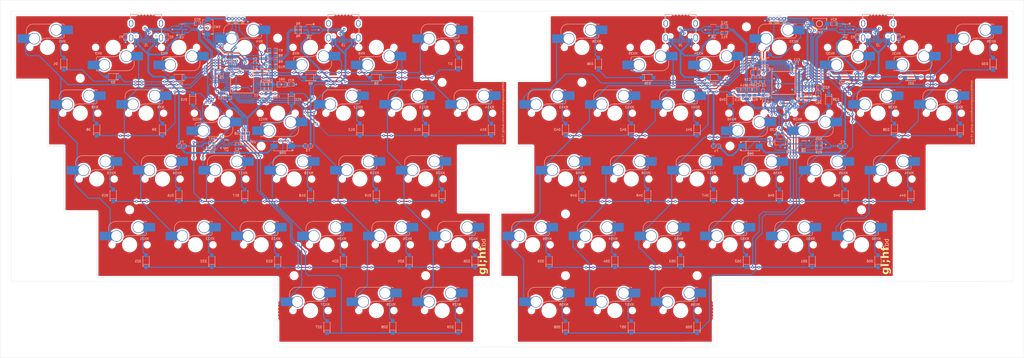
<source format=kicad_pcb>
(kicad_pcb (version 20241229) (generator "pcbnew") (generator_version "9.0")
  (title_block (title "glhfkbd") (date "2025-11-24") (rev "0") (company "redhotvengeance"))
  (layers (0 "F.Cu" power) (2 "B.Cu" signal) (13 "F.Paste" user) (15 "B.Paste" user) (5 "F.SilkS" user "F.Silkscreen") (7 "B.SilkS" user "B.Silkscreen") (1 "F.Mask" user) (3 "B.Mask" user) (25 "Edge.Cuts" user))
  (net 0 "")
  (net 1 "Net-(D1-A)")
  (net 2 "/left/+3V3")
  (net 3 "/right/+3V3")
  (net 4 "Net-(D2-A)")
  (net 5 "Net-(D3-A)")
  (net 6 "/left/SWITCHED_VBUS")
  (net 7 "Net-(D4-A)")
  (net 8 "/right/SWITCHED_VBUS")
  (net 9 "/left/NRST")
  (net 10 "Net-(D5-A)")
  (net 11 "/right/NRST")
  (net 12 "Net-(D6-A)")
  (net 13 "/left/ROW0")
  (net 14 "Net-(D7-A)")
  (net 15 "Net-(D8-A)")
  (net 16 "GND")
  (net 17 "Net-(D9-A)")
  (net 18 "/left/ROW1")
  (net 20 "Net-(D10-A)")
  (net 21 "Net-(D11-A)")
  (net 22 "Net-(D12-A)")
  (net 23 "Net-(D13-A)")
  (net 24 "Net-(D14-A)")
  (net 25 "Net-(D15-A)")
  (net 26 "Net-(D16-A)")
  (net 27 "Net-(D17-A)")
  (net 30 "Net-(D18-A)")
  (net 31 "Net-(D19-A)")
  (net 32 "Net-(D20-A)")
  (net 33 "Net-(D21-A)")
  (net 34 "Net-(D22-A)")
  (net 35 "Net-(D23-A)")
  (net 37 "Net-(D24-A)")
  (net 38 "/left/ROW2")
  (net 39 "Net-(D25-A)")
  (net 40 "Net-(D26-A)")
  (net 41 "Net-(D27-A)")
  (net 42 "Net-(D28-A)")
  (net 43 "/left/ROW3")
  (net 44 "Net-(D29-A)")
  (net 48 "/left/ROW4")
  (net 49 "/right/ROW0")
  (net 50 "Net-(D31-A)")
  (net 52 "Net-(D30-A)")
  (net 53 "/left/HOST_IN+")
  (net 54 "/left/HOST_IN-")
  (net 55 "Net-(D32-A)")
  (net 56 "/right/HOST_IN+")
  (net 57 "Net-(D33-A)")
  (net 58 "Net-(D34-A)")
  (net 59 "Net-(D35-A)")
  (net 60 "Net-(D36-A)")
  (net 61 "/right/ROW1")
  (net 62 "Net-(D37-A)")
  (net 63 "/right/HOST_IN-")
  (net 64 "Net-(D38-A)")
  (net 65 "Net-(D39-A)")
  (net 66 "Net-(D40-A)")
  (net 69 "Net-(J1-CC2)")
  (net 70 "Net-(J1-CC1)")
  (net 71 "Net-(D41-A)")
  (net 72 "Net-(D42-A)")
  (net 75 "Net-(D43-A)")
  (net 76 "/right/ROW2")
  (net 77 "Net-(D44-A)")
  (net 78 "Net-(D45-A)")
  (net 79 "Net-(D46-A)")
  (net 80 "Net-(D47-A)")
  (net 81 "Net-(D48-A)")
  (net 82 "Net-(D49-A)")
  (net 83 "/right/ROW3")
  (net 84 "Net-(D50-A)")
  (net 85 "Net-(D51-A)")
  (net 86 "Net-(D52-A)")
  (net 87 "Net-(D53-A)")
  (net 88 "Net-(D54-A)")
  (net 89 "Net-(D55-A)")
  (net 90 "Net-(D56-A)")
  (net 91 "/right/ROW4")
  (net 92 "Net-(D57-A)")
  (net 93 "Net-(D58-A)")
  (net 94 "Net-(D59-A)")
  (net 95 "/left/INTER_VBUS")
  (net 96 "/right/INTER_VBUS")
  (net 97 "/left/HOST_VBUS")
  (net 98 "/right/HOST_VBUS")
  (net 99 "Net-(U5-VBUS)")
  (net 100 "Net-(U6-VBUS)")
  (net 101 "Net-(J2-CC2)")
  (net 102 "Net-(J2-CC1)")
  (net 107 "/right/INTER_IN+")
  (net 108 "/right/INTER_IN-")
  (net 113 "/left/COL0")
  (net 114 "/left/COL1")
  (net 115 "/left/COL2")
  (net 116 "/left/COL3")
  (net 117 "/left/COL4")
  (net 118 "/left/COL5")
  (net 119 "/left/COL6")
  (net 120 "/right/COL0")
  (net 121 "/right/COL1")
  (net 122 "/right/COL2")
  (net 123 "/right/COL3")
  (net 124 "/right/COL4")
  (net 125 "/right/COL5")
  (net 126 "/right/COL6")
  (net 127 "Net-(U7-PR1)")
  (net 128 "Net-(U8-PR1)")
  (net 129 "/left/BOOT")
  (net 130 "/right/BOOT")
  (net 132 "/left/USB_D-")
  (net 135 "/left/SPLIT_USB_D+")
  (net 136 "/left/SPLIT_USB_D-")
  (net 137 "/left/USB_D+")
  (net 139 "/right/USB_D-")
  (net 140 "/right/USB_D+")
  (net 143 "/left/INTER_IN-")
  (net 144 "/left/INTER_IN+")
  (net 146 "Net-(D61-K)")
  (net 147 "Net-(D62-K)")
  (net 150 "/right/SPLIT_USB_D-")
  (net 151 "/right/SPLIT_USB_D+")
  (net 152 "+3.3VA_L")
  (net 154 "+3.3VA_R")
  (net 156 "Net-(D60-A)")
  (net 162 "/left/SWDIO")
  (net 163 "/left/SWCLK")
  (net 165 "/right/SWDIO")
  (net 166 "/right/SWCLK")
  (net 182 "Net-(R5-Pad1)")
  (net 183 "Net-(R6-Pad1)")
  (net 184 "Net-(R11-Pad1)")
  (net 185 "Net-(R12-Pad1)")
  (footprint "MountingHole:MountingHole_2.2mm_M2" (layer "F.Cu") (at 144.36316 105.370224)
    (property "Reference" "M2" (hide yes))
    (property "Value" "MountingHole_2.2mm_M2" (hide yes))
  )
  (footprint "MountingHole:MountingHole_2.2mm_M2" (layer "F.Cu") (at 191.98812 118.169432)
    (property "Reference" "M2" (hide yes))
    (property "Value" "MountingHole_2.2mm_M2" (hide yes))
  )
  (footprint "MountingHole:MountingHole_2.2mm_M2" (layer "F.Cu") (at 227.70684 174.12876)
    (property "Reference" "M2" (hide yes))
    (property "Value" "MountingHole_2.2mm_M2" (hide yes))
  )
  (footprint "footprints:mouse-bites" (layer "F.Cu") (at 321.294264 98.524136 90)
    (property "Reference" "REF**" (hide yes))
    (property "Value" "mouse-bites" (hide yes))
    (fp_arc (start 1 -6.2) (mid 0.5 -5.7) (end 0 -6.2) (stroke (width 0.05)) (layer "Edge.Cuts"))
    (fp_arc (start 0 0) (mid 0.5 -0.5) (end 1 0) (stroke (width 0.05)) (layer "Edge.Cuts"))
  )
  (footprint "MountingHole:MountingHole_2.2mm_M2" (layer "F.Cu") (at 275.3318 136.624104)
    (property "Reference" "M2" (hide yes))
    (property "Value" "MountingHole_2.2mm_M2" (hide yes))
  )
  (footprint "MountingHole:MountingHole_2.2mm_M2" (layer "F.Cu") (at 101.500696 155.078776)
    (property "Reference" "M2" (hide yes))
    (property "Value" "MountingHole_2.2mm_M2" (hide yes))
  )
  (footprint "footprints:mouse-bites" (layer "F.Cu") (at 264.144312 98.524136 90)
    (property "Reference" "REF**" (hide yes))
    (property "Value" "mouse-bites" (hide yes))
    (fp_arc (start 1 -6.2) (mid 0.5 -5.7) (end 0 -6.2) (stroke (width 0.05)) (layer "Edge.Cuts"))
    (fp_arc (start 0 0) (mid 0.5 -0.5) (end 1 0) (stroke (width 0.05)) (layer "Edge.Cuts"))
  )
  (footprint "footprints:mouse-bites" (layer "F.Cu") (at 270.569175 187.353204)
    (property "Reference" "REF**" (hide yes))
    (property "Value" "mouse-bites" (hide yes))
    (fp_arc (start 0 0) (mid 0.5 -0.5) (end 1 0) (stroke (width 0.05)) (layer "Edge.Cuts"))
    (fp_arc (start 1 -6.2) (mid 0.5 -5.7) (end 0 -6.2) (stroke (width 0.05)) (layer "Edge.Cuts"))
  )
  (footprint "MountingHole:MountingHole_2.2mm_M2" (layer "F.Cu") (at 280.094296 102.096008)
    (property "Reference" "M2" (hide yes))
    (property "Value" "MountingHole_2.2mm_M2" (hide yes))
  )
  (footprint "MountingHole:MountingHole_2.2mm_M2" (layer "F.Cu") (at 139.600664 136.640338)
    (property "Reference" "M2" (hide yes))
    (property "Value" "MountingHole_2.2mm_M2" (hide yes))
  )
  (footprint "MountingHole:MountingHole_2.2mm_M2" (layer "F.Cu") (at 187.225624 156.2694)
    (property "Reference" "M2" (hide yes))
    (property "Value" "MountingHole_2.2mm_M2" (hide yes))
  )
  (footprint "MountingHole:MountingHole_2.2mm_M2" (layer "F.Cu") (at 337.244248 116.978808)
    (property "Reference" "M2" (hide yes))
    (property "Value" "MountingHole_2.2mm_M2" (hide yes))
  )
  (footprint "MountingHole:MountingHole_2.2mm_M2" (layer "F.Cu") (at 227.70684 156.2694)
    (property "Reference" "M2" (hide yes))
    (property "Value" "MountingHole_2.2mm_M2" (hide yes))
  )
  (footprint "footprints:mouse-bites" (layer "F.Cu") (at 166.513144 98.524136 90)
    (property "Reference" "REF**" (hide yes))
    (property "Value" "mouse-bites" (hide yes))
    (fp_arc (start 1 -6.2) (mid 0.5 -5.7) (end 0 -6.2) (stroke (width 0.05)) (layer "Edge.Cuts"))
    (fp_arc (start 0 0) (mid 0.5 -0.5) (end 1 0) (stroke (width 0.05)) (layer "Edge.Cuts"))
  )
  (footprint "MountingHole:MountingHole_2.2mm_M2" (layer "F.Cu") (at 265.806808 174.12876)
    (property "Reference" "M2" (hide yes))
    (property "Value" "MountingHole_2.2mm_M2" (hide yes))
  )
  (footprint "MountingHole:MountingHole_2.2mm_M2" (layer "F.Cu") (at 149.125656 174.12876)
    (property "Reference" "M2" (hide yes))
    (property "Value" "MountingHole_2.2mm_M2" (hide yes))
  )
  (footprint "MountingHole:MountingHole_2.2mm_M2" (layer "F.Cu") (at 313.431768 155.078776)
    (property "Reference" "M2" (hide yes))
    (property "Value" "MountingHole_2.2mm_M2" (hide yes))
  )
  (footprint "MountingHole:MountingHole_2.2mm_M2" (layer "F.Cu") (at 232.469336 118.169432)
    (property "Reference" "M2" (hide yes))
    (property "Value" "MountingHole_2.2mm_M2" (hide yes))
  )
  (footprint "footprints:mouse-bites" (layer "F.Cu") (at 109.363192 98.524136 90)
    (property "Reference" "REF**" (hide yes))
    (property "Value" "mouse-bites" (hide yes))
    (fp_arc (start 1 -6.2) (mid 0.5 -5.7) (end 0 -6.2) (stroke (width 0.05)) (layer "Edge.Cuts"))
    (fp_arc (start 0 0) (mid 0.5 -0.5) (end 1 0) (stroke (width 0.05)) (layer "Edge.Cuts"))
  )
  (footprint "footprints:mouse-bites" (layer "F.Cu") (at 144.363218 181.149048 180)
    (property "Reference" "REF**" (hide yes))
    (property "Value" "mouse-bites" (hide yes))
    (fp_arc (start 1 -6.2) (mid 0.5 -5.7) (end 0 -6.2) (stroke (width 0.05)) (layer "Edge.Cuts"))
    (fp_arc (start 0 0) (mid 0.5 -0.5) (end 1 0) (stroke (width 0.05)) (layer "Edge.Cuts"))
  )
  (footprint "MountingHole:MountingHole_2.2mm_M2" (layer "F.Cu") (at 87.213208 116.978808)
    (property "Reference" "M2" (hide yes))
    (property "Value" "MountingHole_2.2mm_M2" (hide yes))
  )
  (footprint "PCM_marbastlib-mx:SW_MX_HS_CPG151101S11_1u" (layer "B.Cu") (at 101.500606 165.199088 180)
    (property "Reference" "MX21")
    (property "Value" "MX_SW_HS" (hide yes))
  )
  (footprint "footprints:cap_10uf" (layer "B.Cu") (at 132.58 136.79 -90)
    (property "Reference" "C17")
    (property "Value" "10u" (hide yes))
  )
  (footprint "footprints:xc6206" (layer "B.Cu") (at 135.045 135.42 90)
    (property "Reference" "U9")
    (property "Value" "XC6206PxxxMR" (hide yes))
  )
  (footprint "footprints:cap_1uf" (layer "B.Cu") (at 283.45 117.32 -90)
    (property "Reference" "C15")
    (property "Value" "1u" (hide yes))
  )
  (footprint "Connector_PinHeader_1.00mm:PinHeader_1x05_P1.00mm_Vertical" (layer "B.Cu") (at 291.023977 99.71476 90)
    (property "Reference" "J8" (hide yes))
    (property "Value" "Conn_01x05_Socket" (hide yes))
  )
  (footprint "PCM_marbastlib-mx:SW_MX_HS_CPG151101S11_1u" (layer "B.Cu") (at 153.888136 184.249064 180)
    (property "Reference" "MX27")
    (property "Value" "MX_SW_HS" (hide yes))
  )
  (footprint "footprints:switch" (layer "B.Cu") (at 301.227872 101.20304)
    (property "Reference" "SW2")
    (property "Value" "SW_Push" (hide yes))
  )
  (footprint "footprints:fuse_500ma" (layer "B.Cu") (at 116.539356 136.630338)
    (property "Reference" "F1")
    (property "Value" "500mA Polyfuse" (hide yes))
  )
  (footprint "footprints:cap_10uf" (layer "B.Cu") (at 292.579356 136.520338 -90)
    (property "Reference" "C19")
    (property "Value" "10u" (hide yes))
  )
  (footprint "footprints:diode_sod123" (layer "B.Cu") (at 222.944356 169.961588 90)
    (property "Reference" "D55")
    (property "Value" "D_Small" (hide yes))
  )
  (footprint "PCM_marbastlib-mx:SW_MX_HS_CPG151101S11_1u" (layer "B.Cu") (at 96.738106 108.049088)
    (property "Reference" "MX2")
    (property "Value" "MX_SW_HS" (hide yes))
  )
  (footprint "footprints:diode_sod123" (layer "B.Cu") (at 115.788106 150.911588 90)
    (property "Reference" "D16")
    (property "Value" "D_Small" (hide yes))
  )
  (footprint "footprints:cap_10uf" (layer "B.Cu") (at 135.045 132.96 180)
    (property "Reference" "C18")
    (property "Value" "10u" (hide yes))
  )
  (footprint "footprints:diode_sod123" (layer "B.Cu") (at 351.531856 112.811588 90)
    (property "Reference" "D30")
    (property "Value" "D_Small" (hide yes))
  )
  (footprint "footprints:diode_sod123" (layer "B.Cu") (at 327.719356 116.780338)
    (property "Reference" "D31")
    (property "Value" "D_Small" (hide yes))
  )
  (footprint "footprints:schottky" (layer "B.Cu") (at 281.279356 136.640338)
    (property "Reference" "D60")
    (property "Value" "D_Schottky" (hide yes))
  )
  (footprint "footprints:diode_sod123" (layer "B.Cu") (at 134.838106 150.911588 90)
    (property "Reference" "D17")
    (property "Value" "D_Small" (hide yes))
  )
  (footprint "PCM_marbastlib-mx:SW_MX_HS_CPG151101S11_1u" (layer "B.Cu") (at 289.619356 108.049088 180)
    (property "Reference" "MX33")
    (property "Value" "MX_SW_HS" (hide yes))
  )
  (footprint "footprints:diode_sod123" (layer "B.Cu") (at 125.313106 169.961588 90)
    (property "Reference" "D22")
    (property "Value" "D_Small" (hide yes))
  )
  (footprint "footprints:res_5k1" (layer "B.Cu") (at 112.216322 105.072617 -90)
    (property "Reference" "R2")
    (property "Value" "5k1" (hide yes))
  )
  (footprint "footprints:diode_sod123" (layer "B.Cu") (at 206.275606 131.861588 90)
    (property "Reference" "D14")
    (property "Value" "D_Small" (hide yes))
  )
  (footprint "PCM_marbastlib-mx:SW_MX_HS_CPG151101S11_1u" (layer "B.Cu") (at 327.719356 108.049088)
    (property "Reference" "MX31")
    (property "Value" "MX_SW_HS" (hide yes))
  )
  (footprint "PCM_marbastlib-mx:SW_MX_HS_CPG151101S11_1u" (layer "B.Cu") (at 222.944356 127.099088 180)
    (property "Reference" "MX43")
    (property "Value" "MX_SW_HS" (hide yes))
  )
  (footprint "footprints:diode_sod123" (layer "B.Cu") (at 280.094356 169.961588 90)
    (property "Reference" "D52")
    (property "Value" "D_Small" (hide yes))
  )
  (footprint "footprints:tps2116drlr" (layer "B.Cu") (at 129.529356 136.010338 90)
    (property "Reference" "U7")
    (property "Value" "TPS2116DRL" (hide yes))
  )
  (footprint "PCM_marbastlib-mx:SW_MX_HS_CPG151101S11_1u" (layer "B.Cu") (at 91.975606 146.149088 180)
    (property "Reference" "MX15")
    (property "Value" "MX_SW_HS" (hide yes))
  )
  (footprint "footprints:stm32" (layer "B.Cu") (at 134.064954 117.951878 -90)
    (property "Reference" "U1")
    (property "Value" "STM32F072CBT6" (hide yes))
  )
  (footprint "PCM_marbastlib-mx:SW_MX_HS_CPG151101S11_1u" (layer "B.Cu") (at 172.938136 184.249064 180)
    (property "Reference" "MX28")
    (property "Value" "MX_SW_HS" (hide yes))
  )
  (footprint "footprints:fuse_500ma" (layer "B.Cu") (at 153.149356 136.600338 180)
    (property "Reference" "F3")
    (property "Value" "500mA Polyfuse" (hide yes))
  )
  (footprint "footprints:diode_sod123" (layer "B.Cu") (at 96.738106 116.530338 180)
    (property "Reference" "D2")
    (property "Value" "D_Small" (hide yes))
  )
  (footprint "footprints:diode_sod123" (layer "B.Cu") (at 265.806828 189.011588 90)
    (property "Reference" "D56")
    (property "Value" "D_Small" (hide yes))
  )
  (footprint "footprints:diode_sod123" (layer "B.Cu") (at 130.38 110.728032)
    (property "Reference" "D4")
    (property "Value" "D_Small" (hide yes))
  )
  (footprint "PCM_marbastlib-mx:SW_MX_HS_CPG151101S11_1u" (layer "B.Cu") (at 177.700606 165.199088 180)
    (property "Reference" "MX25")
    (property "Value" "MX_SW_HS" (hide yes))
  )
  (footprint "footprints:diode_sod123" (layer "B.Cu") (at 172.938106 150.911588 90)
    (property "Reference" "D19")
    (property "Value" "D_Small" (hide yes))
  )
  (footprint "footprints:cap_10uf" (layer "B.Cu") (at 295.870064 123.52724)
    (property "Reference" "C9")
    (property "Value" "10u" (hide yes))
  )
  (footprint "footprints:res_9k1" (layer "B.Cu") (at 142.87488 112.216312 180)
    (property "Reference" "R9")
    (property "Value" "9k1" (hide yes))
  )
  (footprint "footprints:diode_sod123" (layer "B.Cu") (at 318.194356 169.961588 90)
    (property "Reference" "D50")
    (property "Value" "D_Small" (hide yes))
  )
  (footprint "footprints:diode_sod123" (layer "B.Cu") (at 285.154448 110.13272)
    (property "Reference" "D33")
    (property "Value" "D_Small" (hide yes))
  )
  (footprint "footprints:usblc6-2sc6" (layer "B.Cu") (at 153.47 102.99 -90)
    (property "Reference" "U5")
    (property "Value" "USBLC6-2SC6" (hide yes))
  )
  (footprint "footprints:res_9k1" (layer "B.Cu") (at 142.87488 108.942096)
    (property "Reference" "R7")
    (property "Value" "9k1" (hide yes))
  )
  (footprint "MountingHole:MountingHole_2.2mm_M2" (layer "B.Cu") (at 187.225624 174.12876 180)
    (property "Reference" "M2" (hide yes))
    (property "Value" "MountingHole_2.2mm_M2" (hide yes))
  )
  (footprint "footprints:usblc6-2sc6" (layer "B.Cu") (at 116.581856 102.83 90)
    (property "Reference" "U3")
    (property "Value" "USBLC6-2SC6" (hide yes))
  )
  (footprint "PCM_marbastlib-mx:SW_MX_HS_CPG151101S11_1u" (layer "B.Cu") (at 237.231856 165.199088 180)
    (property "Reference" "MX54")
    (property "Value" "MX_SW_HS" (hide yes))
  )
  (footprint "footprints:led" (layer "B.Cu") (at 300.930216 122.03896 -90)
    (property "Reference" "D62")
    (property "Value" "RED" (hide yes))
  )
  (footprint "footprints:diode_sod123" (layer "B.Cu") (at 275.331856 123.130338 -90)
    (property "Reference" "D40")
    (property "Value" "D_Small" (hide yes))
  )
  (footprint "PCM_marbastlib-mx:SW_MX_HS_CPG151101S11_1u" (layer "B.Cu") (at 158.650606 165.199088 180)
    (property "Reference" "MX24")
    (property "Value" "MX_SW_HS" (hide yes))
  )
  (footprint "footprints:diode_sod123" (layer "B.Cu") (at 327.719356 150.911588 90)
    (property "Reference" "D44")
    (property "Value" "D_Small" (hide yes))
  )
  (footprint "PCM_marbastlib-mx:SW_MX_HS_CPG151101S11_1u" (layer "B.Cu") (at 196.750606 165.199088 180)
    (property "Reference" "MX26")
    (property "Value" "MX_SW_HS" (hide yes))
  )
  (footprint "PCM_marbastlib-mx:SW_MX_HS_CPG151101S11_1u" (layer "B.Cu") (at 163.413106 127.099088 180)
    (property "Reference" "MX12")
    (property "Value" "MX_SW_HS" (hide yes))
  )
  (footprint "footprints:usblc6-2sc6" (layer "B.Cu") (at 308.669356 102.85 -90)
    (property "Reference" "U4")
    (property "Value" "USBLC6-2SC6" (hide yes))
  )
  (footprint "footprints:diode_sod123" (layer "B.Cu") (at 265.806856 131.861588 90)
    (property "Reference" "D41")
    (property "Value" "D_Small" (hide yes))
  )
  (footprint "footprints:res_9k1" (layer "B.Cu") (at 282.475544 121.145992 -90)
    (property "Reference" "R16")
    (property "Value" "9k1" (hide yes))
  )
  (footprint "footprints:diode_sod123" (layer "B.Cu") (at 91.975606 131.861588 90)
    (property "Reference" "D8")
    (property "Value" "D_Small" (hide yes))
  )
  (footprint "footprints:diode_sod123" (layer "B.Cu") (at 232.469356 150.911588 90)
    (property "Reference" "D49")
    (property "Value" "D_Small" (hide yes))
  )
  (footprint "footprints:diode_sod123" (layer "B.Cu") (at 196.750606 112.811588 90)
    (property "Reference" "D7")
    (property "Value" "D_Small" (hide yes))
  )
  (footprint "footprints:diode_sod123" (layer "B.Cu") (at 111.025606 131.861588 90)
    (property "Reference" "D9")
    (property "Value" "D_Small" (hide yes))
  )
  (footprint "footprints:diode_sod123" (layer "B.Cu") (at 246.756828 189.011588 90)
    (property "Reference" "D57")
    (property "Value" "D_Small" (hide yes))
  )
  (footprint "PCM_marbastlib-mx:SW_MX_HS_CPG151101S11_1u" (layer "B.Cu") (at 232.469356 108.049088 180)
    (property "Reference" "MX36")
    (property "Value" "MX_SW_HS" (hide yes))
  )
  (footprint "footprints:cap_100nf" (layer "B.Cu") (at 128.121203 115.138127 -90)
    (property "Reference" "C5")
    (property "Value" "100n" (hide yes))
  )
  (footprint "footprints:res_10k" (layer "B.Cu") (at 301.07 135.83)
    (property "Reference" "R20")
    (property "Value" "10k" (hide yes))
  )
  (footprint "footprints:diode_sod123" (layer "B.Cu") (at 119.756856 123.130338 -90)
    (property "Reference" "D10")
    (property "Value" "D_Small" (hide yes))
  )
  (footprint "footprints:cap_10nf" (layer "B.Cu") (at 139.89832 119.360056 90)
    (property "Reference" "C6")
    (property "Value" "10n" (hide yes))
  )
  (footprint "PCM_marbastlib-mx:SW_MX_HS_CPG151101S11_1u" (layer "B.Cu") (at 322.956856 146.149088 180)
    (property "Reference" "MX44")
    (property "Value" "MX_SW_HS" (hide yes))
  )
  (footprint "footprints:res_1k" (layer "B.Cu") (at 148.232688 118.764744)
    (property "Reference" "R21")
    (property "Value" "1k" (hide yes))
  )
  (footprint "PCM_marbastlib-mx:SW_MX_HS_CPG151101S11_1u" (layer "B.Cu") (at 275.331856 165.199088 180)
    (property "Reference" "MX52")
    (property "Value" "MX_SW_HS" (hide yes))
  )
  (footprint "footprints:diode_sod123" (layer "B.Cu") (at 96.738106 150.911588 90)
    (property "Reference" "D15")
    (property "Value" "D_Small" (hide yes))
  )
  (footprint "footprints:res_9k1" (layer "B.Cu") (at 279.201328 121.145992 90)
    (property "Reference" "R14")
    (property "Value" "9k1" (hide yes))
  )
  (footprint "footprints:ferrite" (layer "B.Cu") (at 282.75 115.28 180)
    (property "Reference" "FB2")
    (property "Value" "120R" (hide yes))
  )
  (footprint "footprints:diode_sod123" (layer "B.Cu") (at 299.144356 169.961588 90)
    (property "Reference" "D51")
    (property "Value" "D_Small" (hide yes))
  )
  (footprint "footprints:cap_100nf" (layer "B.Cu") (at 295.870064 122.03896)
    (property "Reference" "C13")
    (property "Value" "100n" (hide yes))
  )
  (footprint "PCM_marbastlib-mx:SW_MX_HS_CPG151101S11_1u" (layer "B.Cu") (at 111.025606 146.149088 180)
    (property "Reference" "MX16")
    (property "Value" "MX_SW_HS" (hide yes))
  )
  (footprint "PCM_marbastlib-mx:SW_MX_HS_CPG151101S11_1u" (layer "B.Cu") (at 241.994356 127.099088 180)
    (property "Reference" "MX42")
    (property "Value" "MX_SW_HS" (hide yes))
  )
  (footprint "PCM_marbastlib-mx:SW_MX_HS_CPG151101S11_1u" (layer "B.Cu") (at 246.756856 146.149088 180)
    (property "Reference" "MX48")
    (property "Value" "MX_SW_HS" (hide yes))
  )
  (footprint "footprints:diode_sod123" (layer "B.Cu") (at 201.513106 169.961588 90)
    (property "Reference" "D26")
    (property "Value" "D_Small" (hide yes))
  )
  (footprint "footprints:usblc6-2sc6" (layer "B.Cu") (at 270.56 102.94 90)
    (property "Reference" "U6")
    (property "Value" "USBLC6-2SC6" (hide yes))
  )
  (footprint "PCM_marbastlib-mx:SW_MX_HS_CPG151101S11_1u" (layer "B.Cu") (at 191.988122 108.049088 180)
    (property "Reference" "MX7")
    (property "Value" "MX_SW_HS" (hide yes))
  )
  (footprint "footprints:usb-c" (layer "B.Cu") (at 163.412972 103.584154)
    (property "Reference" "J3")
    (property "Value" "USB2.0_16P" (hide yes))
    (fp_poly (pts (xy -2.528208 1.254447) (xy -2.553545 1.349006) (xy -2.602492 1.433786) (xy -2.671714 1.503008) (xy -2.756494 1.551955) (xy -2.851053 1.577292) (xy -2.948947 1.577292) (xy -3.043506 1.551955) (xy -3.128286 1.503008) (xy -3.197508 1.433786) (xy -3.246455 1.349006) (xy -3.271792 1.254447) (xy -3.271792 1.156553) (xy -3.246455 1.061994) (xy -3.197508 0.977214) (xy -3.128286 0.907992) (xy -3.043506 0.859045) (xy -2.948947 0.833708) (xy -2.851053 0.833708) (xy -2.756494 0.859045) (xy -2.671714 0.907992) (xy -2.602492 0.977214) (xy -2.553545 1.061994) (xy -2.528208 1.156553)) (fill yes) (layer "Edge.Cuts"))
    (fp_poly (pts (xy 3.271792 1.254447) (xy 3.246455 1.349006) (xy 3.197508 1.433786) (xy 3.128286 1.503008) (xy 3.043506 1.551955) (xy 2.948947 1.577292) (xy 2.851053 1.577292) (xy 2.756494 1.551955) (xy 2.671714 1.503008) (xy 2.602492 1.433786) (xy 2.553545 1.349006) (xy 2.528208 1.254447) (xy 2.528208 1.156553) (xy 2.553545 1.061994) (xy 2.602492 0.977214) (xy 2.671714 0.907992) (xy 2.756494 0.859045) (xy 2.851053 0.833708) (xy 2.948947 0.833708) (xy 3.043506 0.859045) (xy 3.128286 0.907992) (xy 3.197508 0.977214) (xy 3.246455 1.061994) (xy 3.271792 1.156553)) (fill yes) (layer "Edge.Cuts"))
  )
  (footprint "footprints:diode_sod123" (layer "B.Cu") (at 115.788106 116.780338 180)
    (property "Reference" "D3")
    (property "Value" "D_Small" (hide yes))
  )
  (footprint "footprints:cap_1uf" (layer "B.Cu") (at 141.088944 119.360056 90)
    (property "Reference" "C7")
    (property "Value" "1u" (hide yes))
  )
  (footprint "PCM_marbastlib-mx:SW_MX_HS_CPG151101S11_1u" (layer "B.Cu") (at 139.600606 165.199088 180)
    (property "Reference" "MX23")
    (property "Value" "MX_SW_HS" (hide yes))
  )
  (footprint "footprints:diode_sod123" (layer "B.Cu") (at 153.888106 116.780338 180)
    (property "Reference" "D5")
    (property "Value" "D_Small" (hide yes))
  )
  (footprint "footprints:diode_sod123" (layer "B.Cu") (at 308.669356 150.911588 90)
    (property "Reference" "D45")
    (property "Value" "D_Small" (hide yes))
  )
  (footprint "footprints:diode_sod123" (layer "B.Cu") (at 158.650636 189.011564 90)
    (property "Reference" "D27")
    (property "Value" "D_Small" (hide yes))
  )
  (footprint "footprints:res_9k1" (layer "B.Cu") (at 142.87488 110.430376)
    (property "Reference" "R8")
    (property "Value" "9k1" (hide yes))
  )
  (footprint "PCM_marbastlib-mx:SW_MX_HS_CPG151101S11_1u" (layer "B.Cu") (at 218.181856 165.199088 180)
    (property "Reference" "MX55")
    (property "Value" "MX_SW_HS" (hide yes))
  )
  (footprint "PCM_marbastlib-mx:SW_MX_HS_CPG151101S11_1u" (layer "B.Cu") (at 261.044328 184.249088 180)
    (property "Reference" "MX56")
    (property "Value" "MX_SW_HS" (hide yes))
  )
  (footprint "footprints:diode_sod123" (layer "B.Cu") (at 187.225606 131.861588 90)
    (property "Reference" "D13")
    (property "Value" "D_Small" (hide yes))
  )
  (footprint "footprints:cap_100nf" (layer "B.Cu") (at 284.9 121.26 90)
    (property "Reference" "C10")
    (property "Value" "100n" (hide yes))
  )
  (footprint "footprints:diode_sod123" (layer "B.Cu") (at 270.569356 150.911588 90)
    (property "Reference" "D47")
    (property "Value" "D_Small" (hide yes))
  )
  (footprint "footprints:usb-c" (layer "B.Cu") (at 106.26302 103.584154)
    (property "Reference" "J1")
    (property "Value" "USB2.0_16P" (hide yes))
    (fp_poly (pts (xy -2.528208 1.254447) (xy -2.553545 1.349006) (xy -2.602492 1.433786) (xy -2.671714 1.503008) (xy -2.756494 1.551955) (xy -2.851053 1.577292) (xy -2.948947 1.577292) (xy -3.043506 1.551955) (xy -3.128286 1.503008) (xy -3.197508 1.433786) (xy -3.246455 1.349006) (xy -3.271792 1.254447) (xy -3.271792 1.156553) (xy -3.246455 1.061994) (xy -3.197508 0.977214) (xy -3.128286 0.907992) (xy -3.043506 0.859045) (xy -2.948947 0.833708) (xy -2.851053 0.833708) (xy -2.756494 0.859045) (xy -2.671714 0.907992) (xy -2.602492 0.977214) (xy -2.553545 1.061994) (xy -2.528208 1.156553)) (fill yes) (layer "Edge.Cuts"))
    (fp_poly (pts (xy 3.271792 1.254447) (xy 3.246455 1.349006) (xy 3.197508 1.433786) (xy 3.128286 1.503008) (xy 3.043506 1.551955) (xy 2.948947 1.577292) (xy 2.851053 1.577292) (xy 2.756494 1.551955) (xy 2.671714 1.503008) (xy 2.602492 1.433786) (xy 2.553545 1.349006) (xy 2.528208 1.254447) (xy 2.528208 1.156553) (xy 2.553545 1.061994) (xy 2.602492 0.977214) (xy 2.671714 0.907992) (xy 2.756494 0.859045) (xy 2.851053 0.833708) (xy 2.948947 0.833708) (xy 3.043506 0.859045) (xy 3.128286 0.907992) (xy 3.197508 0.977214) (xy 3.246455 1.061994) (xy 3.271792 1.156553)) (fill yes) (layer "Edge.Cuts"))
  )
  (footprint "PCM_marbastlib-mx:SW_MX_HS_CPG151101S11_1u" (layer "B.Cu") (at 191.98812 184.249064 180)
    (property "Reference" "MX29")
    (property "Value" "MX_SW_HS" (hide yes))
  )
  (footprint "PCM_marbastlib-mx:SW_MX_HS_CPG151101S11_1u" (layer "B.Cu") (at 303.906856 146.149088 180)
    (property "Reference" "MX45")
    (property "Value" "MX_SW_HS" (hide yes))
  )
  (footprint "footprints:diode_sod123" (layer "B.Cu") (at 237.231856 112.811588 90)
    (property "Reference" "D36")
    (property "Value" "D_Small" (hide yes))
  )
  (footprint "footprints:cap_100nf" (layer "B.Cu") (at 129.778016 122.634272 180)
    (property "Reference" "C3")
    (property "Value" "100n" (hide yes))
  )
  (footprint "PCM_marbastlib-mx:SW_MX_HS_CPG151101S11_1u" (layer "B.Cu") (at 251.519356 108.049088)
    (property "Reference" "MX35")
    (property "Value" "MX_SW_HS" (hide yes))
  )
  (footprint "footprints:usb-c" (layer "B.Cu") (at 318.193914 103.58402)
    (property "Reference" "J2")
    (property "Value" "USB2.0_16P" (hide yes))
    (fp_poly (pts (xy -2.528208 1.254447) (xy -2.553545 1.349006) (xy -2.602492 1.433786) (xy -2.671714 1.503008) (xy -2.756494 1.551955) (xy -2.851053 1.577292) (xy -2.948947 1.577292) (xy -3.043506 1.551955) (xy -3.128286 1.503008) (xy -3.197508 1.433786) (xy -3.246455 1.349006) (xy -3.271792 1.254447) (xy -3.271792 1.156553) (xy -3.246455 1.061994) (xy -3.197508 0.977214) (xy -3.128286 0.907992) (xy -3.043506 0.859045) (xy -2.948947 0.833708) (xy -2.851053 0.833708) (xy -2.756494 0.859045) (xy -2.671714 0.907992) (xy -2.602492 0.977214) (xy -2.553545 1.061994) (xy -2.528208 1.156553)) (fill yes) (layer "Edge.Cuts"))
    (fp_poly (pts (xy 3.271792 1.254447) (xy 3.246455 1.349006) (xy 3.197508 1.433786) (xy 3.128286 1.503008) (xy 3.043506 1.551955) (xy 2.948947 1.577292) (xy 2.851053 1.577292) (xy 2.756494 1.551955) (xy 2.671714 1.503008) (xy 2.602492 1.433786) (xy 2.553545 1.349006) (xy 2.528208 1.254447) (xy 2.528208 1.156553) (xy 2.553545 1.061994) (xy 2.602492 0.977214) (xy 2.671714 0.907992) (xy 2.756494 0.859045) (xy 2.851053 0.833708) (xy 2.948947 0.833708) (xy 3.043506 0.859045) (xy 3.128286 0.907992) (xy 3.197508 0.977214) (xy 3.246455 1.061994) (xy 3.271792 1.156553)) (fill yes) (layer "Edge.Cuts"))
  )
  (footprint "footprints:res_9k1" (layer "B.Cu") (at 280.987264 121.145992 -90)
    (property "Reference" "R15")
    (property "Value" "9k1" (hide yes))
  )
  (footprint "footprints:diode_sod123" (layer "B.Cu") (at 144.363106 169.961588 90)
    (property "Reference" "D23")
    (property "Value" "D_Small" (hide yes))
  )
  (footprint "footprints:cap_100nf" (layer "B.Cu") (at 139.88 115.41 -90)
    (property "Reference" "C2")
    (property "Value" "100n" (hide yes))
  )
  (footprint "footprints:cap_100nf" (layer "B.Cu") (at 294.67944 113.406936 90)
    (property "Reference" "C11")
    (property "Value" "100n" (hide yes))
  )
  (footprint "PCM_marbastlib-mx:SW_MX_HS_CPG151101S11_1u" (layer "B.Cu") (at 106.263106 127.099088 180)
    (property "Reference" "MX9")
    (property "Value" "MX_SW_HS" (hide yes))
  )
  (footprint "PCM_marbastlib-mx:SW_MX_HS_CPG151101S11_1u" (layer "B.Cu") (at 284.856856 146.149088 180)
    (property "Reference" "MX46")
    (property "Value" "MX_SW_HS" (hide yes))
  )
  (footprint "footprints:res_120" (layer "B.Cu") (at 273.68 103.88)
    (property "Reference" "R11")
    (property "Value" "120" (hide yes))
  )
  (footprint "footprints:res_10k" (layer "B.Cu") (at 121.145992 101.16)
    (property "Reference" "R23")
    (property "Value" "10k" (hide yes))
  )
  (footprint "PCM_marbastlib-mx:SW_MX_HS_CPG151101S11_1u" (layer "B.Cu") (at 313.431856 165.199088 180)
    (property "Reference" "MX50")
    (property "Value" "MX_SW_HS" (hide yes))
  )
  (footprint "footprints:stm32" (layer "B.Cu") (at 290.799356 118.320338 90)
    (property "Reference" "U2")
    (property "Value" "STM32F072CBT6" (hide yes))
  )
  (footprint "PCM_marbastlib-mx:SW_MX_HS_CPG151101S11_1u" (layer "B.Cu") (at 149.125606 146.149088 180)
    (property "Reference" "MX18")
    (property "Value" "MX_SW_HS" (hide yes))
  )
  (footprint "footprints:res_120" (layer "B.Cu") (at 150.31628 103.584288 180)
    (property "Reference" "R6")
    (property "Value" "120" (hide yes))
  )
  (footprint "PCM_marbastlib-mx:SW_MX_HS_CPG151101S11_1u" (layer "B.Cu") (at 270.569356 108.049088)
    (property "Reference" "MX34")
    (property "Value" "MX_SW_HS" (hide yes))
  )
  (footprint "footprints:fuse_500ma" (layer "B.Cu") (at 307.949356 136.630338 180)
    (property "Reference" "F2")
    (property "Value" "500mA Polyfuse" (hide yes))
  )
  (footprint "footprints:res_1k" (layer "B.Cu") (at 301.36 119.657712)
    (property "Reference" "R22")
    (property "Value" "1k" (hide yes))
  )
  (footprint "PCM_marbastlib-mx:SW_MX_HS_CPG151101S11_1u" (layer "B.Cu") (at 261.044356 127.099088 180)
    (property "Reference" "MX41")
    (property "Value" "MX_SW_HS" (hide yes))
  )
  (footprint "footprints:res_10k" (layer "B.Cu") (at 125.313176 137.12 180)
    (property "Reference" "R18")
    (property "Value" "10k" (hide yes))
  )
  (footprint "footprints:diode_sod123" (layer "B.Cu") (at 227.706856 131.861588 90)
    (property "Reference" "D43")
    (property "Value" "D_Small" (hide yes))
  )
  (footprint "footprints:usb-c" (layer "B.Cu") (at 261.043962 103.58402)
    (property "Reference" "J4")
    (property "Value" "USB2.0_16P" (hide yes))
    (fp_poly (pts (xy -2.528208 1.254447) (xy -2.553545 1.349006) (xy -2.602492 1.433786) (xy -2.671714 1.503008) (xy -2.756494 1.551955) (xy -2.851053 1.577292) (xy -2.948947 1.577292) (xy -3.043506 1.551955) (xy -3.128286 1.503008) (xy -3.197508 1.433786) (xy -3.246455 1.349006) (xy -3.271792 1.254447) (xy -3.271792 1.156553) (xy -3.246455 1.061994) (xy -3.197508 0.977214) (xy -3.128286 0.907992) (xy -3.043506 0.859045) (xy -2.948947 0.833708) (xy -2.851053 0.833708) (xy -2.756494 0.859045) (xy -2.671714 0.907992) (xy -2.602492 0.977214) (xy -2.553545 1.061994) (xy -2.528208 1.156553)) (fill yes) (layer "Edge.Cuts"))
    (fp_poly (pts (xy 3.271792 1.254447) (xy 3.246455 1.349006) (xy 3.197508 1.433786) (xy 3.128286 1.503008) (xy 3.043506 1.551955) (xy 2.948947 1.577292) (xy 2.851053 1.577292) (xy 2.756494 1.551955) (xy 2.671714 1.503008) (xy 2.602492 1.433786) (xy 2.553545 1.349006) (xy 2.528208 1.254447) (xy 2.528208 1.156553) (xy 2.553545 1.061994) (xy 2.602492 0.977214) (xy 2.671714 0.907992) (xy 2.756494 0.859045) (xy 2.851053 0.833708) (xy 2.948947 0.833708) (xy 3.043506 0.859045) (xy 3.128286 0.907992) (xy 3.197508 0.977214) (xy 3.246455 1.061994) (xy 3.271792 1.156553)) (fill yes) (layer "Edge.Cuts"))
  )
  (footprint "footprints:res_9k1" (layer "B.Cu") (at 277.713048 121.145992 90)
    (property "Reference" "R13")
    (property "Value" "9k1" (hide yes))
  )
  (footprint "PCM_marbastlib-mx:SW_MX_HS_CPG151101S11_1u" (layer "B.Cu") (at 168.175606 146.149088 180)
    (property "Reference" "MX19")
    (property "Value" "MX_SW_HS" (hide yes))
  )
  (footprint "PCM_marbastlib-mx:SW_MX_HS_CPG151101S11_1u" (layer "B.Cu") (at 299.144356 127.099088)
    (property "Reference" "MX39")
    (property "Value" "MX_SW_HS" (hide yes))
  )
  (footprint "footprints:cap_10uf" (layer "B.Cu") (at 289.889356 132.880338 180)
    (property "Reference" "C20")
    (property "Value" "10u" (hide yes))
  )
  (footprint "footprints:cap_100nf" (layer "B.Cu") (at 286.940384 123.229584 -90)
    (property "Reference" "C12")
    (property "Value" "100n" (hide yes))
  )
  (footprint "footprints:diode_sod123" (layer "B.Cu") (at 246.756856 131.861588 90)
    (property "Reference" "D42")
    (property "Value" "D_Small" (hide yes))
  )
  (footprint "PCM_marbastlib-mx:SW_MX_HS_CPG151101S11_1u" (layer "B.Cu") (at 256.281856 165.199088 180)
    (property "Reference" "MX53")
    (property "Value" "MX_SW_HS" (hide yes))
  )
  (footprint "PCM_marbastlib-mx:SW_MX_HS_CPG151101S11_1u" (layer "B.Cu") (at 280.094356 127.099088)
    (property "Reference" "MX40")
    (property "Value" "MX_SW_HS" (hide yes))
  )
  (footprint "footprints:cap_10uf" (layer "B.Cu") (at 126.35 115.135 -90)
    (property "Reference" "C1")
    (property "Value" "10u" (hide yes))
  )
  (footprint "PCM_marbastlib-mx:SW_MX_HS_CPG151101S11_1u" (layer "B.Cu") (at 87.213106 127.099088 180)
    (property "Reference" "MX8")
    (property "Value" "MX_SW_HS" (hide yes))
  )
  (footprint "footprints:cap_1uf" (layer "B.Cu") (at 142.279568 119.360056 90)
    (property "Reference" "C8")
    (property "Value" "1u" (hide yes))
  )
  (footprint "footprints:xc6206" (layer "B.Cu") (at 289.899356 135.430338 90)
    (property "Reference" "U10")
    (property "Value" "XC6206PxxxMR" (hide yes))
  )
  (footprint "footprints:diode_sod123" (layer "B.Cu") (at 227.706844 189.011564 90)
    (property "Reference" "D58")
    (property "Value" "D_Small" (hide yes))
  )
  (footprint "footprints:diode_sod123" (layer "B.Cu") (at 270.569356 116.780338)
    (property "Reference" "D34")
    (property "Value" "D_Small" (hide yes))
  )
  (footprint "footprints:res_10k" (layer "B.Cu") (at 305.395056 101.18843 180)
    (property "Reference" "R24")
    (property "Value" "10k" (hide yes))
  )
  (footprint "PCM_marbastlib-mx:SW_MX_HS_CPG151101S11_1u" (layer "B.Cu") (at 318.194356 127.099088 180)
    (property "Reference" "MX38")
    (property "Value" "MX_SW_HS" (hide yes))
  )
  (footprint "PCM_marbastlib-mx:SW_MX_HS_CPG151101S11_1u" (layer "B.Cu") (at 115.788184 108.049128)
    (property "Reference" "MX3")
    (property "Value" "MX_SW_HS")
  )
  (footprint "PCM_marbastlib-mx:SW_MX_HS_CPG151101S11_1u" (layer "B.Cu") (at 134.838106 108.049088 180)
    (property "Reference" "MX4")
    (property "Value" "MX_SW_HS" (hide yes))
  )
  (footprint "PCM_marbastlib-mx:SW_MX_HS_CPG151101S11_1u" (layer "B.Cu") (at 172.938106 108.049088)
    (property "Reference" "MX6")
    (property "Value" "MX_SW_HS" (hide yes))
  )
  (footprint "footprints:diode_sod123" (layer "B.Cu") (at 289.619356 150.911588 90)
    (property "Reference" "D46")
    (property "Value" "D_Small" (hide yes))
  )
  (footprint "footprints:diode_sod123" (layer "B.Cu") (at 261.044356 169.961588 90)
    (property "Reference" "D53")
    (property "Value" "D_Small" (hide yes))
  )
  (footprint "footprints:res_5k1" (layer "B.Cu") (at 324.147578 105.072483 -90)
    (property "Reference" "R4")
    (property "Value" "5k1" (hide yes))
  )
  (footprint "footprints:fuse_500ma" (layer "B.Cu") (at 271.329356 136.630338)
    (property "Reference" "F4")
    (property "Value" "500mA Polyfuse" (hide yes))
  )
  (footprint "PCM_marbastlib-mx:SW_MX_HS_CPG151101S11_1u" (layer "B.Cu") (at 265.806856 146.149088 180)
    (property "Reference" "MX47")
    (property "Value" "MX_SW_HS" (hide yes))
  )
  (footprint "footprints:res_9k1" (layer "B.Cu") (at 142.87488 113.704592 180)
    (property "Reference" "R10")
    (property "Value" "9k1" (hide yes))
  )
  (footprint "PCM_marbastlib-mx:SW_MX_HS_CPG151101S11_1u" (layer "B.Cu") (at 227.706856 146.149088 180)
    (property "Reference" "MX49")
    (property "Value" "MX_SW_HS" (hide yes))
  )
  (footprint "footprints:cap_1uf" (layer "B.Cu") (at 282.05 117.33 -90)
    (property "Reference" "C16")
    (property "Value" "1u" (hide yes))
  )
  (footprint "Connector_PinHeader_1.00mm:PinHeader_1x05_P1.00mm_Vertical" (layer "B.Cu") (at 130.242856 99.71476 -90)
    (property "Reference" "J7" (hide yes))
    (property "Value" "Conn_01x05_Socket" (hide yes))
  )
  (footprint "PCM_marbastlib-mx:SW_MX_HS_CPG151101S11_1u" (layer "B.Cu") (at 308.669356 108.049088)
    (property "Reference" "MX32")
    (property "Value" "MX_SW_HS" (hide yes))
  )
  (footprint "footprints:diode_sod123" (layer "B.Cu") (at 191.988106 150.911588 90)
    (property "Reference" "D20")
    (property "Value" "D_Small" (hide yes))
  )
  (footprint "footprints:switch" (layer "B.Cu") (at 124.122552 102.096008 -90)
    (property "Reference" "SW1")
    (property "Value" "SW_Push" (hide yes))
  )
  (footprint "footprints:cap_100nf" (layer "B.Cu") (at 137.814728 113.10928 90)
    (property "Reference" "C4")
    (property "Value" "100n" (hide yes))
  )
  (footprint "PCM_marbastlib-mx:SW_MX_HS_CPG151101S11_1u" (layer "B.Cu") (at 222.944344 184.249064 180)
    (property "Reference" "MX58")
    (property "Value" "MX_SW_HS" (hide yes))
  )
  (footprint "footprints:diode_sod123" (layer "B.Cu") (at 303.906856 123.130338 -90)
    (property "Reference" "D39")
    (property "Value" "D_Small" (hide yes))
  )
  (footprint "footprints:diode_sod123" (layer "B.Cu") (at 241.994356 169.961588 90)
    (property "Reference" "D54")
    (property "Value" "D_Small" (hide yes))
  )
  (footprint "footprints:schottky" (layer "B.Cu") (at 145.85144 136.640338 180)
    (property "Reference" "D59")
    (property "Value" "D_Schottky" (hide yes))
  )
  (footprint "PCM_marbastlib-mx:SW_MX_HS_CPG151101S11_1u" (layer "B.Cu") (at 144.36316 127.099112)
    (property "Reference" "MX11")
    (property "Value" "MX_SW_HS")
  )
  (footprint "footprints:diode_sod123" (layer "B.Cu") (at 322.956856 131.861588 90)
    (property "Reference" "D38")
    (property "Value" "D_Small" (hide yes))
  )
  (footprint "footprints:res_120" (layer "B.Cu") (at 273.68 101.99)
    (property "Reference" "R12")
    (property "Value" "120" (hide yes))
  )
  (footprint "PCM_marbastlib-mx:SW_MX_HS_CPG151101S11_1u" (layer "B.Cu") (at 153.888106 108.049088)
    (property "Reference" "MX5")
    (property "Value" "MX_SW_HS" (hide yes))
  )
  (footprint "PCM_marbastlib-mx:SW_MX_HS_CPG151101S11_1u" (layer "B.Cu") (at 182.463106 127.099088 180)
    (property "Reference" "MX13")
    (property "Value" "MX_SW_HS" (hide yes))
  )
  (footprint "PCM_marbastlib-mx:SW_MX_HS_CPG151101S11_1u" (layer "B.Cu") (at 201.513106 127.099088 180)
    (property "Reference" "MX14")
    (property "Value" "MX_SW_HS" (hide yes))
  )
  (footprint "footprints:res_120" (layer "B.Cu") (at 150.31628 102.393664 180)
    (property "Reference" "R5")
    (property "Value" "120" (hide yes))
  )
  (footprint "PCM_marbastlib-mx:SW_MX_HS_CPG151101S11_1u" (layer "B.Cu") (at 130.075606 146.149088 180)
    (property "Reference" "MX17")
    (property "Value" "MX_SW_HS" (hide yes))
  )
  (footprint "footprints:ferrite" (layer "B.Cu") (at 141.684256 121.443648)
    (property "Reference" "FB1")
    (property "Value" "120R" (hide yes))
  )
  (footprint "PCM_marbastlib-mx:SW_MX_HS_CPG151101S11_1u" (layer "B.Cu") (at 77.688106 108.049088 180)
    (property "Reference" "MX1")
    (property "Value" "MX_SW_HS" (hide yes))
  )
  (footprint "PCM_marbastlib-mx:SW_MX_HS_CPG151101S11_1u" (layer "B.Cu") (at 337.244356 127.099088 180)
    (property "Reference" "MX37")
    (property "Value" "MX_SW_HS" (hide yes))
  )
  (footprint "footprints:diode_sod123" (layer "B.Cu") (at 172.938106 116.780338 180)
    (property "Reference" "D6")
    (property "Value" "D_Small" (hide yes))
  )
  (footprint "footprints:cap_10nf" (layer "B.Cu") (at 284.889356 117.320338 -90)
    (property "Reference" "C14")
    (property "Value" "10n" (hide yes))
  )
  (footprint "PCM_marbastlib-mx:SW_MX_HS_CPG151101S11_1u" (layer "B.Cu") (at 241.994328 184.249088 180)
    (property "Reference" "MX57")
    (property "Value" "MX_SW_HS" (hide yes))
  )
  (footprint "PCM_marbastlib-mx:SW_MX_HS_CPG151101S11_1u" (layer "B.Cu") (at 294.381856 165.199088 180)
    (property "Reference" "MX51")
    (property "Value" "MX_SW_HS" (hide yes))
  )
  (footprint "footprints:diode_sod123" (layer "B.Cu") (at 182.463106 169.961588 90)
    (property "Reference" "D25")
    (property "Value" "D_Small" (hide yes))
  )
  (footprint "footprints:res_5k1" (layer "B.Cu") (at 100.310062 105.030338 -90)
    (property "Reference" "R1")
    (property "Value" "5k1" (hide yes))
  )
  (footprint "PCM_marbastlib-mx:SW_MX_HS_CPG151101S11_1u" (layer "B.Cu") (at 120.550606 165.199088 180)
    (property "Reference" "MX22")
    (property "Value" "MX_SW_HS" (hide yes))
  )
  (footprint "footprints:diode_sod123" (layer "B.Cu") (at 163.413106 169.961588 90)
    (property "Reference" "D24")
    (property "Value" "D_Small" (hide yes))
  )
  (footprint "PCM_marbastlib-mx:SW_MX_HS_CPG151101S11_1u" (layer "B.Cu") (at 125.313106 127.099088)
    (property "Reference" "MX10")
    (property "Value" "MX_SW_HS" (hide yes))
  )
  (footprint "footprints:diode_sod123" (layer "B.Cu") (at 251.519356 150.911588 90)
    (property "Reference" "D48")
    (property "Value" "D_Small" (hide yes))
  )
  (footprint "footprints:cap_100nf" (layer "B.Cu") (at 141.39 116.49 90)
    (property "Reference" "C21")
    (property "Value" "100n" (hide yes))
  )
  (footprint "footprints:diode_sod123" (layer "B.Cu") (at 168.175606 131.861588 90)
    (property "Reference" "D12")
    (property "Value" "D_Small" (hide yes))
  )
  (footprint "footprints:diode_sod123" (layer "B.Cu") (at 148.331856 123.130338 -90)
    (property "Reference" "D11")
    (property "Value" "D_Small" (hide yes))
  )
  (footprint "footprints:diode_sod123" (layer "B.Cu") (at 251.519356 116.780338)
    (property "Reference" "D35")
    (property "Value" "D_Small" (hide yes))
  )
  (footprint "footprints:res_5k1" (layer "B.Cu") (at 312.241318 105.072483 -90)
    (property "Reference" "R3")
    (property "Value" "5k1" (hide yes))
  )
  (footprint "footprints:diode_sod123" (layer "B.Cu") (at 82.450606 112.811588 90)
    (property "Reference" "D1")
    (property "Value" "D_Small" (hide yes))
  )
  (footprint "footprints:tps2116drlr" (layer "B.Cu") (at 296.659356 136.220338 -90)
    (property "Reference" "U8")
    (property "Value" "TPS2116DRL" (hide yes))
  )
  (footprint "footprints:res_33k" (layer "B.Cu") (at 301.07 137.12 180)
    (property "Reference" "R19")
    (property "Value" "33k" (hide yes))
  )
  (footprint "footprints:diode_sod123" (layer "B.Cu") (at 106.263106 169.961588 90)
    (property "Reference" "D21")
    (property "Value" "D_Small" (hide yes))
  )
  (footprint "footprints:diode_sod123" (layer "B.Cu") (at 177.700636 189.011564 90)
    (property "Reference" "D28")
    (property "Value" "D_Small" (hide yes))
  )
  (footprint "footprints:led" (layer "B.Cu") (at 145.553784 118.764744 180)
    (property "Reference" "D61")
    (property "Value" "RED" (hide yes))
  )
  (footprint "PCM_marbastlib-mx:SW_MX_HS_CPG151101S11_1u" (layer "B.Cu") (at 346.769356 108.049088 180)
    (property "Reference" "MX30")
    (property "Value" "MX_SW_HS" (hide yes))
  )
  (footprint "footprints:res_33k" (layer "B.Cu") (at 125.313176 135.731136)
    (property "Reference" "R17")
    (property "Value" "33k" (hide yes))
  )
  (footprint "footprints:diode_sod123" (layer "B.Cu") (at 308.669356 116.780338)
    (property "Reference" "D32")
    (property "Value" "D_Small" (hide yes))
  )
  (footprint "PCM_marbastlib-mx:SW_MX_HS_CPG151101S11_1u" (layer "B.Cu") (at 187.225606 146.149088 180)
    (property "Reference" "MX20")
    (property "Value" "MX_SW_HS" (hide yes))
  )
  (footprint "footprints:cap_100nf" (layer "B.Cu") (at 285.57 114.59 180)
    (property "Reference" "C22")
    (property "Value" "100n" (hide yes))
  )
  (footprint "footprints:diode_sod123" (layer "B.Cu") (at 196.75062 189.011564 90)
    (property "Reference" "D29")
    (property "Value" "D_Small" (hide yes))
  )
  (footprint "footprints:diode_sod123" (layer "B.Cu") (at 153.888106 150.911588 90)
    (property "Reference" "D18")
    (property "Value" "D_Small" (hide yes))
  )
  (footprint "footprints:diode_sod123" (layer "B.Cu") (at 342.006856 131.861588 90)
    (property "Reference" "D37")
    (property "Value" "D_Small" (hide yes))
  )
  (gr_line (start 103.1632 97.524136) (end 67.163224 97.52) (stroke (width 0.05)) (layer "Edge.Cuts"))
  (gr_line (start 103.163192 98.524136) (end 68.163106 98.524088) (stroke (width 0.05)) (layer "Edge.Cuts"))
  (gr_line (start 270.569304 174.724072) (end 270.569175 181.153204) (stroke (width 0.05)) (layer "Edge.Cuts"))
  (gr_line (start 357.29424 97.52) (end 357.294194 175.73) (stroke (width 0.05)) (layer "Edge.Cuts"))
  (gr_line (start 332.481856 155.674088) (end 322.956856 155.674088) (stroke (width 0.05)) (layer "Edge.Cuts"))
  (gr_line (start 315.094264 97.524137) (end 264.152785 97.524136) (stroke (width 0.05)) (layer "Edge.Cuts"))
  (gr_line (start 213.419356 117.574088) (end 222.944356 117.574088) (stroke (width 0.05)) (layer "Edge.Cuts"))
  (gr_line (start 63.995865 197.941386) (end 63.995865 94.352384) (stroke (width 0.05)) (layer "Edge.Cuts"))
  (gr_line (start 270.569304 193.774072) (end 270.569175 187.353204) (stroke (width 0.05)) (layer "Edge.Cuts"))
  (gr_line (start 201.513106 98.524088) (end 166.513144 98.524135) (stroke (width 0.05)) (layer "Edge.Cuts"))
  (gr_line (start 208.656856 155.674088) (end 218.181856 155.674088) (stroke (width 0.05)) (layer "Edge.Cuts"))
  (gr_line (start 201.513106 117.574088) (end 211.038106 117.574088) (stroke (width 0.05)) (layer "Edge.Cuts"))
  (gr_line (start 144.363161 193.778204) (end 144.363218 187.349048) (stroke (width 0.05)) (layer "Edge.Cuts"))
  (gr_line (start 206.275606 174.724088) (end 201.513112 174.724088) (stroke (width 0.05)) (layer "Edge.Cuts"))
  (gr_line (start 63.997481 94.352384) (end 360.461654 94.352384) (stroke (width 0.05)) (layer "Edge.Cuts"))
  (gr_line (start 218.181856 136.624088) (end 213.419356 136.624088) (stroke (width 0.05)) (layer "Edge.Cuts"))
  (gr_line (start 77.688106 117.574088) (end 68.163106 117.574088) (stroke (width 0.05)) (layer "Edge.Cuts"))
  (gr_line (start 201.513112 174.724088) (end 201.513112 193.774088) (stroke (width 0.05)) (layer "Edge.Cuts"))
  (gr_line (start 213.419356 136.624088) (end 213.419356 117.574088) (stroke (width 0.05)) (layer "Edge.Cuts"))
  (gr_line (start 213.419352 193.774088) (end 213.419352 174.724088) (stroke (width 0.05)) (layer "Edge.Cuts"))
  (gr_line (start 357.294194 175.73) (end 271.567391 175.721792) (stroke (width 0.05)) (layer "Edge.Cuts"))
  (gr_line (start 143.363218 194.77404) (end 143.363218 187.349048) (stroke (width 0.05)) (layer "Edge.Cuts"))
  (gr_line (start 211.038106 136.624088) (end 196.750606 136.624088) (stroke (width 0.05)) (layer "Edge.Cuts"))
  (gr_line (start 91.975606 174.724088) (end 91.975606 155.674088) (stroke (width 0.05)) (layer "Edge.Cuts"))
  (gr_line (start 321.2943 98.524136) (end 356.294356 98.524088) (stroke (width 0.05)) (layer "Edge.Cuts"))
  (gr_line (start 356.294356 117.574088) (end 346.769356 117.574088) (stroke (width 0.05)) (layer "Edge.Cuts"))
  (gr_line (start 332.481856 136.624088) (end 332.481856 155.674088) (stroke (width 0.05)) (layer "Edge.Cuts"))
  (gr_line (start 82.450606 155.674088) (end 82.450606 136.624088) (stroke (width 0.05)) (layer "Edge.Cuts"))
  (gr_line (start 196.750606 136.624088) (end 196.750606 155.674088) (stroke (width 0.05)) (layer "Edge.Cuts"))
  (gr_line (start 213.419352 193.774056) (end 270.569409 193.7699) (stroke (width 0.05)) (layer "Edge.Cuts"))
  (gr_line (start 196.750606 155.674088) (end 206.275606 155.674088) (stroke (width 0.05)) (layer "Edge.Cuts"))
  (gr_line (start 222.944356 117.574088) (end 222.944356 98.524088) (stroke (width 0.05)) (layer "Edge.Cuts"))
  (gr_line (start 166.521585 97.524136) (end 257.9443 97.524136) (stroke (width 0.05)) (layer "Edge.Cuts"))
  (gr_line (start 346.769356 136.624088) (end 332.481856 136.624088) (stroke (width 0.05)) (layer "Edge.Cuts"))
  (gr_line (start 144.36316 174.724088) (end 91.975606 174.724088) (stroke (width 0.05)) (layer "Edge.Cuts"))
  (gr_line (start 264.144312 98.524135) (end 315.094264 98.524136) (stroke (width 0.05)) (layer "Edge.Cuts"))
  (gr_line (start 211.038106 136.624088) (end 211.038106 117.574088) (stroke (width 0.05)) (layer "Edge.Cuts"))
  (gr_line (start 322.956856 174.724088) (end 270.569304 174.724072) (stroke (width 0.05)) (layer "Edge.Cuts"))
  (gr_line (start 143.363218 181.149048) (end 143.363218 175.724056) (stroke (width 0.05)) (layer "Edge.Cuts"))
  (gr_line (start 91.975606 155.674088) (end 82.450606 155.674088) (stroke (width 0.05)) (layer "Edge.Cuts"))
  (gr_line (start 271.569281 187.353204) (end 271.567391 194.778426) (stroke (width 0.05)) (layer "Edge.Cuts"))
  (gr_line (start 360.461654 197.941386) (end 63.995865 197.941386) (stroke (width 0.05)) (layer "Edge.Cuts"))
  (gr_line (start 322.956856 155.674088) (end 322.956856 174.724088) (stroke (width 0.05)) (layer "Edge.Cuts"))
  (gr_line (start 82.450606 136.624088) (end 77.688106 136.624088) (stroke (width 0.05)) (layer "Edge.Cuts"))
  (gr_line (start 68.163106 117.574088) (end 68.163106 98.524088) (stroke (width 0.05)) (layer "Edge.Cuts"))
  (gr_line (start 67.163224 97.52) (end 67.165743 175.72) (stroke (width 0.05)) (layer "Edge.Cuts"))
  (gr_line (start 356.294413 117.569932) (end 356.294356 98.524088) (stroke (width 0.05)) (layer "Edge.Cuts"))
  (gr_line (start 144.363218 181.149048) (end 144.36316 174.724072) (stroke (width 0.05)) (layer "Edge.Cuts"))
  (gr_line (start 346.769356 117.574088) (end 346.769356 136.624088) (stroke (width 0.05)) (layer "Edge.Cuts"))
  (gr_line (start 208.656856 155.674088) (end 208.656856 174.724088) (stroke (width 0.05)) (layer "Edge.Cuts"))
  (gr_line (start 160.313144 97.524136) (end 109.371685 97.524136) (stroke (width 0.05)) (layer "Edge.Cuts"))
  (gr_line (start 67.165743 175.724072) (end 143.363218 175.724056) (stroke (width 0.05)) (layer "Edge.Cuts"))
  (gr_line (start 201.513106 98.524088) (end 201.513106 117.574088) (stroke (width 0.05)) (layer "Edge.Cuts"))
  (gr_line (start 143.363218 194.77404) (end 271.567391 194.778426) (stroke (width 0.05)) (layer "Edge.Cuts"))
  (gr_line (start 144.363161 193.77414) (end 201.513112 193.774088) (stroke (width 0.05)) (layer "Edge.Cuts"))
  (gr_line (start 213.419352 174.724088) (end 208.656856 174.724088) (stroke (width 0.05)) (layer "Edge.Cuts"))
  (gr_line (start 321.302785 97.524136) (end 357.294232 97.52) (stroke (width 0.05)) (layer "Edge.Cuts"))
  (gr_line (start 218.181856 155.674088) (end 218.181856 136.624088) (stroke (width 0.05)) (layer "Edge.Cuts"))
  (gr_line (start 160.313144 98.524063) (end 109.3632 98.524136) (stroke (width 0.05)) (layer "Edge.Cuts"))
  (gr_line (start 360.461654 94.352384) (end 360.461654 197.941386) (stroke (width 0.05)) (layer "Edge.Cuts"))
  (gr_line (start 271.569175 181.153204) (end 271.567391 175.728212) (stroke (width 0.05)) (layer "Edge.Cuts"))
  (gr_line (start 77.688106 136.624088) (end 77.688106 117.574088) (stroke (width 0.05)) (layer "Edge.Cuts"))
  (gr_line (start 222.944356 98.524136) (end 257.944312 98.524136) (stroke (width 0.05)) (layer "Edge.Cuts"))
  (gr_line (start 206.275606 174.724088) (end 206.275606 155.674088) (stroke (width 0.05)) (layer "Edge.Cuts"))
  (gr_text "NRST" (at 133.3 100.507728 0) (layer "F.SilkS") (effects (font (size 0.3 0.3) (thickness 0.06) (bold yes))))
  (gr_text "GND" (at 287.03 101 0) (layer "F.SilkS") (effects (font (size 0.3 0.3) (thickness 0.06) (bold yes))))
  (gr_text "SWDIO" (at 132.242856 101 0) (layer "F.SilkS") (effects (font (size 0.3 0.3) (thickness 0.06) (bold yes))))
  (gr_text "gl;hf" (at 204.97 173.89 90) (layer "F.SilkS") (effects (font (size 2.25 2.25) (thickness 0.3) (bold yes)) (justify left bottom)))
  (gr_text "GND" (at 134.242856 101 0) (layer "F.SilkS") (effects (font (size 0.3 0.3) (thickness 0.06) (bold yes))))
  (gr_text "SWCLK" (at 290.03 100.507728 0) (layer "F.SilkS") (effects (font (size 0.3 0.3) (thickness 0.06) (bold yes))))
  (gr_text "3v3" (at 130.242856 101 0) (layer "F.SilkS") (effects (font (size 0.3 0.3) (thickness 0.06) (bold yes))))
  (gr_text "kbd" (at 204.8 166.66 90) (layer "F.SilkS") (effects (font (size 1.25 1.25) (thickness 0.125)) (justify left bottom)))
  (gr_text "kbd" (at 321.5 166.64 90) (layer "F.SilkS") (effects (font (size 1.25 1.25) (thickness 0.125)) (justify left bottom)))
  (gr_text "SWDIO" (at 288.94 101 0) (layer "F.SilkS") (effects (font (size 0.3 0.3) (thickness 0.06) (bold yes))))
  (gr_text "gl;hf" (at 321.67 173.87 90) (layer "F.SilkS") (effects (font (size 2.25 2.25) (thickness 0.3) (bold yes)) (justify left bottom)))
  (gr_text "SWCLK" (at 131.266296 100.507728 0) (layer "F.SilkS") (effects (font (size 0.3 0.3) (thickness 0.06) (bold yes))))
  (gr_text "rev 0 | github.com/redhotvengeance/glhfkbd" (at 345.72 135.61 90) (layer "F.SilkS") (effects (font (size 0.575 0.575) (thickness 0.125)) (justify left bottom)))
  (gr_text "3v3" (at 291.03 101 0) (layer "F.SilkS") (effects (font (size 0.3 0.3) (thickness 0.06) (bold yes))))
  (gr_text "NRST" (at 288.02 100.507728 0) (layer "F.SilkS") (effects (font (size 0.3 0.3) (thickness 0.06) (bold yes))))
  (gr_text "rev 0 | github.com/redhotvengeance/glhfkbd" (at 209.99 135.61 90) (layer "F.SilkS") (effects (font (size 0.575 0.575) (thickness 0.125)) (justify left bottom)))
  (segment (start 81.542106 105.205088) (end 83.778106 102.969088) (width 0.3) (layer "B.Cu") (net 1))
  (segment (start 82.450606 111.076588) (end 81.542106 110.168088) (width 0.3) (layer "B.Cu") (net 1))
  (segment (start 81.542106 110.168088) (end 81.542106 105.205088) (width 0.3) (layer "B.Cu") (net 1))
  (segment (start 126.69 114.59) (end 126.34 114.94) (width 0.5) (layer "F.Cu") (net 2))
  (segment (start 127.24 114.59) (end 127.24 111.04) (width 0.5) (layer "F.Cu") (net 2))
  (segment (start 126.34 114.94) (end 126.34 118.89) (width 0.5) (layer "F.Cu") (net 2))
  (segment (start 129.45 121.45) (end 127.65 121.45) (width 0.5) (layer "F.Cu") (net 2))
  (segment (start 127.65 121.45) (end 126.975 120.775) (width 0.5) (layer "F.Cu") (net 2))
  (segment (start 127.24 114.59) (end 126.69 114.59) (width 0.5) (layer "F.Cu") (net 2))
  (segment (start 140.992618 112.232632) (end 140.992618 110.452632) (width 0.5) (layer "F.Cu") (net 2))
  (via (at 129.45 121.45) (size 0.7) (drill 0.3) (layers "F.Cu" "B.Cu") (net 2))
  (via (at 140.992618 110.452632) (size 0.7) (drill 0.3) (layers "F.Cu" "B.Cu") (net 2))
  (via (at 126.34 118.89) (size 0.7) (drill 0.3) (layers "F.Cu" "B.Cu") (net 2))
  (via (at 140.992618 112.232632) (size 0.7) (drill 0.3) (layers "F.Cu" "B.Cu") (net 2))
  (via (at 127.24 114.59) (size 0.7) (drill 0.3) (layers "F.Cu" "B.Cu") (net 2))
  (via (at 126.975 120.775) (size 0.7) (drill 0.3) (layers "F.Cu" "B.Cu") (net 2))
  (via (at 127.24 111.04) (size 0.7) (drill 0.3) (layers "F.Cu" "B.Cu") (net 2))
  (segment (start 123.091552 105.138602) (end 123.091552 100.942008) (width 0.5) (layer "B.Cu") (net 2))
  (segment (start 135.995 133.365) (end 135.59 132.96) (width 0.5) (layer "B.Cu") (net 2))
  (segment (start 137.814728 113.65428) (end 136.862552 113.65428) (width 0.3) (layer "B.Cu") (net 2))
  (segment (start 126.34 118.89) (end 126.34 120.14) (width 0.5) (layer "B.Cu") (net 2))
  (segment (start 135.995 134.185) (end 135.995 133.365) (width 0.5) (layer "B.Cu") (net 2))
  (segment (start 142.384256 121.443648) (end 142.384256 120.009744) (width 0.5) (layer "B.Cu") (net 2))
  (segment (start 140.992618 110.452632) (end 142.219118 110.452632) (width 0.5) (layer "B.Cu") (net 2))
  (segment (start 140.998554 112.238568) (end 140.992618 112.232632) (width 0.5) (layer "B.Cu") (net 2))
  (segment (start 124.717864 99.71476) (end 130.242856 99.71476) (width 0.5) (layer "B.Cu") (net 2))
  (segment (start 143.11 118.33) (end 142.76 117.98) (width 0.5) (layer "B.Cu") (net 2))
  (segment (start 142.454944 119.905056) (end 143.11 119.25) (width 0.5) (layer "B.Cu") (net 2))
  (segment (start 123.091552 105.138602) (end 127.24 109.28705) (width 0.5) (layer "B.Cu") (net 2))
  (segment (start 143.11 119.25) (end 143.11 118.764744) (width 0.5) (layer "B.Cu") (net 2))
  (segment (start 142.384256 121.443648) (end 142.384256 121.715744) (width 0.5) (layer "B.Cu") (net 2))
  (segment (start 127.24 114.59) (end 128.118076 114.59) (width 0.5) (layer "B.Cu") (net 2))
  (segment (start 142.219118 112.238568) (end 140.998554 112.238568) (width 0.5) (layer "B.Cu") (net 2))
  (segment (start 126.35 114.59) (end 127.24 114.59) (width 0.5) (layer "B.Cu") (net 2))
  (segment (start 128.729954 115.201878) (end 128.121203 114.593127) (width 0.3) (layer "B.Cu") (net 2))
  (segment (start 142.384256 120.009744) (end 142.279568 119.905056) (width 0.5) (layer "B.Cu") (net 2))
  (segment (start 142.76 117.98) (end 142.76 114.26773) (width 0.5) (layer "B.Cu") (net 2))
  (segment (start 131.314954 122.201878) (end 131.314954 122.825046) (width 0.3) (layer "B.Cu") (net 2))
  (segment (start 138.314954 115.201878) (end 139.543122 115.201878) (width 0.3) (layer "B.Cu") (net 2))
  (segment (start 130.323016 123.243016) (end 130.61 123.53) (width 0.5) (layer "B.Cu") (net 2))
  (segment (start 130.323016 122.634272) (end 130.323016 123.243016) (width 0.5) (layer "B.Cu") (net 2))
  (segment (start 139.03572 113.65428) (end 137.814728 113.65428) (width 0.5) (layer "B.Cu") (net 2))
  (segment (start 131.314954 122.825046) (end 130.61 123.53) (width 0.3) (layer "B.Cu") (net 2))
  (segment (start 136.862552 113.65428) (end 136.814954 113.701878) (width 0.3) (layer "B.Cu") (net 2))
  (segment (start 129.814954 115.201878) (end 128.729954 115.201878) (width 0.3) (layer "B.Cu") (net 2))
  (segment (start 139.88 114.865) (end 139.88 114.49856) (width 0.5) (layer "B.Cu") (net 2))
  (segment (start 123.091552 100.942008) (end 124.122552 99.911008) (width 0.5) (layer "B.Cu") (net 2))
  (segment (start 135.59 132.96) (end 135.59 128.51) (width 0.5) (layer "B.Cu") (net 2))
  (segment (start 139.947625 113.277625) (end 139.88 113.34525) (width 0.5) (layer "B.Cu") (net 2))
  (segment (start 126.34 120.14) (end 126.975 120.775) (width 0.5) (layer "B.Cu") (net 2))
  (segment (start 139.947625 113.277625) (end 139.57097 113.65428) (width 0.5) (layer "B.Cu") (net 2))
  (segment (start 142.384256 121.715744) (end 135.59 128.51) (width 0.5) (layer "B.Cu") (net 2))
  (segment (start 139.88 113.34525) (end 139.88 114.49856) (width 0.5) (layer "B.Cu") (net 2))
  (segment (start 140.992618 112.232632) (end 139.947625 113.277625) (width 0.5) (layer "B.Cu") (net 2))
  (segment (start 130.61 123.53) (end 135.59 128.51) (width 0.5) (layer "B.Cu") (net 2))
  (segment (start 139.88 114.49856) (end 139.03572 113.65428) (width 0.5) (layer "B.Cu") (net 2))
  (segment (start 124.521616 99.911008) (end 124.717864 99.71476) (width 0.5) (layer "B.Cu") (net 2))
  (segment (start 143.11 118.764744) (end 143.11 118.33) (width 0.5) (layer "B.Cu") (net 2))
  (segment (start 142.76 114.26773) (end 142.219118 113.726848) (width 0.5) (layer "B.Cu") (net 2))
  (segment (start 142.219118 110.452632) (end 142.219118 108.964352) (width 0.5) (layer "B.Cu") (net 2))
  (segment (start 142.219118 113.726848) (end 142.219118 112.238568) (width 0.5) (layer "B.Cu") (net 2))
  (segment (start 139.543122 115.201878) (end 139.88 114.865) (width 0.3) (layer "B.Cu") (net 2))
  (segment (start 144.754284 118.764744) (end 143.11 118.764744) (width 0.5) (layer "B.Cu") (net 2))
  (segment (start 127.24 111.04) (end 127.24 109.28705) (width 0.5) (layer "B.Cu") (net 2))
  (segment (start 130.323016 122.323016) (end 129.45 121.45) (width 0.5) (layer "B.Cu") (net 2))
  (segment (start 139.57097 113.65428) (end 139.03572 113.65428) (width 0.5) (layer "B.Cu") (net 2))
  (segment (start 130.323016 122.634272) (end 130.323016 122.323016) (width 0.5) (layer "B.Cu") (net 2))
  (segment (start 142.279568 119.905056) (end 142.454944 119.905056) (width 0.5) (layer "B.Cu") (net 2))
  (segment (start 280.987264 122.931928) (end 279.201328 122.931928) (width 0.5) (layer "F.Cu") (net 3))
  (segment (start 295.325064 122.79) (end 299.703279 122.79) (width 0.5) (layer "F.Cu") (net 3))
  (segment (start 295.325064 122.79) (end 295.325064 115.154936) (width 0.5) (layer "F.Cu") (net 3))
  (segment (start 299.703279 122.79) (end 299.72 122.773279) (width 0.5) (layer "F.Cu") (net 3))
  (segment (start 295.325064 115.154936) (end 295.79 114.69) (width 0.5) (layer "F.Cu") (net 3))
  (segment (start 285.5 125.33) (end 286.76 126.59) (width 0.5) (layer "F.Cu") (net 3))
  (segment (start 285.5 124.71) (end 285.5 125.33) (width 0.5) (layer "F.Cu") (net 3))
  (via (at 299.72 122.773279) (size 0.7) (drill 0.3) (layers "F.Cu" "B.Cu") (net 3))
  (via (at 280.987264 122.931928) (size 0.7) (drill 0.3) (layers "F.Cu" "B.Cu") (net 3))
  (via (at 285.5 124.71) (size 0.7) (drill 0.3) (layers "F.Cu" "B.Cu") (net 3))
  (via (at 286.76 126.59) (size 0.7) (drill 0.3) (layers "F.Cu" "B.Cu") (net 3))
  (via (at 295.79 114.69) (size 0.7) (drill 0.3) (layers "F.Cu" "B.Cu") (net 3))
  (via (at 295.325064 122.79) (size 0.7) (drill 0.3) (layers "F.Cu" "B.Cu") (net 3))
  (via (at 279.201328 122.931928) (size 0.7) (drill 0.3) (layers "F.Cu" "B.Cu") (net 3))
  (segment (start 295.325064 123.52724) (end 295.027408 123.52724) (width 0.5) (layer "B.Cu") (net 3))
  (segment (start 283.09 119.13) (end 281.938 119.13) (width 0.5) (layer "B.Cu") (net 3))
  (segment (start 288.904064 126.59) (end 286.76 126.59) (width 0.5) (layer "B.Cu") (net 3))
  (segment (start 280.987264 121.899492) (end 280.987264 122.931928) (width 0.5) (layer "B.Cu") (net 3))
  (segment (start 283.15 121.899492) (end 283.73 121.899492) (width 0.5) (layer "B.Cu") (net 3))
  (segment (start 286.940384 122.684584) (end 287.93511 122.684584) (width 0.3) (layer "B.Cu") (net 3))
  (segment (start 295.027408 123.52724) (end 290.434356 128.120292) (width 0.5) (layer "B.Cu") (net 3))
  (segment (start 296.061936 114.69) (end 297.799 112.952936) (width 0.5) (layer "B.Cu") (net 3))
  (segment (start 282.05 116.785) (end 282.05 115.28) (width 0.5) (layer "B.Cu") (net 3))
  (segment (start 283.73 121.899492) (end 283.73 121.51) (width 0.5) (layer "B.Cu") (net 3))
  (segment (start 295.417504 114.69) (end 294.67944 113.951936) (width 0.5) (layer "B.Cu") (net 3))
  (segment (start 290.434356 128.120292) (end 288.904064 126.59) (width 0.5) (layer "B.Cu") (net 3))
  (segment (start 284.9 121.805) (end 284.9 122.082168) (width 0.5) (layer "B.Cu") (net 3))
  (segment (start 287.93511 122.684584) (end 288.049356 122.570338) (width 0.3) (layer "B.Cu") (net 3))
  (segment (start 285.502416 122.684584) (end 285.502416 124.707584) (width 0.5) (layer "B.Cu") (net 3))
  (segment (start 286.549356 121.070338) (end 285.634662 121.070338) (width 0.3) (layer "B.Cu") (net 3))
  (segment (start 290.849356 134.195338) (end 290.849356 133.295338) (width 0.5) (layer "B.Cu") (net 3))
  (segment (start 285.502416 124.707584) (end 285.5 124.71) (width 0.5) (layer "B.Cu") (net 3))
  (segment (start 295.79 114.69) (end 295.417504 114.69) (width 0.5) (layer "B.Cu") (net 3))
  (segment (start 295.325064 122.03896) (end 295.325064 121.346046) (width 0.3) (layer "B.Cu") (net 3))
  (segment (start 293.667758 113.951936) (end 293.549356 114.070338) (width 0.3) (layer "B.Cu") (net 3))
  (segment (start 284.119492 121.899492) (end 283.73 121.51) (width 0.5) (layer "B.Cu") (net 3))
  (segment (start 283.73 121.51) (end 283.73 119.77) (width 0.5) (layer "B.Cu") (net 3))
  (segment (start 279.201328 122.931928) (end 279.201328 121.899492) (width 0.5) (layer "B.Cu") (net 3))
  (segment (start 283.340508 121.899492) (end 283.73 121.51) (width 0.5) (layer "B.Cu") (net 3))
  (segment (start 283.73 121.899492) (end 284.33 121.899492) (width 0.5) (layer "B.Cu") (net 3))
  (segment (start 282.475544 121.899492) (end 280.987264 121.899492) (width 0.5) (layer "B.Cu") (net 3))
  (segment (start 299.72 122.773279) (end 300.865035 122.773279) (width 0.5) (layer "B.Cu") (net 3))
  (segment (start 279.201328 121.899492) (end 277.713048 121.899492) (width 0.5) (layer "B.Cu") (net 3))
  (segment (start 295.325064 123.52724) (end 295.325064 122.79) (width 0.5) (layer "B.Cu") (net 3))
  (segment (start 283.73 119.77) (end 283.09 119.13) (width 0.5) (layer "B.Cu") (net 3))
  (segment (start 290.434356 132.880338) (end 290.434356 128.120292) (width 0.5) (layer "B.Cu") (net 3))
  (segment (start 285.634662 121.070338) (end 284.9 121.805) (width 0.3) (layer "B.Cu") (net 3))
  (segment (start 284.9 122.082168) (end 285.502416 122.684584) (width 0.5) (layer "B.Cu") (net 3))
  (segment (start 284.805508 121.899492) (end 284.9 121.805) (width 0.5) (layer "B.Cu") (net 3))
  (segment (start 297.799 102.446912) (end 297.799 112.952936) (width 0.5) (layer "B.Cu") (net 3))
  (segment (start 299.042872 101.20304) (end 297.799 102.446912) (width 0.5) (layer "B.Cu") (net 3))
  (segment (start 281.27 118.462) (end 281.27 117.23) (width 0.5) (layer "B.Cu") (net 3))
  (segment (start 284.33 121.899492) (end 284.119492 121.899492) (width 0.5) (layer "B.Cu") (net 3))
  (segment (start 295.325064 121.346046) (end 295.049356 121.070338) (width 0.3) (layer "B.Cu") (net 3))
  (segment (start 281.715 116.785) (end 282.05 116.785) (width 0.5) (layer "B.Cu") (net 3))
  (segment (start 290.849356 133.295338) (end 290.434356 132.880338) (width 0.5) (layer "B.Cu") (net 3))
  (segment (start 296.061936 114.69) (end 295.79 114.69) (width 0.5) (layer "B.Cu") (net 3))
  (segment (start 299.042872 101.20304) (end 297.554592 99.71476) (width 0.5) (layer "B.Cu") (net 3))
  (segment (start 283.15 121.899492) (end 283.340508 121.899492) (width 0.5) (layer "B.Cu") (net 3))
  (segment (start 284.33 121.899492) (end 284.805508 121.899492) (width 0.5) (layer "B.Cu") (net 3))
  (segment (start 281.27 117.23) (end 281.715 116.785) (width 0.5) (layer "B.Cu") (net 3))
  (segment (start 297.554592 99.71476) (end 291.023977 99.71476) (width 0.5) (layer "B.Cu") (net 3))
  (segment (start 281.938 119.13) (end 281.27 118.462) (width 0.5) (layer "B.Cu") (net 3))
  (segment (start 295.325064 122.79) (end 295.325064 122.03896) (width 0.5) (layer "B.Cu") (net 3))
  (segment (start 294.67944 113.951936) (end 293.667758 113.951936) (width 0.3) (layer "B.Cu") (net 3))
  (segment (start 285.502416 122.684584) (end 286.940384 122.684584) (width 0.5) (layer "B.Cu") (net 3))
  (segment (start 282.475544 121.899492) (end 283.15 121.899492) (width 0.5) (layer "B.Cu") (net 3))
  (segment (start 95.003106 116.530338) (end 94.049356 116.530338) (width 0.3) (layer "B.Cu") (net 4))
  (segment (start 94.049356 116.530338) (end 90.648106 113.129088) (width 0.3) (layer "B.Cu") (net 4))
  (segment (start 114.053106 116.780338) (end 113.349356 116.780338) (width 0.3) (layer "B.Cu") (net 5))
  (segment (start 113.349356 116.780338) (end 109.698106 113.129088) (width 0.3) (layer "B.Cu") (net 5))
  (segment (start 134.635 136.245) (end 135.045 136.655) (width 0.3) (layer "B.Cu") (net 6))
  (segment (start 132.58 136.245) (end 134.635 136.245) (width 0.3) (layer "B.Cu") (net 6))
  (segment (start 130.169356 136.260338) (end 128.889356 136.260338) (width 0.3) (layer "B.Cu") (net 6))
  (segment (start 130.169356 136.260338) (end 132.564662 136.260338) (width 0.3) (layer "B.Cu") (net 6))
  (segment (start 140.63 109.81) (end 140.046012 110.393988) (width 0.3) (layer "B.Cu") (net 7))
  (segment (start 140.01 110.43) (end 140.63 109.81) (width 0.3) (layer "B.Cu") (net 7))
  (segment (start 141.26 109.18) (end 141.26 103.300982) (width 0.3) (layer "B.Cu") (net 7))
  (segment (start 132.183032 110.43) (end 140.01 110.43) (width 0.3) (layer "B.Cu") (net 7))
  (segment (start 141.26 109.18) (end 140.63 109.81) (width 0.3) (layer "B.Cu") (net 7))
  (segment (start 295.289356 135.970338) (end 295.284356 135.975338) (width 0.3) (layer "B.Cu") (net 8))
  (segment (start 290.589356 135.975338) (end 292.579356 135.975338) (width 0.5) (layer "B.Cu") (net 8))
  (segment (start 289.899356 136.665338) (end 290.589356 135.975338) (width 0.5) (layer "B.Cu") (net 8))
  (segment (start 297.299356 135.970338) (end 295.289356 135.970338) (width 0.3) (layer "B.Cu") (net 8))
  (segment (start 295.284356 135.975338) (end 292.579356 135.975338) (width 0.3) (layer "B.Cu") (net 8))
  (segment (start 141 113.27) (end 140.67 113.27) (width 0.3) (layer "F.Cu") (net 9))
  (segment (start 140.67 113.27) (end 139.66 112.26) (width 0.3) (layer "F.Cu") (net 9))
  (segment (start 139.66 112.26) (end 139.66 109.54) (width 0.3) (layer "F.Cu") (net 9))
  (via (at 141 113.27) (size 0.7) (drill 0.3) (layers "F.Cu" "B.Cu") (net 9))
  (via (at 139.66 109.54) (size 0.7) (drill 0.3) (layers "F.Cu" "B.Cu") (net 9))
  (segment (start 133.242856 103.137649) (end 133.242856 102.54) (width 0.3) (layer "B.Cu") (net 9))
  (segment (start 141.695 117.035) (end 142.19 116.54) (width 0.3) (layer "B.Cu") (net 9))
  (segment (start 140.261832 117.035) (end 141.39 117.035) (width 0.3) (layer "B.Cu") (net 9))
  (segment (start 139.094954 118.201878) (end 140.261832 117.035) (width 0.3) (layer "B.Cu") (net 9))
  (segment (start 133.242856 102.54) (end 133.242856 99.71476) (width 0.3) (layer "B.Cu") (net 9))
  (segment (start 141 114.11) (end 142.19 115.3) (width 0.3) (layer "B.Cu") (net 9))
  (segment (start 142.19 116.54) (end 142.19 115.3) (width 0.3) (layer "B.Cu") (net 9))
  (segment (start 139.66 109.54) (end 133.242856 103.122856) (width 0.3) (layer "B.Cu") (net 9))
  (segment (start 138.314954 118.201878) (end 139.094954 118.201878) (width 0.3) (layer "B.Cu") (net 9))
  (segment (start 141.39 117.035) (end 141.695 117.035) (width 0.3) (layer "B.Cu") (net 9))
  (segment (start 141 113.27) (end 141 114.11) (width 0.3) (layer "B.Cu") (net 9))
  (segment (start 133.242856 103.122856) (end 133.242856 102.54) (width 0.3) (layer "B.Cu") (net 9))
  (segment (start 152.148731 116.805963) (end 151.444981 116.805963) (width 0.3) (layer "B.Cu") (net 10))
  (segment (start 151.444981 116.805963) (end 147.793731 113.154713) (width 0.3) (layer "B.Cu") (net 10))
  (segment (start 285.05 109.302254) (end 286.051127 108.301127) (width 0.3) (layer "F.Cu") (net 11))
  (segment (start 285.05 115.6) (end 285.05 109.302254) (width 0.3) (layer "F.Cu") (net 11))
  (via (at 285.05 115.6) (size 0.7) (drill 0.3) (layers "F.Cu" "B.Cu") (net 11))
  (via (at 286.051127 108.301127) (size 0.7) (drill 0.3) (layers "F.Cu" "B.Cu") (net 11))
  (segment (start 288.8 116.660096) (end 288.8 117.58) (width 0.3) (layer "B.Cu") (net 11))
  (segment (start 288.023977 99.71476) (end 288.023977 106.328278) (width 0.3) (layer "B.Cu") (net 11))
  (segment (start 288.309662 118.070338) (end 286.549356 118.070338) (width 0.3) (layer "B.Cu") (net 11))
  (segment (start 286.729904 114.59) (end 286.115 114.59) (width 0.3) (layer "B.Cu") (net 11))
  (segment (start 288.8 116.660096) (end 286.729904 114.59) (width 0.3) (layer "B.Cu") (net 11))
  (segment (start 288.8 117.58) (end 288.309662 118.070338) (width 0.3) (layer "B.Cu") (net 11))
  (segment (start 288.023977 106.328278) (end 286.051127 108.301127) (width 0.3) (layer "B.Cu") (net 11))
  (segment (start 286.06 114.59) (end 285.05 115.6) (width 0.3) (layer "B.Cu") (net 11))
  (segment (start 170.499356 116.780338) (end 166.848106 113.129088) (width 0.3) (layer "B.Cu") (net 12))
  (segment (start 171.203106 116.780338) (end 170.499356 116.780338) (width 0.3) (layer "B.Cu") (net 12))
  (segment (start 189.01156 116.850338) (end 186.342656 116.850338) (width 0.3) (layer "F.Cu") (net 13))
  (segment (start 157.659356 116.780338) (end 162.739356 116.780338) (width 0.3) (layer "F.Cu") (net 13))
  (segment (start 103.229356 117.970338) (end 103.239356 117.980338) (width 0.3) (layer "F.Cu") (net 13))
  (segment (start 133.839943 115.289943) (end 133.07 114.52) (width 0.3) (layer "F.Cu") (net 13))
  (segment (start 103.239356 117.980338) (end 104.969356 117.980338) (width 0.3) (layer "F.Cu") (net 13))
  (segment (start 186.342656 116.850338) (end 186.332656 116.840338) (width 0.3) (layer "F.Cu") (net 13))
  (segment (start 129.66 114.52) (end 133.07 114.52) (width 0.3) (layer "F.Cu") (net 13))
  (segment (start 125.369895 111.730105) (end 126.361846 111.730105) (width 0.3) (layer "F.Cu") (net 13))
  (segment (start 162.739356 116.780338) (end 163.919356 117.960338) (width 0.3) (layer "F.Cu") (net 13))
  (segment (start 181.179356 116.800338) (end 181.199356 116.820338) (width 0.3) (layer "F.Cu") (net 13))
  (segment (start 123.41 113.69) (end 125.369895 111.730105) (width 0.3) (layer "F.Cu") (net 13))
  (segment (start 143.58 116.16) (end 136.81 116.16) (width 0.3) (layer "F.Cu") (net 13))
  (segment (start 114.149356 117.980338) (end 111.629356 117.980338) (width 0.3) (layer "F.Cu") (net 13))
  (segment (start 179.479356 116.800338) (end 181.179356 116.800338) (width 0.3) (layer "F.Cu") (net 13))
  (via (at 129.66 114.52) (size 0.7) (drill 0.3) (layers "F.Cu" "B.Cu") (net 13))
  (via (at 104.969356 117.980338) (size 0.7) (drill 0.3) (layers "F.Cu" "B.Cu") (net 13))
  (via (at 123.41 113.69) (size 0.7) (drill 0.3) (layers "F.Cu" "B.Cu") (net 13))
  (via (at 111.629356 117.980338) (size 0.7) (drill 0.3) (layers "F.Cu" "B.Cu") (net 13))
  (via (at 179.479356 116.800338) (size 0.7) (drill 0.3) (layers "F.Cu" "B.Cu") (net 13))
  (via (at 189.01156 116.850338) (size 0.7) (drill 0.3) (layers "F.Cu" "B.Cu") (net 13))
  (via (at 114.149356 117.980338) (size 0.7) (drill 0.3) (layers "F.Cu" "B.Cu") (net 13))
  (via (at 103.229356 117.970338) (size 0.7) (drill 0.3) (layers "F.Cu" "B.Cu") (net 13))
  (via (at 163.919356 117.960338) (size 0.7) (drill 0.3) (layers "F.Cu" "B.Cu") (net 13))
  (via (at 181.199356 116.820338) (size 0.7) (drill 0.3) (layers "F.Cu" "B.Cu") (net 13))
  (via (at 136.81 116.16) (size 0.7) (drill 0.3) (layers "F.Cu" "B.Cu") (net 13))
  (via (at 157.659356 116.780338) (size 0.7) (drill 0.3) (layers "F.Cu" "B.Cu") (net 13))
  (via (at 133.839943 115.289943) (size 0.7) (drill 0.3) (layers "F.Cu" "B.Cu") (net 13))
  (via (at 143.58 116.16) (size 0.7) (drill 0.3) (layers "F.Cu" "B.Cu") (net 13))
  (via (at 126.361846 111.730105) (size 0.7) (drill 0.3) (layers "F.Cu" "B.Cu") (net 13))
  (via (at 186.332656 116.840338) (size 0.7) (drill 0.3) (layers "F.Cu" "B.Cu") (net 13))
  (segment (start 135.314954 113.701878) (end 135.314954 114.751878) (width 0.3) (layer "B.Cu") (net 13))
  (segment (start 179.459356 116.780338) (end 179.479356 116.800338) (width 0.3) (layer "B.Cu") (net 13))
  (segment (start 127.959895 111.730105) (end 128.415 111.275) (width 0.3) (layer "B.Cu") (net 13))
  (segment (start 130.110954 111.550954) (end 129.288032 110.728032) (width 0.3) (layer "B.Cu") (net 13))
  (segment (start 116.323106 117.980338) (end 114.149356 117.980338) (width 0.3) (layer "B.Cu") (net 13))
  (segment (start 144.35 116.16) (end 143.58 116.16) (width 0.3) (layer "B.Cu") (net 13))
  (segment (start 154.36 116.780338) (end 155.623106 116.780338) (width 0.3) (layer "B.Cu") (net 13))
  (segment (start 174.673106 116.780338) (end 179.459356 116.780338) (width 0.3) (layer "B.Cu") (net 13))
  (segment (start 136.4829 116.16) (end 135.314954 114.992054) (width 0.3) (layer "B.Cu") (net 13))
  (segment (start 97.153106 117.850338) (end 98.473106 116.530338) (width 0.3) (layer "B.Cu") (net 13))
  (segment (start 130.110954 114.069046) (end 130.110954 111.550954) (width 0.3) (layer "B.Cu") (net 13))
  (segment (start 135.314954 114.751878) (end 134.776889 115.289943) (width 0.3) (layer "B.Cu") (net 13))
  (segment (start 99.989356 117.970338) (end 98.549356 116.530338) (width 0.3) (layer "B.Cu") (net 13))
  (segment (start 155.623106 116.780338) (end 157.659356 116.780338) (width 0.3) (layer "B.Cu") (net 13))
  (segment (start 129.288032 110.728032) (end 128.645 110.728032) (width 0.3) (layer "B.Cu") (net 13))
  (segment (start 152.37 117.74) (end 153.400338 117.74) (width 0.3) (layer "B.Cu") (net 13))
  (segment (start 151.42 117.74) (end 152.37 117.74) (width 0.3) (layer "B.Cu") (net 13))
  (segment (start 149.79 116.16) (end 151.37 117.74) (width 0.3) (layer "B.Cu") (net 13))
  (segment (start 151.37 117.74) (end 152.37 117.74) (width 0.3) (layer "B.Cu") (net 13))
  (segment (start 135.314954 114.992054) (end 135.314954 114.751878) (width 0.3) (layer "B.Cu") (net 13))
  (segment (start 134.776889 115.289943) (end 133.839943 115.289943) (width 0.3) (layer "B.Cu") (net 13))
  (segment (start 143.84 116.16) (end 144.35 116.16) (width 0.3) (layer "B.Cu") (net 13))
  (segment (start 129.66 114.52) (end 130.110954 114.069046) (width 0.3) (layer "B.Cu") (net 13))
  (segment (start 120.319662 116.780338) (end 117.523106 116.780338) (width 0.3) (layer "B.Cu") (net 13))
  (segment (start 103.229356 117.970338) (end 99.989356 117.970338) (width 0.3) (layer "B.Cu") (net 13))
  (segment (start 82.450606 114.546588) (end 87.778986 114.546588) (width 0.3) (layer "B.Cu") (net 13))
  (segment (start 91.082736 117.850338) (end 97.153106 117.850338) (width 0.3) (layer "B.Cu") (net 13))
  (segment (start 191.31531 114.546588) (end 196.750606 114.546588) (width 0.3) (layer "B.Cu") (net 13))
  (segment (start 117.523106 116.780338) (end 116.323106 117.980338) (width 0.3) (layer "B.Cu") (net 13))
  (segment (start 189.01156 116.850338) (end 191.31531 114.546588) (width 0.3) (layer "B.Cu") (net 13))
  (segment (start 163.919356 117.960338) (end 173.493106 117.960338) (width 0.3) (layer "B.Cu") (net 13))
  (segment (start 173.493106 117.960338) (end 174.673106 116.780338) (width 0.3) (layer "B.Cu") (net 13))
  (segment (start 128.415 111.275) (end 128.415 110.43) (width 0.3) (layer "B.Cu") (net 13))
  (segment (start 104.969356 117.980338) (end 111.629356 117.980338) (width 0.3) (layer "B.Cu") (net 13))
  (segment (start 153.400338 117.74) (end 154.36 116.780338) (width 0.3) (layer "B.Cu") (net 13))
  (segment (start 181.219356 116.840338) (end 181.199356 116.820338) (width 0.3) (layer "B.Cu") (net 13))
  (segment (start 126.361846 111.730105) (end 127.959895 111.730105) (width 0.3) (layer "B.Cu") (net 13))
  (segment (start 144.35 116.16) (end 149.79 116.16) (width 0.3) (layer "B.Cu") (net 13))
  (segment (start 87.778986 114.546588) (end 91.082736 117.850338) (width 0.3) (layer "B.Cu") (net 13))
  (segment (start 186.332656 116.840338) (end 181.219356 116.840338) (width 0.3) (layer "B.Cu") (net 13))
  (segment (start 136.81 116.16) (end 136.4829 116.16) (width 0.3) (layer "B.Cu") (net 13))
  (segment (start 123.41 113.69) (end 120.319662 116.780338) (width 0.3) (layer "B.Cu") (net 13))
  (segment (start 195.842106 105.205088) (end 198.078106 102.969088) (width 0.3) (layer "B.Cu") (net 14))
  (segment (start 195.842106 110.168088) (end 195.842106 105.205088) (width 0.3) (layer "B.Cu") (net 14))
  (segment (start 196.750606 111.076588) (end 195.842106 110.168088) (width 0.3) (layer "B.Cu") (net 14))
  (segment (start 91.067106 129.218088) (end 91.067106 124.255088) (width 0.3) (layer "B.Cu") (net 15))
  (segment (start 91.067106 124.255088) (end 93.303106 122.019088) (width 0.3) (layer "B.Cu") (net 15))
  (segment (start 91.975606 130.126588) (end 91.067106 129.218088) (width 0.3) (layer "B.Cu") (net 15))
  (via (at 324.147034 106.56058) (size 0.7) (drill 0.3) (layers "F.Cu" "B.Cu") (net 16))
  (via (at 288.309356 133.230338) (size 0.7) (drill 0.3) (layers "F.Cu" "B.Cu") (net 16))
  (via (at 302.37 120.62) (size 0.7) (drill 0.3) (layers "F.Cu" "B.Cu") (net 16))
  (via (at 311.029356 102.8575) (size 0.7) (drill 0.3) (layers "F.Cu" "B.Cu") (net 16))
  (via (at 321.10256 107.735921) (size 0.7) (drill 0.3) (layers "F.Cu" "B.Cu") (net 16))
  (via (at 288.66 120.57) (size 0.7) (drill 0.3) (layers "F.Cu" "B.Cu") (net 16))
  (via (at 135.731136 100.607728) (size 0.7) (drill 0.3) (layers "F.Cu" "B.Cu") (net 16))
  (via (at 285.452104 100.310072) (size 0.7) (drill 0.3) (layers "F.Cu" "B.Cu") (net 16))
  (via (at 268.19 102.9475) (size 0.7) (drill 0.3) (layers "F.Cu" "B.Cu") (net 16))
  (via (at 160.49 107.67) (size 0.7) (drill 0.3) (layers "F.Cu" "B.Cu") (net 16))
  (via (at 156.26 102.99) (size 0.7) (drill 0.3) (layers "F.Cu" "B.Cu") (net 16))
  (via (at 293.339356 120.220338) (size 0.7) (drill 0.3) (layers "F.Cu" "B.Cu") (net 16))
  (via (at 113.869356 102.8275) (size 0.7) (drill 0.3) (layers "F.Cu" "B.Cu") (net 16))
  (via (at 127.24 115.683127) (size 0.7) (drill 0.3) (layers "F.Cu" "B.Cu") (net 16))
  (via (at 258.13872 107.748037) (size 0.7) (drill 0.3) (layers "F.Cu" "B.Cu") (net 16))
  (via (at 123.824896 136.92176) (size 0.7) (drill 0.3) (layers "F.Cu" "B.Cu") (net 16))
  (via (at 312.240794 106.56058) (size 0.7) (drill 0.3) (layers "F.Cu" "B.Cu") (net 16))
  (via (at 283.88 114.33) (size 0.7) (drill 0.3) (layers "F.Cu" "B.Cu") (net 16))
  (via (at 100.3099 106.560714) (size 0.7) (drill 0.3) (layers "F.Cu" "B.Cu") (net 16))
  (via (at 288.12 117.09) (size 0.7) (drill 0.3) (layers "F.Cu" "B.Cu") (net 16))
  (via (at 298.239356 135.070338) (size 0.7) (drill 0.3) (layers "F.Cu" "B.Cu") (net 16))
  (via (at 109.16256 107.751338) (size 0.7) (drill 0.3) (layers "F.Cu" "B.Cu") (net 16))
  (via (at 138.87 112.83) (size 0.7) (drill 0.3) (layers "F.Cu" "B.Cu") (net 16))
  (via (at 132.91 132.19) (size 0.7) (drill 0.3) (layers "F.Cu" "B.Cu") (net 16))
  (via (at 315.28744 107.726805) (size 0.7) (drill 0.3) (layers "F.Cu" "B.Cu") (net 16))
  (via (at 111.918484 106.560714) (size 0.7) (drill 0.3) (layers "F.Cu" "B.Cu") (net 16))
  (via (at 129.72 123.72) (size 0.7) (drill 0.3) (layers "F.Cu" "B.Cu") (net 16))
  (via (at 166.35 107.77) (size 0.7) (drill 0.3) (layers "F.Cu" "B.Cu") (net 16))
  (via (at 139.61 116.81) (size 0.7) (drill 0.3) (layers "F.Cu" "B.Cu") (net 16))
  (via (at 136.764954 119.311876) (size 0.7) (drill 0.3) (layers "F.Cu" "B.Cu") (net 16))
  (via (at 103.35744 107.751338) (size 0.7) (drill 0.3) (layers "F.Cu" "B.Cu") (net 16))
  (via (at 292.61 115.58) (size 0.7) (drill 0.3) (layers "F.Cu" "B.Cu") (net 16))
  (via (at 263.94256 107.751204) (size 0.7) (drill 0.3) (layers "F.Cu" "B.Cu") (net 16))
  (via (at 131.41 120.62) (size 0.7) (drill 0.3) (layers "F.Cu" "B.Cu") (net 16))
  (via (at 303.069356 136.130338) (size 0.7) (drill 0.3) (layers "F.Cu" "B.Cu") (net 16))
  (via (at 291.249356 137.060338) (size 0.7) (drill 0.3) (layers "F.Cu" "B.Cu") (net 16))
  (via (at 133.72 137.32) (size 0.7) (drill 0.3) (layers "F.Cu" "B.Cu") (net 16))
  (via (at 127.929356 137.150338) (size 0.7) (drill 0.3) (layers "F.Cu" "B.Cu") (net 16))
  (via (at 149.720968 118.764744) (size 0.7) (drill 0.3) (layers "F.Cu" "B.Cu") (net 16))
  (segment (start 301.502356 135.820338) (end 302.759356 135.820338) (width 0.5) (layer "B.Cu") (net 16))
  (segment (start 257.84128 107.34128) (end 257.84128 106.054853) (width 0.5) (layer "B.Cu") (net 16))
  (segment (start 134.242856 99.71476) (end 134.838168 99.71476) (width 0.5) (layer "B.Cu") (net 16))
  (segment (start 288.549356 122.570338) (end 288.549356 120.680644) (width 0.3) (layer "B.Cu") (net 16))
  (segment (start 166.61 106.050563) (end 166.61 107.51) (width 0.5) (layer "B.Cu") (net 16))
  (segment (start 109.16256 107.751338) (end 109.16256 107.642367) (width 0.5) (layer "B.Cu") (net 16))
  (segment (start 288.949356 133.870338) (end 288.309356 133.230338) (width 0.5) (layer "B.Cu") (net 16))
  (segment (start 286.047416 99.71476) (end 285.452104 100.310072) (width 0.5) (layer "B.Cu") (net 16))
  (segment (start 285.184356 117.570338) (end 284.889356 117.865338) (width 0.3) (layer "B.Cu") (net 16))
  (segment (start 138.60428 112.56428) (end 138.87 112.83) (width 0.5) (layer "B.Cu") (net 16))
  (segment (start 138.314954 118.701877) (end 137.374953 118.701877) (width 0.3) (layer "B.Cu") (net 16))
  (segment (start 295.049356 120.570338) (end 296.099356 120.570338) (width 0.3) (layer "B.Cu") (net 16))
  (segment (start 293.049356 113.290338) (end 293.049356 114.070338) (width 0.3) (layer "B.Cu") (net 16))
  (segment (start 284.14 114.59) (end 283.88 114.33) (width 0.5) (layer "B.Cu") (net 16))
  (segment (start 263.94256 107.751204) (end 263.94256 107.642675) (width 0.5) (layer "B.Cu") (net 16))
  (segment (start 296.415064 120.886046) (end 296.415064 122.03896) (width 0.3) (layer "B.Cu") (net 16))
  (segment (start 103.35744 107.642195) (end 103.06 107.344755) (width 0.5) (layer "B.Cu") (net 16))
  (segment (start 116.579356 102.236136) (end 116.579356 101.3275) (width 0.5) (layer "B.Cu") (net 16))
  (segment (start 301.796216 119.657712) (end 301.796216 120.046216) (width 0.5) (layer "B.Cu") (net 16))
  (segment (start 132.91 132.19) (end 133.68 132.96) (width 0.5) (layer "B.Cu") (net 16))
  (segment (start 116.743856 101.163) (end 120.633429 101.163) (width 0.5) (layer "B.Cu") (net 16))
  (segment (start 129.233016 122.634272) (end 129.233016 123.233016) (width 0.5) (layer "B.Cu") (net 16))
  (segment (start 292.579356 137.065338) (end 291.254356 137.065338) (width 0.5) (layer "B.Cu") (net 16))
  (segment (start 139.89 115.945) (end 141.39 115.945) (width 0.5) (layer "B.Cu") (net 16))
  (segment (start 308.677306 102.197366) (end 308.677306 101.55295) (width 0.5) (layer "B.Cu") (net 16))
  (segment (start 324.147034 106.56058) (end 324.147034 105.506027) (width 0.5) (layer "B.Cu") (net 16))
  (segment (start 285.025 114.59) (end 284.14 114.59) (width 0.5) (layer "B.Cu") (net 16))
  (segment (start 314.99 107.32) (end 314.99 106.033621) (width 0.5) (layer "B.Cu") (net 16))
  (segment (start 112.216322 105.505617) (end 112.216322 106.262876) (width 0.5) (layer "B.Cu") (net 16))
  (segment (start 116.579356 101.3275) (end 116.743856 101.163) (width 0.5) (layer "B.Cu") (net 16))
  (segment (start 128.889356 136.760338) (end 128.319356 136.760338) (width 0.3) (layer "B.Cu") (net 16))
  (segment (start 296.099356 120.570338) (end 296.415064 120.886046) (width 0.3) (layer "B.Cu") (net 16))
  (segment (start 124.880176 137.12) (end 124.023136 137.12) (width 0.5) (layer "B.Cu") (net 16))
  (segment (start 258.13872 107.63872) (end 257.84128 107.34128) (width 0.5) (layer "B.Cu") (net 16))
  (segment (start 315.28744 107.61744) (end 314.99 107.32) (width 0.5) (layer "B.Cu") (net 16))
  (segment (start 160.21 107.344707) (end 160.21 107.03) (width 0.5) (layer "B.Cu") (net 16))
  (segment (start 309.32994 102.85) (end 308.677306 102.197366) (width 0.5) (layer "B.Cu") (net 16))
  (segment (start 296.415064 123.52724) (end 296.415064 122.03896) (width 0.5) (layer "B.Cu") (net 16))
  (segment (start 295.049356 120.570338) (end 293.689356 120.570338) (width 0.3) (layer "B.Cu") (net 16))
  (segment (start 309.818356 102.85) (end 311.021856 102.85) (width 0.5) (layer "B.Cu") (net 16))
  (segment (start 115.432856 102.83) (end 115.985492 102.83) (width 0.5) (layer "B.Cu") (net 16))
  (segment (start 115.432856 102.83) (end 113.871856 102.83) (width 0.5) (layer "B.Cu") (net 16))
  (segment (start 321.10256 107.62744) (end 321.4 107.33) (width 0.5) (layer "B.Cu") (net 16))
  (segment (start 284.9 120.715) (end 284.9 117.875982) (width 0.5) (layer "B.Cu") (net 16))
  (segment (start 128.319356 136.760338) (end 127.929356 137.150338) (width 0.3) (layer "B.Cu") (net 16))
  (segment (start 103.35744 107.751338) (end 103.35744 107.642195) (width 0.5) (layer "B.Cu") (net 16))
  (segment (start 160.21 107.39) (end 160.49 107.67) (width 0.5) (layer "B.Cu") (net 16))
  (segment (start 136.791666 112.56428) (end 137.814728 112.56428) (width 0.3) (layer "B.Cu") (net 16))
  (segment (start 160.21 107.03) (end 160.21 107.39) (width 0.5) (layer "B.Cu") (net 16))
  (segment (start 166.61 107.51) (end 166.35 107.77) (width 0.5) (layer "B.Cu") (net 16))
  (segment (start 134.095 133.365) (end 134.5 132.96) (width 0.5) (layer "B.Cu") (net 16))
  (segment (start 131.814954 122.201878) (end 131.814954 121.024954) (width 0.3) (layer "B.Cu") (net 16))
  (segment (start 109.16256 107.642367) (end 109.46 107.344927) (width 0.5) (layer "B.Cu") (net 16))
  (segment (start 321.10256 107.735921) (end 321.10256 107.62744) (width 0.5) (layer "B.Cu") (net 16))
  (segment (start 113.871856 102.83) (end 113.869356 102.8275) (width 0.5) (layer "B.Cu") (net 16))
  (segment (start 293.689356 120.570338) (end 293.339356 120.220338) (width 0.3) (layer "B.Cu") (net 16))
  (segment (start 127.24 115.683127) (end 126.353127 115.683127) (width 0.5) (layer "B.Cu") (net 16))
  (segment (start 315.28744 107.726805) (end 315.28744 107.61744) (width 0.5) (layer "B.Cu") (net 16))
  (segment (start 297.839356 135.470338) (end 298.239356 135.070338) (width 0.3) (layer "B.Cu") (net 16))
  (segment (start 282.05 117.875) (end 284.879694 117.875) (width 0.5) (layer "B.Cu") (net 16))
  (segment (start 294.67944 112.861936) (end 293.477758 112.861936) (width 0.3) (layer "B.Cu") (net 16))
  (segment (start 160.21 107.03) (end 160.21 106.058154) (width 0.5) (layer "B.Cu") (net 16))
  (segment (start 154.619 102.99) (end 156.26 102.99) (width 0.5) (layer "B.Cu") (net 16))
  (segment (start 287.639662 117.570338) (end 288.12 117.09) (width 0.3) (layer "B.Cu") (net 16))
  (segment (start 286.940384 123.774584) (end 288.12511 123.774584) (width 0.3) (layer "B.Cu") (net 16))
  (segment (start 133.68 132.96) (end 134.5 132.96) (width 0.5) (layer "B.Cu") (net 16))
  (segment (start 288.949356 134.195338) (end 288.949356 133.870338) (width 0.5) (layer "B.Cu") (net 16))
  (segment (start 131.814954 121.024954) (end 131.41 120.62) (width 0.3) (layer "B.Cu") (net 16))
  (segment (start 124.023136 137.12) (end 123.824896 136.92176) (width 0.5) (layer "B.Cu") (net 16))
  (segment (start 142.279568 118.815056) (end 139.89832 118.815056) (width 0.5) (layer "B.Cu") (net 16))
  (segment (start 311.021856 102.85) (end 311.029356 102.8575) (width 0.5) (layer "B.Cu") (net 16))
  (segment (start 263.94256 107.642675) (end 264.24 107.345235) (width 0.5) (layer "B.Cu") (net 16))
  (segment (start 109.46 107.344927) (end 109.46 106.058154) (width 0.5) (layer "B.Cu") (net 16))
  (segment (start 148.665688 118.764744) (end 149.720968 118.764744) (width 0.5) (layer "B.Cu") (net 16))
  (segment (start 132.58 137.335) (end 133.705 137.335) (width 0.5) (layer "B.Cu") (net 16))
  (segment (start 136.314954 113.701878) (end 136.314954 113.040992) (width 0.3) (layer "B.Cu") (net 16))
  (segment (start 288.12511 123.774584) (end 288.549356 123.350338) (width 0.3) (layer "B.Cu") (net 16))
  (segment (start 128.121203 115.683127) (end 127.24 115.683127) (width 0.5) (layer "B.Cu") (net 16))
  (segment (start 112.216322 106.262876) (end 111.918484 106.560714) (width 0.5) (layer "B.Cu") (net 16))
  (segment (start 264.24 107.345235) (end 264.24 106.05802) (width 0.5) (layer "B.Cu") (net 16))
  (segment (start 289.344356 132.880338) (end 288.659356 132.880338) (width 0.5) (layer "B.Cu") (net 16))
  (segment (start 137.814728 112.56428) (end 138.60428 112.56428) (width 0.5) (layer "B.Cu") (net 16))
  (segment (start 103.06 107.344755) (end 103.06 106.058154) (width 0.5) (layer "B.Cu") (net 16))
  (segment (start 139.88 116.54) (end 139.61 116.81) (width 0.5) (layer "B.Cu") (net 16))
  (segment (start 293.477758 112.861936) (end 293.049356 113.290338) (width 0.3) (layer "B.Cu") (net 16))
  (segment (start 136.314954 113.040992) (end 136.791666 112.56428) (width 0.3) (layer "B.Cu") (net 16))
  (segment (start 258.13872 107.748037) (end 258.13872 107.63872) (width 0.5) (layer "B.Cu") (net 16))
  (segment (start 286.549356 117.570338) (end 285.184356 117.570338) (width 0.3) (layer "B.Cu") (net 16))
  (segment (start 288.549356 123.350338) (end 288.549356 122.570338) (width 0.3) (layer "B.Cu") (net 16))
  (segment (start 292.61 115.550057) (end 292.61 115.58) (width 0.3) (layer "B.Cu") (net 16))
  (segment (start 297.299356 135.470338) (end 297.839356 135.470338) (width 0.3) (layer "B.Cu") (net 16))
  (segment (start 100.3099 106.560714) (end 100.3099 105.4635) (width 0.5) (layer "B.Cu") (net 16))
  (segment (start 291.254356 137.065338) (end 291.249356 137.060338) (width 0.5) (layer "B.Cu") (net 16))
  (segment (start 134.838168 99.71476) (end 135.731136 100.607728) (width 0.5) (layer "B.Cu") (net 16))
  (segment (start 138.314954 118.701878) (end 139.785142 118.701878) (width 0.3) (layer "B.Cu") (net 16))
  (segment (start 305.828056 101.18843) (end 308.312786 101.18843) (width 0.5) (layer "B.Cu") (net 16))
  (segment (start 302.759356 135.820338) (end 303.069356 136.130338) (width 0.5) (layer "B.Cu") (net 16))
  (segment (start 288.549356 120.680644) (end 288.66 120.57) (width 0.3) (layer "B.Cu") (net 16))
  (segment (start 287.023977 99.71476) (end 286.047416 99.71476) (width 0.5) (layer "B.Cu") (net 16))
  (segment (start 308.312786 101.18843) (end 308.677306 101.55295) (width 0.5) (layer "B.Cu") (net 16))
  (segment (start 312.240794 106.56058) (end 312.240794 105.506007) (width 0.5) (layer "B.Cu") (net 16))
  (segment (start 115.985492 102.83) (end 116.579356 102.236136) (width 0.5) (layer "B.Cu") (net 16))
  (segment (start 269.411 102.94) (end 268.1825 102.94) (width 0.5) (layer "B.Cu") (net 16))
  (segment (start 321.4 107.33) (end 321.4 106.042737) (width 0.5) (layer "B.Cu") (net 16))
  (segment (start 129.814954 115.701878) (end 128.139954 115.701878) (width 0.3) (layer "B.Cu") (net 16))
  (segment (start 288.659356 132.880338) (end 288.309356 133.230338) (width 0.5) (layer "B.Cu") (net 16))
  (segment (start 301.796216 120.046216) (end 302.37 120.62) (width 0.5) (layer "B.Cu") (net 16))
  (segment (start 293.049356 115.110701) (end 292.61 115.550057) (width 0.3) (layer "B.Cu") (net 16))
  (segment (start 133.705 137.335) (end 133.72 137.32) (width 0.5) (layer "B.Cu") (net 16))
  (segment (start 134.095 134.185) (end 134.095 133.365) (width 0.5) (layer "B.Cu") (net 16))
  (segment (start 139.88 115.955) (end 139.88 116.54) (width 0.5) (layer "B.Cu") (net 16))
  (segment (start 293.049356 114.070338) (end 293.049356 115.110701) (width 0.3) (layer "B.Cu") (net 16))
  (segment (start 309.818356 102.85) (end 309.32994 102.85) (width 0.5) (layer "B.Cu") (net 16))
  (segment (start 129.233016 123.233016) (end 129.72 123.72) (width 0.5) (layer "B.Cu") (net 16))
  (segment (start 137.374953 118.701877) (end 136.764954 119.311876) (width 0.3) (layer "B.Cu") (net 16))
  (segment (start 286.549356 117.570338) (end 287.639662 117.570338) (width 0.3) (layer "B.Cu") (net 16))
  (segment (start 110.117106 129.218088) (end 110.117106 124.255088) (width 0.3) (layer "B.Cu") (net 17))
  (segment (start 111.025606 130.126588) (end 110.117106 129.218088) (width 0.3) (layer "B.Cu") (net 17))
  (segment (start 110.117106 124.255088) (end 112.353106 122.019088) (width 0.3) (layer "B.Cu") (net 17))
  (segment (start 177.279356 133.600338) (end 175.069356 133.600338) (width 0.3) (layer "F.Cu") (net 18))
  (segment (start 155.699356 130.240338) (end 153.099509 127.640491) (width 0.3) (layer "F.Cu") (net 18))
  (segment (start 101.049356 133.610338) (end 98.869356 133.610338) (width 0.3) (layer "F.Cu") (net 18))
  (segment (start 125.6 123.12) (end 124.68 124.04) (width 0.3) (layer "F.Cu") (net 18))
  (segment (start 175.069356 133.600338) (end 175.059356 133.590338) (width 0.3) (layer "F.Cu") (net 18))
  (segment (start 114.62 120.91) (end 116.96 120.91) (width 0.3) (layer "F.Cu") (net 18))
  (segment (start 139.69 121.47) (end 143.57 121.47) (width 0.3) (layer "F.Cu") (net 18))
  (segment (start 131.7 119.7) (end 132.94 119.7) (width 0.3) (layer "F.Cu") (net 18))
  (via (at 131.7 119.7) (size 0.7) (drill 0.3) (layers "F.Cu" "B.Cu") (net 18))
  (via (at 132.94 119.7) (size 0.7) (drill 0.3) (layers "F.Cu" "B.Cu") (net 18))
  (via (at 116.96 120.91) (size 0.7) (drill 0.3) (layers "F.Cu" "B.Cu") (net 18))
  (via (at 177.279356 133.600338) (size 0.7) (drill 0.3) (layers "F.Cu" "B.Cu") (net 18))
  (via (at 155.699356 130.240338) (size 0.7) (drill 0.3) (layers "F.Cu" "B.Cu") (net 18))
  (via (at 98.869356 133.610338) (size 0.7) (drill 0.3) (layers "F.Cu" "B.Cu") (net 18))
  (via (at 124.68 124.04) (size 0.7) (drill 0.3) (layers "F.Cu" "B.Cu") (net 18))
  (via (at 143.57 121.47) (size 0.7) (drill 0.3) (layers "F.Cu" "B.Cu") (net 18))
  (via (at 139.69 121.47) (size 0.7) (drill 0.3) (layers "F.Cu" "B.Cu") (net 18))
  (via (at 114.62 120.91) (size 0.7) (drill 0.3) (layers "F.Cu" "B.Cu") (net 18))
  (via (at 101.049356 133.610338) (size 0.7) (drill 0.3) (layers "F.Cu" "B.Cu") (net 18))
  (via (at 153.099509 127.640491) (size 0.7) (drill 0.3) (layers "F.Cu" "B.Cu") (net 18))
  (via (at 125.6 123.12) (size 0.7) (drill 0.3) (layers "F.Cu" "B.Cu") (net 18))
  (via (at 175.059356 133.590338) (size 0.7) (drill 0.3) (layers "F.Cu" "B.Cu") (net 18))
  (segment (start 101.063106 133.596588) (end 101.049356 133.610338) (width 0.3) (layer "B.Cu") (net 18))
  (segment (start 143.57 121.47) (end 148.257194 121.47) (width 0.3) (layer "B.Cu") (net 18))
  (segment (start 111.025606 133.596588) (end 114.629356 129.992838) (width 0.3) (layer "B.Cu") (net 18))
  (segment (start 98.445606 133.596588) (end 91.975606 133.596588) (width 0.3) (layer "B.Cu") (net 18))
  (segment (start 153.099509 122.569509) (end 153.099509 127.640491) (width 0.3) (layer "B.Cu") (net 18))
  (segment (start 177.283106 133.596588) (end 177.279356 133.600338) (width 0.3) (layer "B.Cu") (net 18))
  (segment (start 206.275606 133.596588) (end 187.225606 133.596588) (width 0.3) (layer "B.Cu") (net 18))
  (segment (start 175.059356 133.590338) (end 175.053106 133.596588) (width 0.3) (layer "B.Cu") (net 18))
  (segment (start 175.053106 133.596588) (end 168.175606 133.596588) (width 0.3) (layer "B.Cu") (net 18))
  (segment (start 135.84 119.7) (end 137.175 121.035) (width 0.3) (layer "B.Cu") (net 18))
  (segment (start 151.925338 121.395338) (end 153.099509 122.569509) (width 0.3) (layer "B.Cu") (net 18))
  (segment (start 129.814954 119.701878) (end 131.698122 119.701878) (width 0.3) (layer "B.Cu") (net 18))
  (segment (start 187.225606 133.596588) (end 177.283106 133.596588) (width 0.3) (layer "B.Cu") (net 18))
  (segment (start 111.025606 133.596588) (end 101.063106 133.596588) (width 0.3) (layer "B.Cu") (net 18))
  (segment (start 114.629356 120.919356) (end 114.62 120.91) (width 0.3) (layer "B.Cu") (net 18))
  (segment (start 132.94 119.7) (end 135.84 119.7) (width 0.3) (layer "B.Cu") (net 18))
  (segment (start 122.035338 121.395338) (end 119.756856 121.395338) (width 0.3) (layer "B.Cu") (net 18))
  (segment (start 168.175606 133.596588) (end 159.055606 133.596588) (width 0.2) (layer "B.Cu") (net 18))
  (segment (start 129.814954 119.701878) (end 129.034954 119.701878) (width 0.3) (layer "B.Cu") (net 18))
  (segment (start 131.698122 119.701878) (end 131.7 119.7) (width 0.3) (layer "B.Cu") (net 18))
  (segment (start 119.271518 120.91) (end 119.756856 121.395338) (width 0.3) (layer "B.Cu") (net 18))
  (segment (start 124.68 124.04) (end 122.035338 121.395338) (width 0.3) (layer "B.Cu") (net 18))
  (segment (start 136.945 120.805) (end 137.61 121.47) (width 0.3) (layer "B.Cu") (net 18))
  (segment (start 116.96 120.91) (end 119.271518 120.91) (width 0.3) (layer "B.Cu") (net 18))
  (segment (start 125.616832 123.12) (end 129.034954 119.701878) (width 0.3) (layer "B.Cu") (net 18))
  (segment (start 137.175 121.035) (end 136.945 120.805) (width 0.3) (layer "B.Cu") (net 18))
  (segment (start 98.459356 133.610338) (end 98.445606 133.596588) (width 0.3) (layer "B.Cu") (net 18))
  (segment (start 98.869356 133.610338) (end 98.459356 133.610338) (width 0.3) (layer "B.Cu") (net 18))
  (segment (start 148.331856 121.395338) (end 151.925338 121.395338) (width 0.3) (layer "B.Cu") (net 18))
  (segment (start 137.61 121.47) (end 139.69 121.47) (width 0.3) (layer "B.Cu") (net 18))
  (segment (start 159.055606 133.596588) (end 155.699356 130.240338) (width 0.2) (layer "B.Cu") (net 18))
  (segment (start 125.616832 123.12) (end 125.6 123.12) (width 0.3) (layer "B.Cu") (net 18))
  (segment (start 114.629356 129.992838) (end 114.629356 120.919356) (width 0.3) (layer "B.Cu") (net 18))
  (segment (start 119.756856 124.865338) (end 120.204356 124.865338) (width 0.3) (layer "B.Cu") (net 20))
  (segment (start 120.204356 124.865338) (end 122.049356 126.710338) (width 0.3) (layer "B.Cu") (net 20))
  (segment (start 122.049356 130.260338) (end 120.130606 132.179088) (width 0.3) (layer "B.Cu") (net 20))
  (segment (start 122.049356 126.710338) (end 122.049356 130.260338) (width 0.3) (layer "B.Cu") (net 20))
  (segment (start 140.521856 129.930338) (end 138.273106 132.179088) (width 0.3) (layer "B.Cu") (net 21))
  (segment (start 148.331856 124.865338) (end 148.331856 126.447838) (width 0.3) (layer "B.Cu") (net 21))
  (segment (start 144.849356 129.930338) (end 140.521856 129.930338) (width 0.3) (layer "B.Cu") (net 21))
  (segment (start 148.331856 126.447838) (end 144.849356 129.930338) (width 0.3) (layer "B.Cu") (net 21))
  (segment (start 167.267106 129.218088) (end 167.267106 124.255088) (width 0.3) (layer "B.Cu") (net 22))
  (segment (start 167.267106 124.255088) (end 169.503106 122.019088) (width 0.3) (layer "B.Cu") (net 22))
  (segment (start 168.175606 130.126588) (end 167.267106 129.218088) (width 0.3) (layer "B.Cu") (net 22))
  (segment (start 187.225606 130.126588) (end 186.317106 129.218088) (width 0.3) (layer "B.Cu") (net 23))
  (segment (start 186.317106 129.218088) (end 186.317106 124.255088) (width 0.3) (layer "B.Cu") (net 23))
  (segment (start 186.317106 124.255088) (end 188.553106 122.019088) (width 0.3) (layer "B.Cu") (net 23))
  (segment (start 205.367106 124.255088) (end 207.603106 122.019088) (width 0.3) (layer "B.Cu") (net 24))
  (segment (start 206.275606 130.126588) (end 205.367106 129.218088) (width 0.3) (layer "B.Cu") (net 24))
  (segment (start 205.367106 129.218088) (end 205.367106 124.255088) (width 0.3) (layer "B.Cu") (net 24))
  (segment (start 95.829606 148.268088) (end 95.829606 143.305088) (width 0.3) (layer "B.Cu") (net 25))
  (segment (start 95.829606 143.305088) (end 98.065606 141.069088) (width 0.3) (layer "B.Cu") (net 25))
  (segment (start 96.738106 149.176588) (end 95.829606 148.268088) (width 0.3) (layer "B.Cu") (net 25))
  (segment (start 114.879606 148.268088) (end 114.879606 143.305088) (width 0.3) (layer "B.Cu") (net 26))
  (segment (start 115.788106 149.176588) (end 114.879606 148.268088) (width 0.3) (layer "B.Cu") (net 26))
  (segment (start 114.879606 143.305088) (end 117.115606 141.069088) (width 0.3) (layer "B.Cu") (net 26))
  (segment (start 133.929606 143.305088) (end 133.929606 148.268088) (width 0.3) (layer "B.Cu") (net 27))
  (segment (start 136.165606 141.069088) (end 133.929606 143.305088) (width 0.3) (layer "B.Cu") (net 27))
  (segment (start 133.929606 148.268088) (end 134.838106 149.176588) (width 0.3) (layer "B.Cu") (net 27))
  (segment (start 152.979606 148.268088) (end 152.979606 143.305088) (width 0.3) (layer "B.Cu") (net 30))
  (segment (start 152.979606 143.305088) (end 155.215606 141.069088) (width 0.3) (layer "B.Cu") (net 30))
  (segment (start 153.888106 149.176588) (end 152.979606 148.268088) (width 0.3) (layer "B.Cu") (net 30))
  (segment (start 172.938106 149.176588) (end 172.029606 148.268088) (width 0.3) (layer "B.Cu") (net 31))
  (segment (start 172.029606 143.305088) (end 174.265606 141.069088) (width 0.3) (layer "B.Cu") (net 31))
  (segment (start 172.029606 148.268088) (end 172.029606 143.305088) (width 0.3) (layer "B.Cu") (net 31))
  (segment (start 191.079606 143.305088) (end 193.315606 141.069088) (width 0.3) (layer "B.Cu") (net 32))
  (segment (start 191.988106 149.176588) (end 191.079606 148.268088) (width 0.3) (layer "B.Cu") (net 32))
  (segment (start 191.079606 148.268088) (end 191.079606 143.305088) (width 0.3) (layer "B.Cu") (net 32))
  (segment (start 105.354606 162.355088) (end 107.590606 160.119088) (width 0.3) (layer "B.Cu") (net 33))
  (segment (start 106.263106 168.226588) (end 105.354606 167.318088) (width 0.3) (layer "B.Cu") (net 33))
  (segment (start 105.354606 167.318088) (end 105.354606 162.355088) (width 0.3) (layer "B.Cu") (net 33))
  (segment (start 125.313106 168.226588) (end 124.404606 167.318088) (width 0.3) (layer "B.Cu") (net 34))
  (segment (start 124.404606 167.318088) (end 124.404606 162.355088) (width 0.3) (layer "B.Cu") (net 34))
  (segment (start 124.404606 162.355088) (end 126.640606 160.119088) (width 0.3) (layer "B.Cu") (net 34))
  (segment (start 144.363106 168.226588) (end 143.454606 167.318088) (width 0.3) (layer "B.Cu") (net 35))
  (segment (start 143.454606 167.318088) (end 143.454606 162.355088) (width 0.3) (layer "B.Cu") (net 35))
  (segment (start 143.454606 162.355088) (end 145.690606 160.119088) (width 0.3) (layer "B.Cu") (net 35))
  (segment (start 162.504606 167.318088) (end 162.504606 162.355088) (width 0.3) (layer "B.Cu") (net 37))
  (segment (start 163.413106 168.226588) (end 162.504606 167.318088) (width 0.3) (layer "B.Cu") (net 37))
  (segment (start 162.504606 162.355088) (end 164.740606 160.119088) (width 0.3) (layer "B.Cu") (net 37))
  (segment (start 140.61 152.65) (end 144 152.65) (width 0.3) (layer "F.Cu") (net 38))
  (segment (start 124.99 122.57) (end 123.63 123.93) (width 0.3) (layer "F.Cu") (net 38))
  (segment (start 120.08 140.03) (end 120.08 135.59) (width 0.3) (layer "F.Cu") (net 38))
  (segment (start 106.449356 152.660338) (end 103.469356 152.660338) (width 0.3) (layer "F.Cu") (net 38))
  (segment (start 125.239356 152.640338) (end 122.609356 152.640338) (width 0.3) (layer "F.Cu") (net 38))
  (segment (start 103.469356 152.660338) (end 103.459356 152.650338) (width 0.3) (layer "F.Cu") (net 38))
  (segment (start 163.639356 152.640338) (end 160.679356 152.640338) (width 0.3) (layer "F.Cu") (net 38))
  (segment (start 182.549356 152.640338) (end 179.639356 152.640338) (width 0.3) (layer "F.Cu") (net 38))
  (segment (start 120.08 135.59) (end 120.04 135.55) (width 0.3) (layer "F.Cu") (net 38))
  (via (at 124.99 122.57) (size 0.7) (drill 0.3) (layers "F.Cu" "B.Cu") (net 38))
  (via (at 125.239356 152.640338) (size 0.7) (drill 0.3) (layers "F.Cu" "B.Cu") (net 38))
  (via (at 103.459356 152.650338) (size 0.7) (drill 0.3) (layers "F.Cu" "B.Cu") (net 38))
  (via (at 182.549356 152.640338) (size 0.7) (drill 0.3) (layers "F.Cu" "B.Cu") (net 38))
  (via (at 163.639356 152.640338) (size 0.7) (drill 0.3) (layers "F.Cu" "B.Cu") (net 38))
  (via (at 120.08 140.03) (size 0.7) (drill 0.3) (layers "F.Cu" "B.Cu") (net 38))
  (via (at 140.61 152.65) (size 0.7) (drill 0.3) (layers "F.Cu" "B.Cu") (net 38))
  (via (at 123.63 123.93) (size 0.7) (drill 0.3) (layers "F.Cu" "B.Cu") (net 38))
  (via (at 179.639356 152.640338) (size 0.7) (drill 0.3) (layers "F.Cu" "B.Cu") (net 38))
  (via (at 144 152.65) (size 0.7) (drill 0.3) (layers "F.Cu" "B.Cu") (net 38))
  (via (at 160.679356 152.640338) (size 0.7) (drill 0.3) (layers "F.Cu" "B.Cu") (net 38))
  (via (at 120.04 135.55) (size 0.7) (drill 0.3) (layers "F.Cu" "B.Cu") (net 38))
  (via (at 106.449356 152.660338) (size 0.7) (drill 0.3) (layers "F.Cu" "B.Cu") (net 38))
  (via (at 122.609356 152.640338) (size 0.7) (drill 0.3) (layers "F.Cu" "B.Cu") (net 38))
  (segment (start 122.273106 152.646588) (end 115.788106 152.646588) (width 0.3) (layer "B.Cu") (net 38))
  (segment (start 124.83 131.24) (end 124.83 133.05) (width 0.3) (layer "B.Cu") (net 38))
  (segment (start 160.679356 152.640338) (end 160.249356 152.640338) (width 0.3) (layer "B.Cu") (net 38))
  (segment (start 134.838106 152.646588) (end 125.245606 152.646588) (width 0.3) (layer "B.Cu") (net 38))
  (segment (start 122.77 129.18) (end 123.38 129.79) (width 0.3) (layer "B.Cu") (net 38))
  (segment (start 124.421 122.001) (end 124.99 122.57) (width 0.3) (layer "B.Cu") (net 38))
  (segment (start 122.33 135.55) (end 120.04 135.55) (width 0.3) (layer "B.Cu") (net 38))
  (segment (start 160.243106 152.646588) (end 153.888106 152.646588) (width 0.3) (layer "B.Cu") (net 38))
  (segment (start 125.339122 118.201878) (end 124.421 119.12) (width 0.3) (layer "B.Cu") (net 38))
  (segment (start 160.249356 152.640338) (end 160.243106 152.646588) (width 0.3) (layer "B.Cu") (net 38))
  (segment (start 144.003412 152.646588) (end 144 152.65) (width 0.3) (layer "B.Cu") (net 38))
  (segment (start 115.788106 152.646588) (end 106.463106 152.646588) (width 0.3) (layer "B.Cu") (net 38))
  (segment (start 182.555606 152.646588) (end 182.549356 152.640338) (width 0.3) (layer "B.Cu") (net 38))
  (segment (start 134.838106 152.646588) (end 140.606588 152.646588) (width 0.3) (layer "B.Cu") (net 38))
  (segment (start 124.421 119.12) (end 124.421 122.001) (width 0.3) (layer "B.Cu") (net 38))
  (segment (start 123.38 129.79) (end 124.83 131.24) (width 0.3) (layer "B.Cu") (net 38))
  (segment (start 179.633106 152.646588) (end 172.938106 152.646588) (width 0.3) (layer "B.Cu") (net 38))
  (segment (start 103.455606 152.646588) (end 96.738106 152.646588) (width 0.3) (layer "B.Cu") (net 38))
  (segment (start 122.62 124.94) (end 122.62 129.03) (width 0.3) (layer "B.Cu") (net 38))
  (segment (start 140.606588 152.646588) (end 140.61 152.65) (width 0.3) (layer "B.Cu") (net 38))
  (segment (start 124.83 133.05) (end 122.33 135.55) (width 0.3) (layer "B.Cu") (net 38))
  (segment (start 125.245606 152.646588) (end 125.239356 152.640338) (width 0.3) (layer "B.Cu") (net 38))
  (segment (start 103.459356 152.650338) (end 103.455606 152.646588) (width 0.3) (layer "B.Cu") (net 38))
  (segment (start 122.62 129.03) (end 123.38 129.79) (width 0.3) (layer "B.Cu") (net 38))
  (segment (start 123.63 123.93) (end 122.62 124.94) (width 0.3) (layer "B.Cu") (net 38))
  (segment (start 144.003412 152.646588) (end 153.888106 152.646588) (width 0.3) (layer "B.Cu") (net 38))
  (segment (start 172.938106 152.646588) (end 163.645606 152.646588) (width 0.3) (layer "B.Cu") (net 38))
  (segment (start 122.279356 152.640338) (end 122.273106 152.646588) (width 0.3) (layer "B.Cu") (net 38))
  (segment (start 179.639356 152.640338) (end 179.633106 152.646588) (width 0.3) (layer "B.Cu") (net 38))
  (segment (start 120.08 150.110982) (end 120.08 140.03) (width 0.3) (layer "B.Cu") (net 38))
  (segment (start 122.609356 152.640338) (end 120.08 150.110982) (width 0.3) (layer "B.Cu") (net 38))
  (segment (start 122.609356 152.640338) (end 122.279356 152.640338) (width 0.3) (layer "B.Cu") (net 38))
  (segment (start 129.814954 118.201878) (end 125.339122 118.201878) (width 0.3) (layer "B.Cu") (net 38))
  (segment (start 191.988106 152.646588) (end 182.555606 152.646588) (width 0.3) (layer "B.Cu") (net 38))
  (segment (start 106.463106 152.646588) (end 106.449356 152.660338) (width 0.3) (layer "B.Cu") (net 38))
  (segment (start 163.645606 152.646588) (end 163.639356 152.640338) (width 0.3) (layer "B.Cu") (net 38))
  (segment (start 181.554606 167.318088) (end 181.554606 162.355088) (width 0.3) (layer "B.Cu") (net 39))
  (segment (start 182.463106 168.226588) (end 181.554606 167.318088) (width 0.3) (layer "B.Cu") (net 39))
  (segment (start 181.554606 162.355088) (end 183.790606 160.119088) (width 0.3) (layer "B.Cu") (net 39))
  (segment (start 200.604606 162.355088) (end 202.840606 160.119088) (width 0.3) (layer "B.Cu") (net 40))
  (segment (start 200.604606 167.318088) (end 200.604606 162.355088) (width 0.3) (layer "B.Cu") (net 40))
  (segment (start 201.513106 168.226588) (end 200.604606 167.318088) (width 0.3) (layer "B.Cu") (net 40))
  (segment (start 157.742136 181.405064) (end 159.978136 179.169064) (width 0.3) (layer "B.Cu") (net 41))
  (segment (start 157.742136 186.368064) (end 157.742136 181.405064) (width 0.3) (layer "B.Cu") (net 41))
  (segment (start 158.650636 187.276564) (end 157.742136 186.368064) (width 0.3) (layer "B.Cu") (net 41))
  (segment (start 177.700636 187.276564) (end 176.792136 186.368064) (width 0.3) (layer "B.Cu") (net 42))
  (segment (start 176.792136 181.405064) (end 179.028136 179.169064) (width 0.3) (layer "B.Cu") (net 42))
  (segment (start 176.792136 186.368064) (end 176.792136 181.405064) (width 0.3) (layer "B.Cu") (net 42))
  (segment (start 134.25 135.33) (end 138.48 139.56) (width 0.3) (layer "F.Cu") (net 43))
  (segment (start 134.25 135.33) (end 134.25 131.88) (width 0.3) (layer "F.Cu") (net 43))
  (segment (start 153.590496 171.747512) (end 150.31628 171.747512) (width 0.3) (layer "F.Cu") (net 43))
  (segment (start 188.416248 171.747512) (end 190.49984 171.747512) (width 0.3) (layer "F.Cu") (net 43))
  (segment (start 169.366264 171.747512) (end 171.449856 171.747512) (width 0.3) (layer "F.Cu") (net 43))
  (via (at 190.49984 171.747512) (size 0.7) (drill 0.3) (layers "F.Cu" "B.Cu") (net 43))
  (via (at 153.590496 171.747512) (size 0.7) (drill 0.3) (layers "F.Cu" "B.Cu") (net 43))
  (via (at 138.48 139.56) (size 0.7) (drill 0.3) (layers "F.Cu" "B.Cu") (net 43))
  (via (at 150.31628 171.747512) (size 0.7) (drill 0.3) (layers "F.Cu" "B.Cu") (net 43))
  (via (at 171.449856 171.747512) (size 0.7) (drill 0.3) (layers "F.Cu" "B.Cu") (net 43))
  (via (at 188.416248 171.747512) (size 0.7) (drill 0.3) (layers "F.Cu" "B.Cu") (net 43))
  (via (at 169.366264 171.747512) (size 0.7) (drill 0.3) (layers "F.Cu" "B.Cu") (net 43))
  (via (at 134.25 131.88) (size 0.7) (drill 0.3) (layers "F.Cu" "B.Cu") (net 43))
  (segment (start 138.48 139.56) (end 138.48 149.53) (width 0.3) (layer "B.Cu") (net 43))
  (segment (start 134.25 131.88) (end 134.25 128.475534) (width 0.3) (layer "B.Cu") (net 43))
  (segment (start 106.263106 171.696588) (end 144.363106 171.696588) (width 0.3) (layer "B.Cu") (net 43))
  (segment (start 153.590496 171.747512) (end 163.413144 171.747512) (width 0.3) (layer "B.Cu") (net 43))
  (segment (start 130.3339 125.873088) (end 127.779 123.318188) (width 0.3) (layer "B.Cu") (net 43))
  (segment (start 150.31628 171.747512) (end 150.31628 166.24628) (width 0.3) (layer "B.Cu") (net 43))
  (segment (start 127.779 123.318188) (end 127.779 121.524932) (width 0.3) (layer "B.Cu") (net 43))
  (segment (start 190.49984 171.747512) (end 201.513112 171.747512) (width 0.3) (layer "B.Cu") (net 43))
  (segment (start 131.647554 125.873088) (end 130.3339 125.873088) (width 0.3) (layer "B.Cu") (net 43))
  (segment (start 138.48 149.53) (end 148.08 159.13) (width 0.3) (layer "B.Cu") (net 43))
  (segment (start 134.25 128.475534) (end 131.647554 125.873088) (width 0.3) (layer "B.Cu") (net 43))
  (segment (start 127.779 121.524932) (end 129.102054 120.201878) (width 0.3) (layer "B.Cu") (net 43))
  (segment (start 188.365324 171.696588) (end 188.416248 171.747512) (width 0.3) (layer "B.Cu") (net 43))
  (segment (start 144.41403 171.747512) (end 150.31628 171.747512) (width 0.3) (layer "B.Cu") (net 43))
  (segment (start 163.413106 171.696588) (end 169.31534 171.696588) (width 0.3) (layer "B.Cu") (net 43))
  (segment (start 129.102054 120.201878) (end 129.814954 120.201878) (width 0.3) (layer "B.Cu") (net 43))
  (segment (start 148.08 159.13) (end 148.08 164.01) (width 0.3) (layer "B.Cu") (net 43))
  (segment (start 171.449856 171.747512) (end 182.463128 171.747512) (width 0.3) (layer "B.Cu") (net 43))
  (segment (start 150.31628 166.24628) (end 148.08 164.01) (width 0.3) (layer "B.Cu") (net 43))
  (segment (start 169.31534 171.696588) (end 169.366264 171.747512) (width 0.3) (layer "B.Cu") (net 43))
  (segment (start 182.463106 171.696588) (end 188.365324 171.696588) (width 0.3) (layer "B.Cu") (net 43))
  (segment (start 195.84212 181.405064) (end 198.07812 179.169064) (width 0.3) (layer "B.Cu") (net 44))
  (segment (start 195.84212 186.368064) (end 195.84212 181.405064) (width 0.3) (layer "B.Cu") (net 44))
  (segment (start 196.75062 187.276564) (end 195.84212 186.368064) (width 0.3) (layer "B.Cu") (net 44))
  (segment (start 134.851 132.19) (end 134.851 131.79) (width 0.3) (layer "F.Cu") (net 48))
  (segment (start 136 136.179198) (end 137.195401 137.374599) (width 0.3) (layer "F.Cu") (net 48))
  (segment (start 134.851 131.341) (end 134.85 131.34) (width 0.3) (layer "F.Cu") (net 48))
  (segment (start 137.195401 137.374599) (end 139.38832 139.567517) (width 0.3) (layer "F.Cu") (net 48))
  (segment (start 135.94 136.119198) (end 136.525401 136.704599) (width 0.3) (layer "F.Cu") (net 48))
  (segment (start 136.660401 136.839599) (end 137.195401 137.374599) (width 0.3) (layer "F.Cu") (net 48))
  (segment (start 136.525401 136.704599) (end 134.851 135.030198) (width 0.3) (layer "F.Cu") (net 48))
  (segment (start 136.525401 136.704599) (end 136.660401 136.839599) (width 0.3) (layer "F.Cu") (net 48))
  (segment (start 134.851 135.030198) (end 134.851 132.19) (width 0.3) (layer "F.Cu") (net 48))
  (segment (start 136.660401 136.839599) (end 135.798977 135.978175) (width 0.3) (layer "F.Cu") (net 48))
  (segment (start 134.851 132.19) (end 134.851 131.341) (width 0.3) (layer "F.Cu") (net 48))
  (segment (start 152.399872 167.282672) (end 150.31628 165.19908) (width 0.3) (layer "F.Cu") (net 48))
  (via (at 150.31628 165.19908) (size 0.7) (drill 0.3) (layers "F.Cu" "B.Cu") (net 48))
  (via (at 139.38832 139.567517) (size 0.7) (drill 0.3) (layers "F.Cu" "B.Cu") (net 48))
  (via (at 152.399872 167.282672) (size 0.7) (drill 0.3) (layers "F.Cu" "B.Cu") (net 48))
  (via (at 134.85 131.34) (size 0.7) (drill 0.3) (layers "F.Cu" "B.Cu") (net 48))
  (segment (start 153.29284 174.12876) (end 161.924864 174.12876) (width 0.3) (layer "B.Cu") (net 48))
  (segment (start 131.813654 125.472088) (end 134.85 128.508434) (width 0.3) (layer "B.Cu") (net 48))
  (segment (start 128.18 121.691032) (end 128.18 123.152088) (width 0.3) (layer "B.Cu") (net 48))
  (segment (start 150.31628 165.19908) (end 148.563323 163.446123) (width 0.3) (layer "B.Cu") (net 48))
  (segment (start 130.5 125.472088) (end 131.813654 125.472088) (width 0.3) (layer "B.Cu") (net 48))
  (segment (start 134.85 128.508434) (end 134.85 131.34) (width 0.3) (layer "B.Cu") (net 48))
  (segment (start 158.650636 190.746564) (end 162.817832 190.746564) (width 0.3) (layer "B.Cu") (net 48))
  (segment (start 148.563323 158.915325) (end 139.38832 149.740322) (width 0.3) (layer "B.Cu") (net 48))
  (segment (start 129.814954 120.701878) (end 129.169154 120.701878) (width 0.3) (layer "B.Cu") (net 48))
  (segment (start 128.18 123.152088) (end 130.5 125.472088) (width 0.3) (layer "B.Cu") (net 48))
  (segment (start 139.38832 149.740322) (end 139.38832 139.567517) (width 0.3) (layer "B.Cu") (net 48))
  (segment (start 161.924864 174.12876) (end 162.817832 175.021728) (width 0.3) (layer "B.Cu") (net 48))
  (segment (start 162.817832 175.021728) (end 162.817832 190.746564) (width 0.3) (layer "B.Cu") (net 48))
  (segment (start 152.399872 167.282672) (end 152.399872 173.235792) (width 0.3) (layer "B.Cu") (net 48))
  (segment (start 129.169154 120.701878) (end 128.18 121.691032) (width 0.3) (layer "B.Cu") (net 48))
  (segment (start 148.563323 163.446123) (end 148.563323 158.915325) (width 0.3) (layer "B.Cu") (net 48))
  (segment (start 152.399872 173.235792) (end 153.29284 174.12876) (width 0.3) (layer "B.Cu") (net 48))
  (segment (start 162.817832 190.746564) (end 196.75062 190.746564) (width 0.3) (layer "B.Cu") (net 48))
  (segment (start 297.92 112.59) (end 300.159088 114.829088) (width 0.3) (layer "F.Cu") (net 49))
  (segment (start 301.64 114.829088) (end 300.159088 114.829088) (width 0.3) (layer "F.Cu") (net 49))
  (segment (start 267.999356 117.640338) (end 268.009356 117.630338) (width 0.3) (layer "F.Cu") (net 49))
  (segment (start 332.63 118.77) (end 334.87 118.77) (width 0.3) (layer "F.Cu") (net 49))
  (segment (start 297.92 112.59) (end 297.02 112.59) (width 0.3) (layer "F.Cu") (net 49))
  (segment (start 280.48 111.84) (end 282.5 111.84) (width 0.3) (layer "F.Cu") (net 49))
  (segment (start 279.164631 113.155369) (end 280.48 111.84) (width 0.3) (layer "F.Cu") (net 49))
  (segment (start 312.929356 118.550338) (end 309.279356 118.550338) (width 0.3) (layer "F.Cu") (net 49))
  (segment (start 279.06 113.155369) (end 279.164631 113.155369) (width 0.3) (layer "F.Cu") (net 49))
  (segment (start 265.679356 117.640338) (end 267.999356 117.640338) (width 0.3) (layer "F.Cu") (net 49))
  (via (at 265.679356 117.640338) (size 0.7) (drill 0.3) (layers "F.Cu" "B.Cu") (net 49))
  (via (at 297.02 112.59) (size 0.7) (drill 0.3) (layers "F.Cu" "B.Cu") (net 49))
  (via (at 282.5 111.84) (size 0.7) (drill 0.3) (layers "F.Cu" "B.Cu") (net 49))
  (via (at 312.929356 118.550338) (size 0.7) (drill 0.3) (layers "F.Cu" "B.Cu") (net 49))
  (via (at 334.87 118.77) (size 0.7) (drill 0.3) (layers "F.Cu" "B.Cu") (net 49))
  (via (at 309.279356 118.550338) (size 0.7) (drill 0.3) (layers "F.Cu" "B.Cu") (net 49))
  (via (at 332.63 118.77) (size 0.7) (drill 0.3) (layers "F.Cu" "B.Cu") (net 49))
  (via (at 268.009356 117.630338) (size 0.7) (drill 0.3) (layers "F.Cu" "B.Cu") (net 49))
  (via (at 301.64 114.829088) (size 0.7) (drill 0.3) (layers "F.Cu" "B.Cu") (net 49))
  (via (at 279.06 113.155369) (size 0.7) (drill 0.3) (layers "F.Cu" "B.Cu") (net 49))
  (segment (start 279.06 113.195426) (end 279.06 113.155369) (width 0.3) (layer "B.Cu") (net 49))
  (segment (start 237.231856 114.546588) (end 239.465606 116.780338) (width 0.3) (layer "B.Cu") (net 49))
  (segment (start 239.465606 116.780338) (end 249.784356 116.780338) (width 0.3) (layer "B.Cu") (net 49))
  (segment (start 268.834356 116.780338) (end 269.685356 117.631338) (width 0.3) (layer "B.Cu") (net 49))
  (segment (start 274.624088 117.631338) (end 279.06 113.195426) (width 0.3) (layer "B.Cu") (net 49))
  (segment (start 282.927338 112.267338) (end 282.5 111.84) (width 0.3) (layer "B.Cu") (net 49))
  (segment (start 306.77 115.76) (end 305.18 115.76) (width 0.3) (layer "B.Cu") (net 49))
  (segment (start 291.541442 112.267338) (end 282.927338 112.267338) (width 0.3) (layer "B.Cu") (net 49))
  (segment (start 327.968762 118.764744) (end 332.624744 118.764744) (width 0.3) (layer "B.Cu") (net 49))
  (segment (start 325.984356 116.780338) (end 327.968762 118.764744) (width 0.3) (layer "B.Cu") (net 49))
  (segment (start 296.37 111.94) (end 297.02 112.59) (width 0.3) (layer "B.Cu") (net 49))
  (segment (start 307.599509 117.990491) (end 308.159356 118.550338) (width 0.3) (layer "B.Cu") (net 49))
  (segment (start 306.934356 115.924356) (end 306.77 115.76) (width 0.3) (layer "B.Cu") (net 49))
  (segment (start 334.84 118.77) (end 335.77 118.77) (width 0.3) (layer "B.Cu") (net 49))
  (segment (start 304.249088 114.829088) (end 305.18 115.76) (width 0.3) (layer "B.Cu") (net 49))
  (segment (start 269.685356 117.631338) (end 274.624088 117.631338) (width 0.3) (layer "B.Cu") (net 49))
  (segment (start 268.009356 117.605338) (end 268.834356 116.780338) (width 0.3) (layer "B.Cu") (net 49))
  (segment (start 282.08 111.42) (end 282.5 111.84) (width 0.3) (layer "B.Cu") (net 49))
  (segment (start 282.52728 110.13272) (end 282.08 110.58) (width 0.3) (layer "B.Cu") (net 49))
  (segment (start 249.784356 116.780338) (end 250.635356 117.631338) (width 0.3) (layer "B.Cu") (net 49))
  (segment (start 250.635356 117.631338) (end 265.670356 117.631338) (width 0.3) (layer "B.Cu") (net 49))
  (segment (start 282.08 110.58) (end 282.08 111.42) (width 0.3) (layer "B.Cu") (net 49))
  (segment (start 291.541442 112.267338) (end 292.549356 113.275252) (width 0.3) (layer "B.Cu") (net 49))
  (segment (start 268.009356 117.630338) (end 268.009356 117.605338) (width 0.3) (layer "B.Cu") (net 49))
  (segment (start 308.169356 118.560338) (end 307.599509 117.990491) (width 0.3) (layer "B.Cu") (net 49))
  (segment (start 293.832594 111.94) (end 296.37 111.94) (width 0.3) (layer "B.Cu") (net 49))
  (segment (start 334.87 118.77) (end 335.77 118.77) (width 0.3) (layer "B.Cu") (net 49))
  (segment (start 292.549356 114.070338) (end 292.549356 113.223238) (width 0.3) (layer "B.Cu") (net 49))
  (segment (start 325.984356 116.780338) (end 324.214356 118.550338) (width 0.3) (layer "B.Cu") (net 49))
  (segment (start 308.159356 118.550338) (end 309.279356 118.550338) (width 0.3) (layer "B.Cu") (net 49))
  (segment (start 306.934356 117.325338) (end 306.934356 116.780338) (width 0.3) (layer "B.Cu") (net 49))
  (segment (start 292.549356 113.223238) (end 293.832594 111.94) (width 0.3) (layer "B.Cu") (net 49))
  (segment (start 332.624744 118.764744) (end 332.63 118.77) (width 0.3) (layer "B.Cu") (net 49))
  (segment (start 307.599509 117.990491) (end 306.934356 117.325338) (width 0.3) (layer "B.Cu") (net 49))
  (segment (start 283.419448 110.13272) (end 282.52728 110.13272) (width 0.3) (layer "B.Cu") (net 49))
  (segment (start 324.214356 118.550338) (end 312.929356 118.550338) (width 0.3) (layer "B.Cu") (net 49))
  (segment (start 342.899712 114.546588) (end 351.531856 114.546588) (width 0.3) (layer "B.Cu") (net 49))
  (segment (start 306.934356 116.780338) (end 306.934356 115.924356) (width 0.3) (layer "B.Cu") (net 49))
  (segment (start 304.249088 114.829088) (end 301.64 114.829088) (width 0.3) (layer "B.Cu") (net 49))
  (segment (start 292.549356 113.275252) (end 292.549356 114.070338) (width 0.3) (layer "B.Cu") (net 49))
  (segment (start 265.670356 117.631338) (end 265.679356 117.640338) (width 0.3) (layer "B.Cu") (net 49))
  (segment (start 338.6763 118.77) (end 342.899712 114.546588) (width 0.3) (layer "B.Cu") (net 49))
  (segment (start 335.77 118.77) (end 338.6763 118.77) (width 0.3) (layer "B.Cu") (net 49))
  (segment (start 327.866856 115.192838) (end 324.544356 115.192838) (width 0.3) (layer "B.Cu") (net 50))
  (segment (start 324.544356 115.192838) (end 322.480606 113.129088) (width 0.3) (layer "B.Cu") (net 50))
  (segment (start 329.454356 116.780338) (end 327.866856 115.192838) (width 0.3) (layer "B.Cu") (net 50))
  (segment (start 351.531856 111.076588) (end 350.623356 110.168088) (width 0.3) (layer "B.Cu") (net 52))
  (segment (start 350.623356 105.205088) (end 352.859356 102.969088) (width 0.3) (layer "B.Cu") (net 52))
  (segment (start 350.623356 110.168088) (end 350.623356 105.205088) (width 0.3) (layer "B.Cu") (net 52))
  (segment (start 107.24 103.77) (end 105.97 102.5) (width 0.3012) (layer "F.Cu") (net 53))
  (via (at 105.97 102.5) (size 0.7) (drill 0.3) (layers "F.Cu" "B.Cu") (net 53))
  (via (at 107.24 103.77) (size 0.7) (drill 0.3) (layers "F.Cu" "B.Cu") (net 53))
  (segment (start 106.05742 103.451818) (end 106.05742 105.038753) (width 0.3012) (layer "B.Cu") (net 53))
  (segment (start 106.489619 103.019619) (end 106.05742 103.451818) (width 0.3012) (layer "B.Cu") (net 53))
  (segment (start 112.990817 102.62) (end 106.889238 102.62) (width 0.3012) (layer "B.Cu") (net 53))
  (segment (start 106.889238 102.62) (end 106.489619 103.019619) (width 0.3012) (layer "B.Cu") (net 53))
  (segment (start 106.01302 105.083153) (end 106.01302 106.058154) (width 0.3012) (layer "B.Cu") (net 53))
  (segment (start 107.01302 106.058154) (end 107.01302 103.99698) (width 0.3012) (layer "B.Cu") (net 53))
  (segment (start 113.730817 101.88) (end 112.990817 102.62) (width 0.3012) (layer "B.Cu") (net 53))
  (segment (start 106.05742 105.038753) (end 106.01302 105.083153) (width 0.3012) (layer "B.Cu") (net 53))
  (segment (start 105.97 102.5) (end 106.489619 103.019619) (width 0.3012) (layer "B.Cu") (net 53))
  (segment (start 107.01302 103.99698) (end 107.24 103.77) (width 0.3012) (layer "B.Cu") (net 53))
  (segment (start 115.432856 101.88) (end 113.730817 101.88) (width 0.3012) (layer "B.Cu") (net 53))
  (segment (start 113.739617 103.78) (end 112.990817 103.0312) (width 0.3012) (layer "B.Cu") (net 54))
  (segment (start 106.51302 105.083153) (end 106.51302 106.058154) (width 0.3012) (layer "B.Cu") (net 54))
  (segment (start 115.432856 103.78) (end 113.739617 103.78) (width 0.3012) (layer "B.Cu") (net 54))
  (segment (start 107.059562 103.0312) (end 106.46862 103.622142) (width 0.3012) (layer "B.Cu") (net 54))
  (segment (start 105.51302 106.058154) (end 105.51302 106.861354) (width 0.3012) (layer "B.Cu") (net 54))
  (segment (start 106.51302 106.861354) (end 106.51302 106.058154) (width 0.3012) (layer "B.Cu") (net 54))
  (segment (start 112.990817 103.0312) (end 107.059562 103.0312) (width 0.3012) (layer "B.Cu") (net 54))
  (segment (start 106.41462 106.959754) (end 106.51302 106.861354) (width 0.3012) (layer "B.Cu") (net 54))
  (segment (start 105.61142 106.959754) (end 106.41462 106.959754) (width 0.3012) (layer "B.Cu") (net 54))
  (segment (start 106.46862 105.038753) (end 106.51302 105.083153) (width 0.3012) (layer "B.Cu") (net 54))
  (segment (start 106.46862 103.622142) (end 106.46862 105.038753) (width 0.3012) (layer "B.Cu") (net 54))
  (segment (start 105.51302 106.861354) (end 105.61142 106.959754) (width 0.3012) (layer "B.Cu") (net 54))
  (segment (start 305.494356 115.192838) (end 303.430606 113.129088) (width 0.3) (layer "B.Cu") (net 55))
  (segment (start 308.816856 115.192838) (end 305.494356 115.192838) (width 0.3) (layer "B.Cu") (net 55))
  (segment (start 310.404356 116.780338) (end 308.816856 115.192838) (width 0.3) (layer "B.Cu") (net 55))
  (segment (start 318.845514 106.95962) (end 318.943914 106.86122) (width 0.3012) (layer "B.Cu") (net 56))
  (segment (start 311.371078 103.8) (end 312.115478 103.0556) (width 0.3012) (layer "B.Cu") (net 56))
  (segment (start 312.115478 103.0556) (end 317.534838 103.0556) (width 0.3012) (layer "B.Cu") (net 56))
  (segment (start 317.988314 105.038619) (end 317.943914 105.083019) (width 0.3012) (layer "B.Cu") (net 56))
  (segment (start 317.943914 106.86122) (end 318.042314 106.95962) (width 0.3012) (layer "B.Cu") (net 56))
  (segment (start 317.534838 103.0556) (end 317.988314 103.509076) (width 0.3012) (layer "B.Cu") (net 56))
  (segment (start 318.042314 106.95962) (end 318.845514 106.95962) (width 0.3012) (layer "B.Cu") (net 56))
  (segment (start 318.943914 106.86122) (end 318.943914 106.05802) (width 0.3012) (layer "B.Cu") (net 56))
  (segment (start 317.988314 103.509076) (end 317.988314 105.038619) (width 0.3012) (layer "B.Cu") (net 56))
  (segment (start 317.943914 106.05802) (end 317.943914 106.86122) (width 0.3012) (layer "B.Cu") (net 56))
  (segment (start 317.943914 105.083019) (end 317.943914 106.05802) (width 0.3012) (layer "B.Cu") (net 56))
  (segment (start 309.818356 103.8) (end 311.371078 103.8) (width 0.3012) (layer "B.Cu") (net 56))
  (segment (start 290.114633 110.87) (end 295.709356 105.275276) (width 0.3) (layer "B.Cu") (net 57))
  (segment (start 295.709356 105.275276) (end 295.709356 102.969088) (width 0.3) (layer "B.Cu") (net 57))
  (segment (start 286.889448 110.13272) (end 287.626728 110.87) (width 0.3) (layer "B.Cu") (net 57))
  (segment (start 287.626728 110.87) (end 290.114633 110.87) (width 0.3) (layer "B.Cu") (net 57))
  (segment (start 270.716856 115.192838) (end 266.543106 115.192838) (width 0.3) (layer "B.Cu") (net 58))
  (segment (start 272.304356 116.780338) (end 270.716856 115.192838) (width 0.3) (layer "B.Cu") (net 58))
  (segment (start 266.543106 115.192838) (end 264.479356 113.129088) (width 0.3) (layer "B.Cu") (net 58))
  (segment (start 251.666856 115.192838) (end 247.493106 115.192838) (width 0.3) (layer "B.Cu") (net 59))
  (segment (start 253.254356 116.780338) (end 251.666856 115.192838) (width 0.3) (layer "B.Cu") (net 59))
  (segment (start 247.493106 115.192838) (end 245.429356 113.129088) (width 0.3) (layer "B.Cu") (net 59))
  (segment (start 236.323356 105.205088) (end 238.559356 102.969088) (width 0.3) (layer "B.Cu") (net 60))
  (segment (start 236.323356 110.168088) (end 236.323356 105.205088) (width 0.3) (layer "B.Cu") (net 60))
  (segment (start 237.231856 111.076588) (end 236.323356 110.168088) (width 0.3) (layer "B.Cu") (net 60))
  (segment (start 248.209356 133.590338) (end 250.749356 133.590338) (width 0.3) (layer "F.Cu") (net 61))
  (segment (start 277.26 121.85) (end 276.44 121.03) (width 0.3012) (layer "F.Cu") (net 61))
  (segment (start 229.129356 133.600338) (end 231.669356 133.600338) (width 0.3) (layer "F.Cu") (net 61))
  (segment (start 271.39 120.88) (end 269 120.88) (width 0.3) (layer "F.Cu") (net 61))
  (segment (start 299.901395 118.028977) (end 298.108 116.235582) (width 0.3) (layer "F.Cu") (net 61))
  (segment (start 301.62599 118.028977) (end 299.901395 118.028977) (width 0.3) (layer "F.Cu") (net 61))
  (segment (start 309.599356 127.150338) (end 309.569356 127.150338) (width 0.3) (layer "F.Cu") (net 61))
  (segment (start 285.99 121.85) (end 277.26 121.85) (width 0.3012) (layer "F.Cu") (net 61))
  (segment (start 324.359356 133.600338) (end 324.349356 133.590338) (width 0.3) (layer "F.Cu") (net 61))
  (segment (start 309.569356 127.150338) (end 307.069356 124.650338) (width 0.3) (layer "F.Cu") (net 61))
  (segment (start 326.929356 133.600338) (end 324.359356 133.600338) (width 0.3) (layer "F.Cu") (net 61))
  (via (at 326.929356 133.600338) (size 0.7) (drill 0.3) (layers "F.Cu" "B.Cu") (net 61))
  (via (at 298.108 116.235582) (size 0.7) (drill 0.3) (layers "F.Cu" "B.Cu") (net 61))
  (via (at 268.99 120.87) (size 0.7) (drill 0.3) (layers "F.Cu" "B.Cu") (net 61))
  (via (at 229.129356 133.600338) (size 0.7) (drill 0.3) (layers "F.Cu" "B.Cu") (net 61))
  (via (at 301.62599 118.028977) (size 0.7) (drill 0.3) (layers "F.Cu" "B.Cu") (net 61))
  (via (at 231.669356 133.600338) (size 0.7) (drill 0.3) (layers "F.Cu" "B.Cu") (net 61))
  (via (at 271.39 120.88) (size 0.7) (drill 0.3) (layers "F.Cu" "B.Cu") (net 61))
  (via (at 309.599356 127.150338) (size 0.7) (drill 0.3) (layers "F.Cu" "B.Cu") (net 61))
  (via (at 250.749356 133.590338) (size 0.7) (drill 0.3) (layers "F.Cu" "B.Cu") (net 61))
  (via (at 307.069356 124.650338) (size 0.7) (drill 0.3) (layers "F.Cu" "B.Cu") (net 61))
  (via (at 276.44 121.03) (size 0.7) (drill 0.3) (layers "F.Cu" "B.Cu") (net 61))
  (via (at 248.209356 133.590338) (size 0.7) (drill 0.3) (layers "F.Cu" "B.Cu") (net 61))
  (via (at 285.99 121.85) (size 0.7) (drill 0.3) (layers "F.Cu" "B.Cu") (net 61))
  (via (at 324.349356 133.590338) (size 0.7) (drill 0.3) (layers "F.Cu" "B.Cu") (net 61))
  (segment (start 287.969451 119.260549) (end 288.659662 118.570338) (width 0.3012) (layer "B.Cu") (net 61))
  (segment (start 271.39 120.88) (end 274.18 120.88) (width 0.3) (layer "B.Cu") (net 61))
  (segment (start 295.77819 118.570338) (end 298.108 116.240528) (width 0.3012) (layer "B.Cu") (net 61))
  (segment (start 250.749356 133.590338) (end 250.755606 133.596588) (width 0.3) (layer "B.Cu") (net 61))
  (segment (start 322.956856 133.596588) (end 316.005606 133.596588) (width 0.3) (layer "B.Cu") (net 61))
  (segment (start 229.125606 133.596588) (end 229.129356 133.600338) (width 0.3) (layer "B.Cu") (net 61))
  (segment (start 274.18 120.88) (end 274.816518 120.88) (width 0.3) (layer "B.Cu") (net 61))
  (segment (start 309.599356 127.190338) (end 316.005606 133.596588) (width 0.3) (layer "B.Cu") (net 61))
  (segment (start 286.998903 121.85) (end 285.99 121.85) (width 0.3012) (layer "B.Cu") (net 61))
  (segment (start 268.99 120.87) (end 268.99 130.413444) (width 0.3) (layer "B.Cu") (net 61))
  (segment (start 309.599356 127.190338) (end 309.599356 127.150338) (width 0.3) (layer "B.Cu") (net 61))
  (segment (start 295.049356 118.570338) (end 288.659662 118.570338) (width 0.3012) (layer "B.Cu") (net 61))
  (segment (start 287.969451 119.260549) (end 287.969451 120.879451) (width 0.3012) (layer "B.Cu") (net 61))
  (segment (start 342.006856 133.596588) (end 326.933106 133.596588) (width 0.3) (layer "B.Cu") (net 61))
  (segment (start 298.108 116.240528) (end 298.108 116.235582) (width 0.3012) (layer "B.Cu") (net 61))
  (segment (start 231.673106 133.596588) (end 246.756856 133.596588) (width 0.3) (layer "B.Cu") (net 61))
  (segment (start 295.049356 118.570338) (end 295.77819 118.570338) (width 0.3012) (layer "B.Cu") (net 61))
  (segment (start 307.069356 124.650338) (end 303.906856 121.487838) (width 0.3) (layer "B.Cu") (net 61))
  (segment (start 303.906856 121.395338) (end 303.906856 120.309843) (width 0.3) (layer "B.Cu") (net 61))
  (segment (start 324.349356 133.590338) (end 322.963106 133.590338) (width 0.3) (layer "B.Cu") (net 61))
  (segment (start 268.99 130.413444) (end 265.806856 133.596588) (width 0.3) (layer "B.Cu") (net 61))
  (segment (start 326.933106 133.596588) (end 326.929356 133.600338) (width 0.3) (layer "B.Cu") (net 61))
  (segment (start 275.697194 121.03) (end 275.331856 121.395338) (width 0.3012) (layer "B.Cu") (net 61))
  (segment (start 227.706856 133.596588) (end 229.125606 133.596588) (width 0.3) (layer "B.Cu") (net 61))
  (segment (start 250.755606 133.596588) (end 265.806856 133.596588) (width 0.3) (layer "B.Cu") (net 61))
  (segment (start 231.669356 133.600338) (end 231.673106 133.596588) (width 0.3) (layer "B.Cu") (net 61))
  (segment (start 246.756856 133.596588) (end 248.203106 133.596588) (width 0.3) (layer "B.Cu") (net 61))
  (segment (start 274.816518 120.88) (end 275.331856 121.395338) (width 0.3) (layer "B.Cu") (net 61))
  (segment (start 248.203106 133.596588) (end 248.209356 133.590338) (width 0.3) (layer "B.Cu") (net 61))
  (segment (start 274.18 120.88) (end 274.6 120.88) (width 0.3) (layer "B.Cu") (net 61))
  (segment (start 276.44 121.03) (end 275.697194 121.03) (width 0.3012) (layer "B.Cu") (net 61))
  (segment (start 303.906856 120.309843) (end 301.62599 118.028977) (width 0.3) (layer "B.Cu") (net 61))
  (segment (start 287.969451 120.879451) (end 286.998903 121.85) (width 0.3012) (layer "B.Cu") (net 61))
  (segment (start 341.098356 129.218088) (end 341.098356 124.255088) (width 0.3) (layer "B.Cu") (net 62))
  (segment (start 342.006856 130.126588) (end 341.098356 129.218088) (width 0.3) (layer "B.Cu") (net 62))
  (segment (start 341.098356 124.255088) (end 343.334356 122.019088) (width 0.3) (layer "B.Cu") (net 62))
  (segment (start 317.25 103.77) (end 317.31 103.77) (width 0.3012) (layer "F.Cu") (net 63))
  (segment (start 317.31 103.77) (end 318.575 102.505) (width 0.3012) (layer "F.Cu") (net 63))
  (via (at 318.575 102.505) (size 0.7) (drill 0.3) (layers "F.Cu" "B.Cu") (net 63))
  (via (at 317.25 103.77) (size 0.7) (drill 0.3) (layers "F.Cu" "B.Cu") (net 63))
  (segment (start 318.443914 105.083019) (end 318.443914 106.05802) (width 0.3012) (layer "B.Cu") (net 63))
  (segment (start 318.070381 103.009619) (end 318.399514 103.338752) (width 0.3012) (layer "B.Cu") (net 63))
  (segment (start 318.399514 103.338752) (end 318.399514 105.038619) (width 0.3012) (layer "B.Cu") (net 63))
  (segment (start 311.371078 101.9) (end 312.115478 102.6444) (width 0.3012) (layer "B.Cu") (net 63))
  (segment (start 309.818356 101.9) (end 311.371078 101.9) (width 0.3012) (layer "B.Cu") (net 63))
  (segment (start 317.705162 102.6444) (end 318.070381 103.009619) (width 0.3012) (layer "B.Cu") (net 63))
  (segment (start 317.443914 106.05802) (end 317.443914 103.963914) (width 0.3012) (layer "B.Cu") (net 63))
  (segment (start 318.575 102.505) (end 318.070381 103.009619) (width 0.3012) (layer "B.Cu") (net 63))
  (segment (start 312.115478 102.6444) (end 317.705162 102.6444) (width 0.3012) (layer "B.Cu") (net 63))
  (segment (start 317.443914 103.963914) (end 317.25 103.77) (width 0.3012) (layer "B.Cu") (net 63))
  (segment (start 318.399514 105.038619) (end 318.443914 105.083019) (width 0.3012) (layer "B.Cu") (net 63))
  (segment (start 322.048356 124.255088) (end 324.284356 122.019088) (width 0.3) (layer "B.Cu") (net 64))
  (segment (start 322.048356 129.218088) (end 322.048356 124.255088) (width 0.3) (layer "B.Cu") (net 64))
  (segment (start 322.956856 130.126588) (end 322.048356 129.218088) (width 0.3) (layer "B.Cu") (net 64))
  (segment (start 303.906856 125.652777) (end 299.659295 129.900338) (width 0.3) (layer "B.Cu") (net 65))
  (segment (start 303.906856 124.865338) (end 303.906856 125.652777) (width 0.3) (layer "B.Cu") (net 65))
  (segment (start 299.659295 129.900338) (end 294.829356 129.900338) (width 0.3) (layer "B.Cu") (net 65))
  (segment (start 294.829356 129.900338) (end 293.054356 131.675338) (width 0.3) (layer "B.Cu") (net 65))
  (segment (start 275.331856 124.865338) (end 276.240356 125.773838) (width 0.3) (layer "B.Cu") (net 66))
  (segment (start 276.240356 125.773838) (end 276.240356 129.943088) (width 0.3) (layer "B.Cu") (net 66))
  (segment (start 276.240356 129.943088) (end 274.004356 132.179088) (width 0.3) (layer "B.Cu") (net 66))
  (segment (start 111.343567 103.766862) (end 108.739364 103.766862) (width 0.3) (layer "B.Cu") (net 69))
  (segment (start 108.739364 103.766862) (end 108.01302 104.493206) (width 0.3) (layer "B.Cu") (net 69))
  (segment (start 112.216322 104.639617) (end 111.343567 103.766862) (width 0.3) (layer "B.Cu") (net 69))
  (segment (start 108.01302 104.493206) (end 108.01302 106.058154) (width 0.3) (layer "B.Cu") (net 69))
  (segment (start 101.140538 103.766862) (end 103.786676 103.766862) (width 0.3) (layer "B.Cu") (net 70))
  (segment (start 105.01302 104.993206) (end 105.01302 106.058154) (width 0.3) (layer "B.Cu") (net 70))
  (segment (start 100.310062 104.597338) (end 101.140538 103.766862) (width 0.3) (layer "B.Cu") (net 70))
  (segment (start 103.786676 103.766862) (end 105.01302 104.993206) (width 0.3) (layer "B.Cu") (net 70))
  (segment (start 264.898356 129.218088) (end 264.898356 124.255088) (width 0.3) (layer "B.Cu") (net 71))
  (segment (start 265.806856 130.126588) (end 264.898356 129.218088) (width 0.3) (layer "B.Cu") (net 71))
  (segment (start 264.898356 124.255088) (end 267.134356 122.019088) (width 0.3) (layer "B.Cu") (net 71))
  (segment (start 245.848356 124.255088) (end 248.084356 122.019088) (width 0.3) (layer "B.Cu") (net 72))
  (segment (start 245.848356 129.218088) (end 245.848356 124.255088) (width 0.3) (layer "B.Cu") (net 72))
  (segment (start 246.756856 130.126588) (end 245.848356 129.218088) (width 0.3) (layer "B.Cu") (net 72))
  (segment (start 226.798356 129.218088) (end 226.798356 124.255088) (width 0.3) (layer "B.Cu") (net 75))
  (segment (start 226.798356 124.255088) (end 229.034356 122.019088) (width 0.3) (layer "B.Cu") (net 75))
  (segment (start 227.706856 130.126588) (end 226.798356 129.218088) (width 0.3) (layer "B.Cu") (net 75))
  (segment (start 292.809469 139.486814) (end 292.809469 134.839469) (width 0.3) (layer "F.Cu") (net 76))
  (segment (start 292.809469 134.839469) (end 289.6 131.63) (width 0.3) (layer "F.Cu") (net 76))
  (segment (start 288.07 124.804632) (end 288.07 126.92) (width 0.3) (layer "F.Cu") (net 76))
  (segment (start 296.179356 152.640338) (end 296.189356 152.650338) (width 0.3) (layer "F.Cu") (net 76))
  (segment (start 316.739356 152.650338) (end 314.529356 152.650338) (width 0.3) (layer "F.Cu") (net 76))
  (segment (start 288.07 126.92) (end 288.55 127.4) (width 0.3) (layer "F.Cu") (net 76))
  (segment (start 278.529356 152.650338) (end 276.449356 152.650338) (width 0.3) (layer "F.Cu") (net 76))
  (segment (start 259.509356 152.640338) (end 257.449356 152.640338) (width 0.3) (layer "F.Cu") (net 76))
  (segment (start 292.809469 152.640338) (end 296.179356 152.640338) (width 0.3) (layer "F.Cu") (net 76))
  (segment (start 240.399356 152.650338) (end 238.359356 152.650338) (width 0.3) (layer "F.Cu") (net 76))
  (via (at 316.739356 152.650338) (size 0.7) (drill 0.3) (layers "F.Cu" "B.Cu") (net 76))
  (via (at 257.449356 152.640338) (size 0.7) (drill 0.3) (layers "F.Cu" "B.Cu") (net 76))
  (via (at 288.55 127.4) (size 0.7) (drill 0.3) (layers "F.Cu" "B.Cu") (net 76))
  (via (at 288.07 124.804632) (size 0.7) (drill 0.3) (layers "F.Cu" "B.Cu") (net 76))
  (via (at 238.359356 152.650338) (size 0.7) (drill 0.3) (layers "F.Cu" "B.Cu") (net 76))
  (via (at 276.449356 152.650338) (size 0.7) (drill 0.3) (layers "F.Cu" "B.Cu") (net 76))
  (via (at 259.509356 152.640338) (size 0.7) (drill 0.3) (layers "F.Cu" "B.Cu") (net 76))
  (via (at 278.529356 152.650338) (size 0.7) (drill 0.3) (layers "F.Cu" "B.Cu") (net 76))
  (via (at 240.399356 152.650338) (size 0.7) (drill 0.3) (layers "F.Cu" "B.Cu") (net 76))
  (via (at 292.809469 139.486814) (size 0.7) (drill 0.3) (layers "F.Cu" "B.Cu") (net 76))
  (via (at 292.809469 152.640338) (size 0.7) (drill 0.3) (layers "F.Cu" "B.Cu") (net 76))
  (via (at 289.6 131.63) (size 0.7) (drill 0.3) (layers "F.Cu" "B.Cu") (net 76))
  (via (at 296.189356 152.650338) (size 0.7) (drill 0.3) (layers "F.Cu" "B.Cu") (net 76))
  (via (at 314.529356 152.650338) (size 0.7) (drill 0.3) (layers "F.Cu" "B.Cu") (net 76))
  (segment (start 292.803219 152.646588) (end 292.809469 152.640338) (width 0.3) (layer "B.Cu") (net 76))
  (segment (start 276.445606 152.646588) (end 270.569356 152.646588) (width 0.3) (layer "B.Cu") (net 76))
  (segment (start 296.193106 152.646588) (end 296.189356 152.650338) (width 0.3) (layer "B.Cu") (net 76))
  (segment (start 314.529356 152.650338) (end 314.525606 152.646588) (width 0.3) (layer "B.Cu") (net 76))
  (segment (start 276.449356 152.650338) (end 276.445606 152.646588) (width 0.3) (layer "B.Cu") (net 76))
  (segment (start 257.449356 152.640338) (end 257.119356 152.640338) (width 0.3) (layer "B.Cu") (net 76))
  (segment (start 251.519356 152.646588) (end 240.403106 152.646588) (width 0.3) (layer "B.Cu") (net 76))
  (segment (start 257.113106 152.646588) (end 251.519356 152.646588) (width 0.3) (layer "B.Cu") (net 76))
  (segment (start 289.619356 152.646588) (end 292.803219 152.646588) (width 0.3) (layer "B.Cu") (net 76))
  (segment (start 238.359356 152.650338) (end 238.355606 152.646588) (width 0.3) (layer "B.Cu") (net 76))
  (segment (start 314.525606 152.646588) (end 308.669356 152.646588) (width 0.3) (layer "B.Cu") (net 76))
  (segment (start 289.549356 122.570338) (end 289.549356 123.484538) (width 0.3) (layer "B.Cu") (net 76))
  (segment (start 238.355606 152.646588) (end 232.469356 152.646588) (width 0.3) (layer "B.Cu") (net 76))
  (segment (start 289.6 131.63) (end 289.6 128.45) (width 0.3) (layer "B.Cu") (net 76))
  (segment (start 327.719356 152.646588) (end 316.743106 152.646588) (width 0.3) (layer "B.Cu") (net 76))
  (segment (start 288.229262 124.804632) (end 289.549356 123.484538) (width 0.3) (layer "B.Cu") (net 76))
  (segment (start 259.515606 152.646588) (end 259.509356 152.640338) (width 0.3) (layer "B.Cu") (net 76))
  (segment (start 257.119356 152.640338) (end 257.113106 152.646588) (width 0.3) (layer "B.Cu") (net 76))
  (segment (start 278.533106 152.646588) (end 278.529356 152.650338) (width 0.3) (layer "B.Cu") (net 76))
  (segment (start 240.403106 152.646588) (end 240.399356 152.650338) (width 0.3) (layer "B.Cu") (net 76))
  (segment (start 296.193106 152.646588) (end 308.669356 152.646588) (width 0.3) (layer "B.Cu") (net 76))
  (segment (start 292.809469 139.486814) (end 292.809469 152.640338) (width 0.3) (layer "B.Cu") (net 76))
  (segment (start 288.229262 124.804632) (end 288.07 124.804632) (width 0.3) (layer "B.Cu") (net 76))
  (segment (start 316.743106 152.646588) (end 316.739356 152.650338) (width 0.3) (layer "B.Cu") (net 76))
  (segment (start 289.619356 152.646588) (end 278.533106 152.646588) (width 0.3) (layer "B.Cu") (net 76))
  (segment (start 289.6 128.45) (end 288.55 127.4) (width 0.3) (layer "B.Cu") (net 76))
  (segment (start 270.569356 152.646588) (end 259.515606 152.646588) (width 0.3) (layer "B.Cu") (net 76))
  (segment (start 326.810856 143.305088) (end 329.046856 141.069088) (width 0.3) (layer "B.Cu") (net 77))
  (segment (start 327.719356 149.176588) (end 326.810856 148.268088) (width 0.3) (layer "B.Cu") (net 77))
  (segment (start 326.810856 148.268088) (end 326.810856 143.305088) (width 0.3) (layer "B.Cu") (net 77))
  (segment (start 307.760856 143.305088) (end 309.996856 141.069088) (width 0.3) (layer "B.Cu") (net 78))
  (segment (start 308.669356 149.176588) (end 307.760856 148.268088) (width 0.3) (layer "B.Cu") (net 78))
  (segment (start 307.760856 148.268088) (end 307.760856 143.305088) (width 0.3) (layer "B.Cu") (net 78))
  (segment (start 289.619356 149.176588) (end 288.710856 148.268088) (width 0.3) (layer "B.Cu") (net 79))
  (segment (start 288.710856 143.305088) (end 290.946856 141.069088) (width 0.3) (layer "B.Cu") (net 79))
  (segment (start 288.710856 148.268088) (end 288.710856 143.305088) (width 0.3) (layer "B.Cu") (net 79))
  (segment (start 269.660856 148.268088) (end 269.660856 143.305088) (width 0.3) (layer "B.Cu") (net 80))
  (segment (start 269.660856 143.305088) (end 271.896856 141.069088) (width 0.3) (layer "B.Cu") (net 80))
  (segment (start 270.569356 149.176588) (end 269.660856 148.268088) (width 0.3) (layer "B.Cu") (net 80))
  (segment (start 250.610856 143.305088) (end 252.846856 141.069088) (width 0.3) (layer "B.Cu") (net 81))
  (segment (start 251.519356 149.176588) (end 250.610856 148.268088) (width 0.3) (layer "B.Cu") (net 81))
  (segment (start 250.610856 148.268088) (end 250.610856 143.305088) (width 0.3) (layer "B.Cu") (net 81))
  (segment (start 231.560856 143.305088) (end 233.796856 141.069088) (width 0.3) (layer "B.Cu") (net 82))
  (segment (start 232.469356 149.176588) (end 231.560856 148.268088) (width 0.3) (layer "B.Cu") (net 82))
  (segment (start 231.560856 148.268088) (end 231.560856 143.305088) (width 0.3) (layer "B.Cu") (net 82))
  (segment (start 293.709457 132.640439) (end 291.529356 130.460338) (width 0.3) (layer "F.Cu") (net 83))
  (segment (start 283.65 171.7) (end 281.883644 171.7) (width 0.3) (layer "F.Cu") (net 83))
  (segment (start 252.709944 171.747512) (end 254.793536 171.747512) (width 0.3) (layer "F.Cu") (net 83))
  (segment (start 235.743552 171.747512) (end 233.65996 171.747512) (width 0.3) (layer "F.Cu") (net 83))
  (segment (start 291.52 126) (end 291.51 125.99) (width 0.3) (layer "F.Cu") (net 83))
  (segment (start 291.52 128.08) (end 291.52 126) (width 0.3) (layer "F.Cu") (net 83))
  (segment (start 281.883644 171.7) (end 281.880232 171.696588) (width 0.3) (layer "F.Cu") (net 83))
  (segment (start 293.709457 139.481703) (end 293.709457 132.640439) (width 0.3) (layer "F.Cu") (net 83))
  (via (at 291.51 125.99) (size 0.7) (drill 0.3) (layers "F.Cu" "B.Cu") (net 83))
  (via (at 291.52 128.08) (size 0.7) (drill 0.3) (layers "F.Cu" "B.Cu") (net 83))
  (via (at 252.709944 171.747512) (size 0.7) (drill 0.3) (layers "F.Cu" "B.Cu") (net 83))
  (via (at 283.65 171.7) (size 0.7) (drill 0.3) (layers "F.Cu" "B.Cu") (net 83))
  (via (at 233.65996 171.747512) (size 0.7) (drill 0.3) (layers "F.Cu" "B.Cu") (net 83))
  (via (at 281.880232 171.696588) (size 0.7) (drill 0.3) (layers "F.Cu" "B.Cu") (net 83))
  (via (at 254.793536 171.747512) (size 0.7) (drill 0.3) (layers "F.Cu" "B.Cu") (net 83))
  (via (at 293.709457 139.481703) (size 0.7) (drill 0.3) (layers "F.Cu" "B.Cu") (net 83))
  (via (at 235.743552 171.747512) (size 0.7) (drill 0.3) (layers "F.Cu" "B.Cu") (net 83))
  (via (at 291.529356 130.460338) (size 0.7) (drill 0.3) (layers "F.Cu" "B.Cu") (net 83))
  (segment (start 235.743552 171.747512) (end 252.709944 171.747512) (width 0.3) (layer "B.Cu") (net 83))
  (segment (start 281.880232 163.228676) (end 281.880232 171.696588) (width 0.3) (layer "B.Cu") (net 83))
  (segment (start 283.653412 171.696588) (end 283.65 171.7) (width 0.3) (layer "B.Cu") (net 83))
  (segment (start 291.51 125.09) (end 292.549356 124.050644) (width 0.3) (layer "B.Cu") (net 83))
  (segment (start 283.653412 171.696588) (end 318.194356 171.696588) (width 0.3) (layer "B.Cu") (net 83))
  (segment (start 280.094356 171.696588) (end 281.880232 171.696588) (width 0.3) (layer "B.Cu") (net 83))
  (segment (start 293.709457 153.170237) (end 291.199356 155.680338) (width 0.3) (layer "B.Cu") (net 83))
  (segment (start 280.094356 171.696588) (end 261.044356 171.696588) (width 0.3) (layer "B.Cu") (net 83))
  (segment (start 284.859356 155.680338) (end 283.779356 156.760338) (width 0.3) (layer "B.Cu") (net 83))
  (segment (start 233.65996 171.747512) (end 222.944344 171.747512) (width 0.3) (layer "B.Cu") (net 83))
  (segment (start 291.529356 128.089356) (end 291.52 128.08) (width 0.3) (layer "B.Cu") (net 83))
  (segment (start 283.779356 161.329552) (end 281.880232 163.228676) (width 0.3) (layer "B.Cu") (net 83))
  (segment (start 292.549356 124.050644) (end 292.549356 122.570338) (width 0.3) (layer "B.Cu") (net 83))
  (segment (start 254.793536 171.747512) (end 261.044312 171.747512) (width 0.3) (layer "B.Cu") (net 83))
  (segment (start 291.51 125.99) (end 291.51 125.09) (width 0.3) (layer "B.Cu") (net 83))
  (segment (start 293.709457 139.481703) (end 293.709457 153.170237) (width 0.3) (layer "B.Cu") (net 83))
  (segment (start 291.199356 155.680338) (end 284.859356 155.680338) (width 0.3) (layer "B.Cu") (net 83))
  (segment (start 283.779356 156.760338) (end 283.779356 161.329552) (width 0.3) (layer "B.Cu") (net 83))
  (segment (start 291.529356 130.460338) (end 291.529356 128.089356) (width 0.3) (layer "B.Cu") (net 83))
  (segment (start 317.285856 167.318088) (end 317.285856 162.355088) (width 0.3) (layer "B.Cu") (net 84))
  (segment (start 317.285856 162.355088) (end 319.521856 160.119088) (width 0.3) (layer "B.Cu") (net 84))
  (segment (start 318.194356 168.226588) (end 317.285856 167.318088) (width 0.3) (layer "B.Cu") (net 84))
  (segment (start 298.235856 162.355088) (end 300.471856 160.119088) (width 0.3) (layer "B.Cu") (net 85))
  (segment (start 298.235856 167.318088) (end 298.235856 162.355088) (width 0.3) (layer "B.Cu") (net 85))
  (segment (start 299.144356 168.226588) (end 298.235856 167.318088) (width 0.3) (layer "B.Cu") (net 85))
  (segment (start 279.185856 162.355088) (end 281.421856 160.119088) (width 0.3) (layer "B.Cu") (net 86))
  (segment (start 280.094356 168.226588) (end 279.185856 167.318088) (width 0.3) (layer "B.Cu") (net 86))
  (segment (start 279.185856 167.318088) (end 279.185856 162.355088) (width 0.3) (layer "B.Cu") (net 86))
  (segment (start 260.135856 162.355088) (end 262.371856 160.119088) (width 0.3) (layer "B.Cu") (net 87))
  (segment (start 260.135856 167.318088) (end 260.135856 162.355088) (width 0.3) (layer "B.Cu") (net 87))
  (segment (start 261.044356 168.226588) (end 260.135856 167.318088) (width 0.3) (layer "B.Cu") (net 87))
  (segment (start 241.085856 162.355088) (end 243.321856 160.119088) (width 0.3) (layer "B.Cu") (net 88))
  (segment (start 241.085856 167.318088) (end 241.085856 162.355088) (width 0.3) (layer "B.Cu") (net 88))
  (segment (start 241.994356 168.226588) (end 241.085856 167.318088) (width 0.3) (layer "B.Cu") (net 88))
  (segment (start 222.035856 167.318088) (end 222.035856 162.355088) (width 0.3) (layer "B.Cu") (net 89))
  (segment (start 222.944356 168.226588) (end 222.035856 167.318088) (width 0.3) (layer "B.Cu") (net 89))
  (segment (start 222.035856 162.355088) (end 224.271856 160.119088) (width 0.3) (layer "B.Cu") (net 89))
  (segment (start 264.898328 181.405088) (end 267.134328 179.169088) (width 0.3) (layer "B.Cu") (net 90))
  (segment (start 264.898328 186.368088) (end 264.898328 181.405088) (width 0.3) (layer "B.Cu") (net 90))
  (segment (start 265.806828 187.276588) (end 264.898328 186.368088) (width 0.3) (layer "B.Cu") (net 90))
  (segment (start 294.459356 133.01) (end 294.459356 139.500338) (width 0.3) (layer "F.Cu") (net 91))
  (segment (start 292.54 130.25) (end 294.459356 132.169356) (width 0.3012) (layer "F.Cu") (net 91))
  (segment (start 294.459356 132.300338) (end 294.459356 133.01) (width 0.3) (layer "F.Cu") (net 91))
  (segment (start 294.459356 132.169356) (end 294.459356 133.01) (width 0.3012) (layer "F.Cu") (net 91))
  (segment (start 292.17 126.71) (end 292.54 127.08) (width 0.3) (layer "F.Cu") (net 91))
  (segment (start 292.17 125.33) (end 292.17 126.71) (width 0.3) (layer "F.Cu") (net 91))
  (via (at 292.17 125.33) (size 0.7) (drill 0.3) (layers "F.Cu" "B.Cu") (net 91))
  (via (at 292.54 127.08) (size 0.7) (drill 0.3) (layers "F.Cu" "B.Cu") (net 91))
  (via (at 294.609356 139.495338) (size 0.7) (drill 0.3) (layers "F.Cu" "B.Cu") (net 91))
  (via (at 292.54 130.25) (size 0.7) (drill 0.3) (layers "F.Cu" "B.Cu") (net 91))
  (segment (start 284.669356 157.330338) (end 285.629356 156.370338) (width 0.3) (layer "B.Cu") (net 91))
  (segment (start 292.54 130.25) (end 292.54 127.08) (width 0.3012) (layer "B.Cu") (net 91))
  (segment (start 269.37868 187.174736) (end 269.37868 174.994043) (width 0.3) (layer "B.Cu") (net 91))
  (segment (start 291.689356 156.370338) (end 294.609356 153.450338) (width 0.3) (layer "B.Cu") (net 91))
  (segment (start 284.669356 161.814644) (end 284.669356 157.330338) (width 0.3) (layer "B.Cu") (net 91))
  (segment (start 265.806828 190.746588) (end 269.37868 187.174736) (width 0.3) (layer "B.Cu") (net 91))
  (segment (start 270.541619 173.831104) (end 281.582576 173.831104) (width 0.3) (layer "B.Cu") (net 91))
  (segment (start 281.582576 173.831104) (end 282.7732 172.64048) (width 0.3) (layer "B.Cu") (net 91))
  (segment (start 293.049356 122.570338) (end 293.049356 124.450644) (width 0.3) (layer "B.Cu") (net 91))
  (segment (start 293.049356 124.450644) (end 292.17 125.33) (width 0.3) (layer "B.Cu") (net 91))
  (segment (start 269.37868 174.994043) (end 270.541619 173.831104) (width 0.3) (layer "B.Cu") (net 91))
  (segment (start 282.7732 163.7108) (end 284.669356 161.814644) (width 0.3) (layer "B.Cu") (net 91))
  (segment (start 294.609356 153.450338) (end 294.609356 139.495338) (width 0.3) (layer "B.Cu") (net 91))
  (segment (start 227.706844 190.746564) (end 265.806804 190.746564) (width 0.3) (layer "B.Cu") (net 91))
  (segment (start 282.7732 172.64048) (end 282.7732 163.7108) (width 0.3) (layer "B.Cu") (net 91))
  (segment (start 285.629356 156.370338) (end 291.689356 156.370338) (width 0.3) (layer "B.Cu") (net 91))
  (segment (start 245.848328 181.405088) (end 248.084328 179.169088) (width 0.3) (layer "B.Cu") (net 92))
  (segment (start 246.756828 187.276588) (end 245.848328 186.368088) (width 0.3) (layer "B.Cu") (net 92))
  (segment (start 245.848328 186.368088) (end 245.848328 181.405088) (width 0.3) (layer "B.Cu") (net 92))
  (segment (start 226.798344 186.368064) (end 226.798344 181.405064) (width 0.3) (layer "B.Cu") (net 93))
  (segment (start 226.798344 181.405064) (end 229.034344 179.169064) (width 0.3) (layer "B.Cu") (net 93))
  (segment (start 227.706844 187.276564) (end 226.798344 186.368064) (width 0.3) (layer "B.Cu") (net 93))
  (segment (start 115.785856 120.806838) (end 111.519356 116.540338) (width 0.5) (layer "B.Cu") (net 94))
  (segment (start 111.352988 110.10277) (end 112.557879 108.897879) (width 0.5) (layer "B.Cu") (net 94))
  (segment (start 116.976856 102.83) (end 117.730856 102.83) (width 0.5) (layer "B.Cu") (net 94))
  (segment (start 103.912192 107.125606) (end 103.912192 105.760678) (width 0.5) (layer "B.Cu") (net 94))
  (segment (start 106.889356 110.10277) (end 103.912192 107.125606) (width 0.5) (layer "B.Cu") (net 94))
  (segment (start 112.557879 107.821704) (end 115.227654 105.151928) (width 0.5) (layer "B.Cu") (net 94))
  (segment (start 116.743856 103.063) (end 116.976856 102.83) (width 0.5) (layer "B.Cu") (net 94))
  (segment (start 106.889356 110.10277) (end 106.889356 108.883818) (width 0.5) (layer "B.Cu") (net 94))
  (segment (start 141.38794 138.600338) (end 143.34794 136.640338) (width 0.5) (layer "B.Cu") (net 94))
  (segment (start 108.61402 107.159154) (end 108.61402 106.058154) (width 0.5) (layer "B.Cu") (net 94))
  (segment (start 115.227654 105.151928) (end 116.051928 105.151928) (width 0.5) (layer "B.Cu") (net 94))
  (segment (start 106.889356 111.025554) (end 106.889356 110.10277) (width 0.5) (layer "B.Cu") (net 94))
  (segment (start 117.755856 138.600338) (end 141.38794 138.600338) (width 0.5) (layer "B.Cu") (net 94))
  (segment (start 106.889356 115.140338) (end 106.889356 111.025554) (width 0.5) (layer "B.Cu") (net 94))
  (segment (start 106.889356 110.10277) (end 111.352988 110.10277) (width 0.5) (layer "B.Cu") (net 94))
  (segment (start 115.785856 136.630338) (end 117.755856 138.600338) (width 0.5) (layer "B.Cu") (net 94))
  (segment (start 106.889356 108.883818) (end 108.61402 107.159154) (width 0.5) (layer "B.Cu") (net 94))
  (segment (start 111.519356 116.540338) (end 108.289356 116.540338) (width 0.5) (layer "B.Cu") (net 94))
  (segment (start 112.557879 108.897879) (end 112.557879 107.821704) (width 0.5) (layer "B.Cu") (net 94))
  (segment (start 106.889356 111.025554) (end 106.889356 110.101562) (width 0.5) (layer "B.Cu") (net 94))
  (segment (start 116.743856 104.46) (end 116.743856 103.063) (width 0.5) (layer "B.Cu") (net 94))
  (segment (start 115.785856 136.630338) (end 115.785856 120.806838) (width 0.5) (layer "B.Cu") (net 94))
  (segment (start 116.051928 105.151928) (end 116.743856 104.46) (width 0.5) (layer "B.Cu") (net 94))
  (segment (start 108.289356 116.540338) (end 106.889356 115.140338) (width 0.5) (layer "B.Cu") (net 94))
  (segment (start 145.256128 135.135824) (end 147.33972 135.135824) (width 0.3) (layer "F.Cu") (net 95))
  (via (at 147.33972 135.135824) (size 0.7) (drill 0.3) (layers "F.Cu" "B.Cu") (net 95))
  (via (at 145.256128 135.135824) (size 0.7) (drill 0.3) (layers "F.Cu" "B.Cu") (net 95))
  (segment (start 131.739356 135.270338) (end 131.570083 135.439611) (width 0.3) (layer "B.Cu") (net 95))
  (segment (start 148.35494 136.151044) (end 147.33972 135.135824) (width 0.3) (layer "B.Cu") (net 95))
  (segment (start 131.570083 135.439611) (end 131.249356 135.760338) (width 0.3) (layer "B.Cu") (net 95))
  (segment (start 152.395856 136.600338) (end 148.39494 136.600338) (width 0.5) (layer "B.Cu") (net 95))
  (segment (start 131.87387 135.135824) (end 145.256128 135.135824) (width 0.3) (layer "B.Cu") (net 95))
  (segment (start 131.570083 135.439611) (end 131.87387 135.135824) (width 0.3) (layer "B.Cu") (net 95))
  (segment (start 131.249356 135.760338) (end 130.169356 135.760338) (width 0.3) (layer "B.Cu") (net 95))
  (segment (start 286.929356 136.040338) (end 286.919356 136.050338) (width 0.3) (layer "F.Cu") (net 96))
  (segment (start 286.929356 134.540338) (end 286.929356 136.040338) (width 0.3) (layer "F.Cu") (net 96))
  (via (at 286.919356 136.050338) (size 0.7) (drill 0.3) (layers "F.Cu" "B.Cu") (net 96))
  (via (at 286.929356 134.540338) (size 0.7) (drill 0.3) (layers "F.Cu" "B.Cu") (net 96))
  (segment (start 274.755526 139.303008) (end 272.082856 136.630338) (width 0.5) (layer "B.Cu") (net 96))
  (segment (start 280.875856 134.540338) (end 286.929356 134.540338) (width 0.3) (layer "B.Cu") (net 96))
  (segment (start 288.680356 137.811338) (end 286.919356 136.050338) (width 0.3) (layer "B.Cu") (net 96))
  (segment (start 295.527356 136.470338) (end 294.186356 137.811338) (width 0.3) (layer "B.Cu") (net 96))
  (segment (start 294.186356 137.811338) (end 288.680356 137.811338) (width 0.3) (layer "B.Cu") (net 96))
  (segment (start 278.775856 136.640338) (end 276.113186 139.303008) (width 0.5) (layer "B.Cu") (net 96))
  (segment (start 278.775856 136.640338) (end 280.875856 134.540338) (width 0.3) (layer "B.Cu") (net 96))
  (segment (start 276.113186 139.303008) (end 274.755526 139.303008) (width 0.5) (layer "B.Cu") (net 96))
  (segment (start 296.019356 136.470338) (end 295.527356 136.470338) (width 0.3) (layer "B.Cu") (net 96))
  (segment (start 125.109356 134.500338) (end 124.886356 134.723338) (width 0.3) (layer "B.Cu") (net 97))
  (segment (start 123.378702 137.910338) (end 126.449356 137.910338) (width 0.3) (layer "B.Cu") (net 97))
  (segment (start 126.629356 137.338338) (end 126.629356 137.730338) (width 0.3) (layer "B.Cu") (net 97))
  (segment (start 124.886356 135.743338) (end 123.259356 135.743338) (width 0.5) (layer "B.Cu") (net 97))
  (segment (start 130.169356 135.030338) (end 129.639356 134.500338) (width 0.3) (layer "B.Cu") (net 97))
  (segment (start 122.372356 136.630338) (end 122.129356 136.630338) (width 0.5) (layer "B.Cu") (net 97))
  (segment (start 117.292856 136.630338) (end 122.129356 136.630338) (width 0.5) (layer "B.Cu") (net 97))
  (segment (start 122.129356 136.660992) (end 122.129356 136.630338) (width 0.3) (layer "B.Cu") (net 97))
  (segment (start 126.629356 137.730338) (end 126.449356 137.910338) (width 0.3) (layer "B.Cu") (net 97))
  (segment (start 130.169356 135.260338) (end 130.169356 135.030338) (width 0.3) (layer "B.Cu") (net 97))
  (segment (start 123.259356 135.743338) (end 122.372356 136.630338) (width 0.5) (layer "B.Cu") (net 97))
  (segment (start 128.207356 135.760338) (end 126.629356 137.338338) (width 0.3) (layer "B.Cu") (net 97))
  (segment (start 123.378702 137.910338) (end 122.129356 136.660992) (width 0.3) (layer "B.Cu") (net 97))
  (segment (start 124.886356 134.723338) (end 124.886356 135.743338) (width 0.3) (layer "B.Cu") (net 97))
  (segment (start 128.207356 135.760338) (end 128.479356 135.760338) (width 0.3) (layer "B.Cu") (net 97))
  (segment (start 128.889356 135.760338) (end 128.207356 135.760338) (width 0.3) (layer "B.Cu") (net 97))
  (segment (start 129.639356 134.500338) (end 125.109356 134.500338) (width 0.3) (layer "B.Cu") (net 97))
  (segment (start 299.530834 134.860338) (end 303.019356 134.860338) (width 0.3) (layer "B.Cu") (net 98))
  (segment (start 304.279356 137.120338) (end 301.502356 137.120338) (width 0.5) (layer "B.Cu") (net 98))
  (segment (start 297.299356 136.470338) (end 297.920835 136.470338) (width 0.3) (layer "B.Cu") (net 98))
  (segment (start 297.920835 136.470338) (end 299.530834 134.860338) (width 0.3) (layer "B.Cu") (net 98))
  (segment (start 296.440356 137.741338) (end 301.451356 137.741338) (width 0.3) (layer "B.Cu") (net 98))
  (segment (start 307.195856 136.630338) (end 305.339356 136.630338) (width 0.5) (layer "B.Cu") (net 98))
  (segment (start 296.019356 137.320338) (end 296.440356 137.741338) (width 0.3) (layer "B.Cu") (net 98))
  (segment (start 301.451356 137.741338) (end 301.502356 137.690338) (width 0.3) (layer "B.Cu") (net 98))
  (segment (start 305.339356 136.630338) (end 304.789356 136.630338) (width 0.5) (layer "B.Cu") (net 98))
  (segment (start 304.769356 136.630338) (end 304.279356 137.120338) (width 0.5) (layer "B.Cu") (net 98))
  (segment (start 296.019356 136.970338) (end 296.019356 137.320338) (width 0.3) (layer "B.Cu") (net 98))
  (segment (start 305.339356 136.630338) (end 304.769356 136.630338) (width 0.5) (layer "B.Cu") (net 98))
  (segment (start 303.019356 134.860338) (end 304.789356 136.630338) (width 0.3) (layer "B.Cu") (net 98))
  (segment (start 301.502356 137.690338) (end 301.502356 137.120338) (width 0.3) (layer "B.Cu") (net 98))
  (segment (start 159.800338 117.900338) (end 159.8 117.9) (width 0.5) (layer "F.Cu") (net 99))
  (segment (start 162.059356 117.900338) (end 159.800338 117.900338) (width 0.5) (layer "F.Cu") (net 99))
  (via (at 162.059356 117.900338) (size 0.7) (drill 0.3) (layers "F.Cu" "B.Cu") (net 99))
  (via (at 159.8 117.9) (size 0.7) (drill 0.3) (layers "F.Cu" "B.Cu") (net 99))
  (segment (start 151.25 109.05) (end 159.8 117.6) (width 0.5) (layer "B.Cu") (net 99))
  (segment (start 153.902856 118.919052) (end 153.902856 136.600338) (width 0.5) (layer "B.Cu") (net 99))
  (segment (start 153.308 103.398) (end 153.308 104.902) (width 0.5) (layer "B.Cu") (net 99))
  (segment (start 152.9 102.99) (end 153.308 103.398) (width 0.5) (layer "B.Cu") (net 99))
  (segment (start 162.749356 117.900338) (end 162.059356 117.900338) (width 0.5) (layer "B.Cu") (net 99))
  (segment (start 164.008284 110.727898) (end 164.008284 108.914842) (width 0.5) (layer "B.Cu") (net 99))
  (segment (start 164.008284 116.64141) (end 163.24434 117.405354) (width 0.5) (layer "B.Cu") (net 99))
  (segment (start 159.8 117.9) (end 159.8 117.6) (width 0.5) (layer "B.Cu") (net 99))
  (segment (start 151.25 109.05) (end 151.25 106.96) (width 0.5) (layer "B.Cu") (net 99))
  (segment (start 163.24434 117.405354) (end 162.749356 117.900338) (width 0.5) (layer "B.Cu") (net 99))
  (segment (start 165.334176 107.58895) (end 165.763972 107.159154) (width 0.5) (layer "B.Cu") (net 99))
  (segment (start 164.008284 110.727898) (end 164.008284 116.64141) (width 0.5) (layer "B.Cu") (net 99))
  (segment (start 165.763972 107.159154) (end 165.763972 106.058154) (width 0.5) (layer "B.Cu") (net 99))
  (segment (start 152.321 102.99) (end 152.9 102.99) (width 0.5) (layer "B.Cu") (net 99))
  (segment (start 165.334176 107.58895) (end 164.008284 108.914842) (width 0.5) (layer "B.Cu") (net 99))
  (segment (start 164.008284 110.105466) (end 164.008284 110.727898) (width 0.5) (layer "B.Cu") (net 99))
  (segment (start 153.308 104.902) (end 151.25 106.96) (width 0.5) (layer "B.Cu") (net 99))
  (segment (start 154.921908 117.9) (end 153.902856 118.919052) (width 0.5) (layer "B.Cu") (net 99))
  (segment (start 164.008284 109.83493) (end 164.008284 110.727898) (width 0.5) (layer "B.Cu") (net 99))
  (segment (start 161.061972 107.159154) (end 164.008284 110.105466) (width 0.5) (layer "B.Cu") (net 99))
  (segment (start 161.061972 107.159154) (end 161.061972 106.058154) (width 0.5) (layer "B.Cu") (net 99))
  (segment (start 159.8 117.9) (end 154.921908 117.9) (width 0.5) (layer "B.Cu") (net 99))
  (segment (start 163.730728 116.918966) (end 163.24434 117.405354) (width 0.5) (layer "B.Cu") (net 99))
  (segment (start 164.27882 108.644306) (end 165.334176 107.58895) (width 0.5) (layer "B.Cu") (net 99))
  (segment (start 262.189356 110.430338) (end 260.823106 109.064088) (width 0.5) (layer "B.Cu") (net 100))
  (segment (start 261.039356 109.280338) (end 263.395356 106.924338) (width 0.5) (layer "B.Cu") (net 100))
  (segment (start 261.039356 109.280338) (end 260.823106 109.064088) (width 0.5) (layer "B.Cu") (net 100))
  (segment (start 270.575856 136.630338) (end 270.575856 121.364052) (width 0.5) (layer "B.Cu") (net 100))
  (segment (start 270.722 104.392356) (end 270.722 103.173) (width 0.5) (layer "B.Cu") (net 100))
  (segment (start 267.394356 108.842838) (end 265.806856 110.430338) (width 0.5) (layer "B.Cu") (net 100))
  (segment (start 270.955 102.94) (end 271.709 102.94) (width 0.5) (layer "B.Cu") (net 100))
  (segment (start 270.722 103.173) (end 270.955 102.94) (width 0.5) (layer "B.Cu") (net 100))
  (segment (start 262.249356 116.700338) (end 261.039356 115.490338) (width 0.5) (layer "B.Cu") (net 100))
  (segment (start 263.395356 106.924338) (end 263.395356 105.760588) (width 0.5) (layer "B.Cu") (net 100))
  (segment (start 270.575856 121.364052) (end 265.912142 116.700338) (width 0.5) (layer "B.Cu") (net 100))
  (segment (start 261.039356 115.490338) (end 261.039356 109.280338) (width 0.5) (layer "B.Cu") (net 100))
  (segment (start 265.806856 110.430338) (end 262.189356 110.430338) (width 0.5) (layer "B.Cu") (net 100))
  (segment (start 265.912142 116.700338) (end 262.249356 116.700338) (width 0.5) (layer "B.Cu") (net 100))
  (segment (start 258.595356 106.836338) (end 258.595356 105.861588) (width 0.5) (layer "B.Cu") (net 100))
  (segment (start 267.394356 107.72) (end 267.394356 108.842838) (width 0.5) (layer "B.Cu") (net 100))
  (segment (start 260.823106 109.064088) (end 258.595356 106.836338) (width 0.5) (layer "B.Cu") (net 100))
  (segment (start 267.394356 107.72) (end 270.722 104.392356) (width 0.5) (layer "B.Cu") (net 100))
  (segment (start 319.943914 104.493072) (end 319.943914 106.05802) (width 0.3) (layer "B.Cu") (net 101))
  (segment (start 323.274823 103.766728) (end 320.670258 103.766728) (width 0.3) (layer "B.Cu") (net 101))
  (segment (start 320.670258 103.766728) (end 319.943914 104.493072) (width 0.3) (layer "B.Cu") (net 101))
  (segment (start 324.147578 104.639483) (end 323.274823 103.766728) (width 0.3) (layer "B.Cu") (net 101))
  (segment (start 313.114073 103.766728) (end 315.71757 103.766728) (width 0.3) (layer "B.Cu") (net 102))
  (segment (start 315.71757 103.766728) (end 316.943914 104.993072) (width 0.3) (layer "B.Cu") (net 102))
  (segment (start 312.241318 104.639483) (end 313.114073 103.766728) (width 0.3) (layer "B.Cu") (net 102))
  (segment (start 316.943914 104.993072) (end 316.943914 106.05802) (width 0.3) (layer "B.Cu") (net 102))
  (segment (start 260.91 102.7) (end 262.12507 103.91507) (width 0.3012) (layer "F.Cu") (net 107))
  (via (at 260.91 102.7) (size 0.7) (drill 0.3) (layers "F.Cu" "B.Cu") (net 107))
  (via (at 262.12507 103.91507) (size 0.7) (drill 0.3) (layers "F.Cu" "B.Cu") (net 107))
  (segment (start 269.411 101.99) (end 267.8286 101.99) (width 0.3012) (layer "B.Cu") (net 107))
  (segment (start 267.8286 101.99) (end 267.0842 102.7344) (width 0.3012) (layer "B.Cu") (net 107))
  (segment (start 260.838362 105.038619) (end 260.793962 105.083019) (width 0.3012) (layer "B.Cu") (net 107))
  (segment (start 261.409619 103.199619) (end 260.838362 103.770876) (width 0.3012) (layer "B.Cu") (net 107))
  (segment (start 260.838362 103.770876) (end 260.838362 105.038619) (width 0.3012) (layer "B.Cu") (net 107))
  (segment (start 260.793962 105.083019) (end 260.793962 106.05802) (width 0.3012) (layer "B.Cu") (net 107))
  (segment (start 261.793962 104.246178) (end 262.12507 103.91507) (width 0.3012) (layer "B.Cu") (net 107))
  (segment (start 261.793962 106.05802) (end 261.793962 104.246178) (width 0.3012) (layer "B.Cu") (net 107))
  (segment (start 267.0842 102.7344) (end 261.874838 102.7344) (width 0.3012) (layer "B.Cu") (net 107))
  (segment (start 261.874838 102.7344) (end 261.409619 103.199619) (width 0.3012) (layer "B.Cu") (net 107))
  (segment (start 260.91 102.7) (end 261.409619 103.199619) (width 0.3012) (layer "B.Cu") (net 107))
  (segment (start 262.045162 103.1456) (end 261.249562 103.9412) (width 0.3012) (layer "B.Cu") (net 108))
  (segment (start 261.293962 105.083019) (end 261.293962 106.05802) (width 0.3012) (layer "B.Cu") (net 108))
  (segment (start 267.0842 103.1456) (end 262.045162 103.1456) (width 0.3012) (layer "B.Cu") (net 108))
  (segment (start 261.249562 105.038619) (end 261.293962 105.083019) (width 0.3012) (layer "B.Cu") (net 108))
  (segment (start 260.392362 106.95962) (end 261.195562 106.95962) (width 0.3012) (layer "B.Cu") (net 108))
  (segment (start 267.8286 103.89) (end 267.0842 103.1456) (width 0.3012) (layer "B.Cu") (net 108))
  (segment (start 260.293962 106.05802) (end 260.293962 106.86122) (width 0.3012) (layer "B.Cu") (net 108))
  (segment (start 269.411 103.89) (end 267.8286 103.89) (width 0.3012) (layer "B.Cu") (net 108))
  (segment (start 261.293962 106.86122) (end 261.293962 106.05802) (width 0.3012) (layer "B.Cu") (net 108))
  (segment (start 261.195562 106.95962) (end 261.293962 106.86122) (width 0.3012) (layer "B.Cu") (net 108))
  (segment (start 261.249562 103.9412) (end 261.249562 105.038619) (width 0.3012) (layer "B.Cu") (net 108))
  (segment (start 260.293962 106.86122) (end 260.392362 106.95962) (width 0.3012) (layer "B.Cu") (net 108))
  (segment (start 115.03 118.82) (end 112.43 118.82) (width 0.3) (layer "F.Cu") (net 113))
  (segment (start 129.46 111.91) (end 132.51 111.91) (width 0.3) (layer "F.Cu") (net 113))
  (segment (start 103.24 118.82) (end 103.23 118.83) (width 0.3) (layer "F.Cu") (net 113))
  (segment (start 125.422262 112.530096) (end 126.357501 112.530096) (width 0.3) (layer "F.Cu") (net 113))
  (segment (start 104.99 118.82) (end 103.24 118.82) (width 0.3) (layer "F.Cu") (net 113))
  (segment (start 123.42 114.532358) (end 125.422262 112.530096) (width 0.3) (layer "F.Cu") (net 113))
  (segment (start 129.46 111.91) (end 129.26 111.71) (width 0.3) (layer "F.Cu") (net 113))
  (via (at 123.42 114.532358) (size 0.7) (drill 0.3) (layers "F.Cu" "B.Cu") (net 113))
  (via (at 129.26 111.71) (size 0.7) (drill 0.3) (layers "F.Cu" "B.Cu") (net 113))
  (via (at 132.51 111.91) (size 0.7) (drill 0.3) (layers "F.Cu" "B.Cu") (net 113))
  (via (at 112.43 118.82) (size 0.7) (drill 0.3) (layers "F.Cu" "B.Cu") (net 113))
  (via (at 103.23 118.83) (size 0.7) (drill 0.3) (layers "F.Cu" "B.Cu") (net 113))
  (via (at 115.03 118.82) (size 0.7) (drill 0.3) (layers "F.Cu" "B.Cu") (net 113))
  (via (at 104.99 118.82) (size 0.7) (drill 0.3) (layers "F.Cu" "B.Cu") (net 113))
  (via (at 126.357501 112.530096) (size 0.7) (drill 0.3) (layers "F.Cu" "B.Cu") (net 113))
  (segment (start 95.865606 162.659088) (end 95.865606 154.801588) (width 0.3) (layer "B.Cu") (net 113))
  (segment (start 115.03 118.82) (end 115.05 118.84) (width 0.3) (layer "B.Cu") (net 113))
  (segment (start 123.42 114.532358) (end 119.112358 118.84) (width 0.3) (layer "B.Cu") (net 113))
  (segment (start 103.23 118.83) (end 83.706518 118.83) (width 0.3) (layer "B.Cu") (net 113))
  (segment (start 85.669606 147.780588) (end 85.669606 144.280088) (width 0.3) (layer "B.Cu") (net 113))
  (segment (start 86.340606 143.609088) (end 86.340606 135.751588) (width 0.3) (layer "B.Cu") (net 113))
  (segment (start 81.578106 124.559088) (end 81.578106 116.701588) (width 0.3) (layer "B.Cu") (net 113))
  (segment (start 86.340606 135.751588) (end 80.907106 130.318088) (width 0.3) (layer "B.Cu") (net 113))
  (segment (start 112.43 118.82) (end 104.99 118.82) (width 0.3) (layer "B.Cu") (net 113))
  (segment (start 129.26 111.71) (end 128.439904 112.530096) (width 0.3) (layer "B.Cu") (net 113))
  (segment (start 89.594356 151.705338) (end 85.669606 147.780588) (width 0.3) (layer "B.Cu") (net 113))
  (segment (start 132.314954 113.701878) (end 132.314954 112.959943) (width 0.3) (layer "B.Cu") (net 113))
  (segment (start 72.131856 110.430338) (end 71.382106 109.680588) (width 0.3) (layer "B.Cu") (net 113))
  (segment (start 71.382106 109.680588) (end 71.382106 106.180088) (width 0.3) (layer "B.Cu") (net 113))
  (segment (start 132.515954 111.915954) (end 132.51 111.91) (width 0.3) (layer "B.Cu") (net 113))
  (segment (start 83.706518 118.83) (end 81.578106 116.701588) (width 0.3) (layer "B.Cu") (net 113))
  (segment (start 132.515954 112.758943) (end 132.515954 111.915954) (width 0.3) (layer "B.Cu") (net 113))
  (segment (start 92.769356 151.705338) (end 89.594356 151.705338) (width 0.3) (layer "B.Cu") (net 113))
  (segment (start 128.439904 112.530096) (end 126.357501 112.530096) (width 0.3) (layer "B.Cu") (net 113))
  (segment (start 132.314954 112.959943) (end 132.515954 112.758943) (width 0.3) (layer "B.Cu") (net 113))
  (segment (start 95.865606 154.801588) (end 92.769356 151.705338) (width 0.3) (layer "B.Cu") (net 113))
  (segment (start 80.907106 130.318088) (end 80.907106 125.230088) (width 0.3) (layer "B.Cu") (net 113))
  (segment (start 75.306856 110.430338) (end 72.131856 110.430338) (width 0.3) (layer "B.Cu") (net 113))
  (segment (start 115.05 118.84) (end 119.112358 118.84) (width 0.3) (layer "B.Cu") (net 113))
  (segment (start 81.578106 116.701588) (end 75.306856 110.430338) (width 0.3) (layer "B.Cu") (net 113))
  (segment (start 125.5 113.33) (end 126.37 113.33) (width 0.3) (layer "F.Cu") (net 114))
  (segment (start 123.421415 115.408585) (end 125.5 113.33) (width 0.3) (layer "F.Cu") (net 114))
  (segment (start 129.484328 112.51) (end 131.914954 112.51) (width 0.3) (layer "F.Cu") (net 114))
  (segment (start 113.6 119.81) (end 116.03 119.81) (width 0.3) (layer "F.Cu") (net 114))
  (segment (start 123.42 115.408585) (end 123.421415 115.408585) (width 0.3) (layer "F.Cu") (net 114))
  (segment (start 129.484328 112.51) (end 129.510954 112.51) (width 0.3) (layer "F.Cu") (net 114))
  (via (at 126.37 113.33) (size 0.7) (drill 0.3) (layers "F.Cu" "B.Cu") (net 114))
  (via (at 113.6 119.81) (size 0.7) (drill 0.3) (layers "F.Cu" "B.Cu") (net 114))
  (via (at 129.510954 112.51) (size 0.7) (drill 0.3) (layers "F.Cu" "B.Cu") (net 114))
  (via (at 123.42 115.408585) (size 0.7) (drill 0.3) (layers "F.Cu" "B.Cu") (net 114))
  (via (at 131.914954 112.51) (size 0.7) (drill 0.3) (layers "F.Cu" "B.Cu") (net 114))
  (via (at 116.03 119.81) (size 0.7) (drill 0.3) (layers "F.Cu" "B.Cu") (net 114))
  (segment (start 131.814954 113.701878) (end 131.814954 112.61) (width 0.3) (layer "B.Cu") (net 114))
  (segment (start 128.690954 113.33) (end 126.37 113.33) (width 0.3) (layer "B.Cu") (net 114))
  (segment (start 99.339356 124.559088) (end 104.098106 119.800338) (width 0.3) (layer "B.Cu") (net 114))
  (segment (start 113.590338 119.800338) (end 113.6 119.81) (width 0.3) (layer "B.Cu") (net 114))
  (segment (start 104.719606 144.280088) (end 104.719606 152.463088) (width 0.3) (layer "B.Cu") (net 114))
  (segment (start 123.42 115.408585) (end 119.018585 119.81) (width 0.3) (layer "B.Cu") (net 114))
  (segment (start 116.03 119.81) (end 119.018585 119.81) (width 0.3) (layer "B.Cu") (net 114))
  (segment (start 131.814954 112.61) (end 131.914954 112.51) (width 0.3) (layer "B.Cu") (net 114))
  (segment (start 99.957106 125.230088) (end 99.957106 138.175588) (width 0.3) (layer "B.Cu") (net 114))
  (segment (start 104.098106 110.589088) (end 104.098106 119.800338) (width 0.3) (layer "B.Cu") (net 114))
  (segment (start 104.098106 119.800338) (end 113.590338 119.800338) (width 0.3) (layer "B.Cu") (net 114))
  (segment (start 99.957106 138.175588) (end 105.390606 143.609088) (width 0.3) (layer "B.Cu") (net 114))
  (segment (start 104.719606 152.463088) (end 114.915606 162.659088) (width 0.3) (layer "B.Cu") (net 114))
  (segment (start 129.510954 112.51) (end 128.690954 113.33) (width 0.3) (layer "B.Cu") (net 114))
  (segment (start 122.73 140.03) (end 122.73 139.119694) (width 0.3) (layer "F.Cu") (net 115))
  (segment (start 122.73 139.119694) (end 128.094356 133.755338) (width 0.3) (layer "F.Cu") (net 115))
  (via (at 122.73 140.03) (size 0.7) (drill 0.3) (layers "F.Cu" "B.Cu") (net 115))
  (via (at 128.094356 133.755338) (size 0.7) (drill 0.3) (layers "F.Cu" "B.Cu") (net 115))
  (segment (start 124.02 122.489792) (end 131.169295 129.639088) (width 0.3) (layer "B.Cu") (net 115))
  (segment (start 122.715606 143.609088) (end 122.715606 140.044394) (width 0.3) (layer "B.Cu") (net 115))
  (segment (start 123.769606 144.280088) (end 123.769606 152.463088) (width 0.3) (layer "B.Cu") (net 115))
  (segment (start 128.094356 133.755338) (end 132.210606 129.639088) (width 0.3) (layer "B.Cu") (net 115))
  (segment (start 122.715606 140.044394) (end 122.73 140.03) (width 0.3) (layer "B.Cu") (net 115))
  (segment (start 124.02 122.489792) (end 124.02 116.36) (width 0.3) (layer "B.Cu") (net 115))
  (segment (start 129.814954 117.701878) (end 125.361878 117.701878) (width 0.3) (layer "B.Cu") (net 115))
  (segment (start 132.673106 129.639088) (end 131.169295 129.639088) (width 0.3) (layer "B.Cu") (net 115))
  (segment (start 123.769606 152.463088) (end 133.965606 162.659088) (width 0.3) (layer "B.Cu") (net 115))
  (segment (start 124.02 116.36) (end 124.02 111.460982) (width 0.3) (layer "B.Cu") (net 115))
  (segment (start 125.361878 117.701878) (end 124.02 116.36) (width 0.3) (layer "B.Cu") (net 115))
  (segment (start 141.12 123.99) (end 141.106268 124.003732) (width 0.3) (layer "F.Cu") (net 116))
  (segment (start 141.106268 124.003732) (end 139.157595 124.003732) (width 0.3) (layer "F.Cu") (net 116))
  (segment (start 139.157595 124.003732) (end 139.131956 123.978093) (width 0.3) (layer "F.Cu") (net 116))
  (via (at 141.12 123.99) (size 0.7) (drill 0.3) (layers "F.Cu" "B.Cu") (net 116))
  (via (at 139.131956 123.978093) (size 0.7) (drill 0.3) (layers "F.Cu" "B.Cu") (net 116))
  (segment (start 137.349007 123.978093) (end 139.131956 123.978093) (width 0.3) (layer "B.Cu") (net 116))
  (segment (start 141.765606 143.609088) (end 141.765606 142.198218) (width 0.3) (layer "B.Cu") (net 116))
  (segment (start 142.819606 144.280088) (end 142.819606 152.463088) (width 0.3) (layer "B.Cu") (net 116))
  (segment (start 137.349007 123.978093) (end 137.2171 124.11) (width 0.3) (layer "B.Cu") (net 116))
  (segment (start 141.13 124) (end 149.73 124) (width 0.3) (layer "B.Cu") (net 116))
  (segment (start 128.951932 105.509088) (end 127.478106 105.509088) (width 0.3) (layer "B.Cu") (net 116))
  (segment (start 132.314954 123.14) (end 132.314954 122.201878) (width 0.3) (layer "B.Cu") (net 116))
  (segment (start 128.532106 108.556914) (end 128.532106 106.180088) (width 0.3) (layer "B.Cu") (net 116))
  (segment (start 133.284954 124.11) (end 132.314954 123.14) (width 0.3) (layer "B.Cu") (net 116))
  (segment (start 130.511954 114.691954) (end 130.511954 110.536762) (width 0.3) (layer "B.Cu") (net 116))
  (segment (start 145.85144 138.112384) (end 145.85144 135.510754) (width 0.3) (layer "B.Cu") (net 116))
  (segment (start 141.13 124) (end 141.12 123.99) (width 0.3) (layer "B.Cu") (net 116))
  (segment (start 132.314954 116.495551) (end 130.974702 115.155298) (width 0.3) (layer "B.Cu") (net 116))
  (segment (start 137.2171 124.11) (end 133.284954 124.11) (width 0.3) (layer "B.Cu") (net 116))
  (segment (start 151.723106 129.639088) (end 151.723106 125.993106) (width 0.3) (layer "B.Cu") (net 116))
  (segment (start 130.511954 110.536762) (end 128.532106 108.556914) (width 0.3) (layer "B.Cu") (net 116))
  (segment (start 132.314954 116.495551) (end 132.314954 122.201878) (width 0.3) (layer "B.Cu") (net 116))
  (segment (start 142.819606 152.463088) (end 153.015606 162.659088) (width 0.3) (layer "B.Cu") (net 116))
  (segment (start 141.765606 142.198218) (end 145.85144 138.112384) (width 0.3) (layer "B.Cu") (net 116))
  (segment (start 151.290606 176.946594) (end 146.528136 181.709064) (width 0.3) (layer "B.Cu") (net 116))
  (segment (start 130.974702 115.155298) (end 130.974702 115.154702) (width 0.3) (layer "B.Cu") (net 116))
  (segment (start 149.73 124) (end 151.723106 125.993106) (width 0.3) (layer "B.Cu") (net 116))
  (segment (start 145.85144 135.510754) (end 151.723106 129.639088) (width 0.3) (layer "B.Cu") (net 116))
  (segment (start 130.974702 115.154702) (end 130.511954 114.691954) (width 0.3) (layer "B.Cu") (net 116))
  (segment (start 151.290606 162.659088) (end 151.290606 176.946594) (width 0.3) (layer "B.Cu") (net 116))
  (segment (start 139.701529 123.389) (end 139.687797 123.402732) (width 0.3) (layer "F.Cu") (net 117))
  (segment (start 141.689949 123.4) (end 141.678949 123.389) (width 0.3) (layer "F.Cu") (net 117))
  (segment (start 152.400338 126.870338) (end 152.4 126.87) (width 0.3) (layer "F.Cu") (net 117))
  (segment (start 154.879356 126.870338) (end 152.400338 126.870338) (width 0.3) (layer "F.Cu") (net 117))
  (segment (start 141.678949 123.389) (end 139.701529 123.389) (width 0.3) (layer "F.Cu") (net 117))
  (via (at 154.879356 126.870338) (size 0.7) (drill 0.3) (layers "F.Cu" "B.Cu") (net 117))
  (via (at 152.4 126.87) (size 0.7) (drill 0.3) (layers "F.Cu" "B.Cu") (net 117))
  (via (at 141.689949 123.4) (size 0.7) (drill 0.3) (layers "F.Cu" "B.Cu") (net 117))
  (via (at 139.687797 123.402732) (size 0.7) (drill 0.3) (layers "F.Cu" "B.Cu") (net 117))
  (segment (start 162.540606 143.609088) (end 154.879356 135.947838) (width 0.3) (layer "B.Cu") (net 117))
  (segment (start 161.248106 110.589088) (end 162.829356 112.170338) (width 0.3) (layer "B.Cu") (net 117))
  (segment (start 154.879356 135.947838) (end 154.879356 126.870338) (width 0.3) (layer "B.Cu") (net 117))
  (segment (start 170.340606 176.946594) (end 165.578136 181.709064) (width 0.3) (layer "B.Cu") (net 117))
  (segment (start 133.4539 123.671) (end 132.814954 123.032054) (width 0.3) (layer "B.Cu") (net 117))
  (segment (start 139.662158 123.377093) (end 137.382907 123.377093) (width 0.3) (layer "B.Cu") (net 117))
  (segment (start 156.053106 122.973106) (end 156.053106 124.559088) (width 0.3) (layer "B.Cu") (net 117))
  (segment (start 161.869606 152.463088) (end 172.065606 162.659088) (width 0.3) (layer "B.Cu") (net 117))
  (segment (start 139.687797 123.402732) (end 139.662158 123.377093) (width 0.3) (layer "B.Cu") (net 117))
  (segment (start 137.089 123.671) (end 133.4539 123.671) (width 0.3) (layer "B.Cu") (net 117))
  (segment (start 162.829356 112.170338) (end 162.829356 116.030338) (width 0.3) (layer "B.Cu") (net 117))
  (segment (start 161.869606 144.280088) (end 161.869606 152.463088) (width 0.3) (layer "B.Cu") (net 117))
  (segment (start 170.340606 162.659088) (end 170.340606 176.946594) (width 0.3) (layer "B.Cu") (net 117))
  (segment (start 156.053106 122.806588) (end 162.829356 116.030338) (width 0.3) (layer "B.Cu") (net 117))
  (segment (start 156.053106 122.806588) (end 156.053106 124.559088) (width 0.3) (layer "B.Cu") (net 117))
  (segment (start 150.05 123.4) (end 152.4 125.75) (width 0.3) (layer "B.Cu") (net 117))
  (segment (start 141.689949 123.4) (end 150.05 123.4) (width 0.3) (layer "B.Cu") (net 117))
  (segment (start 137.382907 123.377093) (end 137.089 123.671) (width 0.3) (layer "B.Cu") (net 117))
  (segment (start 156.053106 125.696588) (end 156.053106 124.559088) (width 0.3) (layer "B.Cu") (net 117))
  (segment (start 152.4 125.75) (end 152.4 126.87) (width 0.3) (layer "B.Cu") (net 117))
  (segment (start 154.879356 126.870338) (end 156.053106 125.696588) (width 0.3) (layer "B.Cu") (net 117))
  (segment (start 132.814954 123.032054) (end 132.814954 122.201878) (width 0.3) (layer "B.Cu") (net 117))
  (segment (start 154.67 122.7) (end 152.79 124.58) (width 0.3) (layer "F.Cu") (net 118))
  (segment (start 142.32 122.78) (end 140.19 122.78) (width 0.3) (layer "F.Cu") (net 118))
  (segment (start 152.79 124.58) (end 152.32 124.58) (width 0.3) (layer "F.Cu") (net 118))
  (segment (start 161.07 118.76) (end 158.96 118.76) (width 0.3) (layer "F.Cu") (net 118))
  (via (at 154.67 122.7) (size 0.7) (drill 0.3) (layers "F.Cu" "B.Cu") (net 118))
  (via (at 158.96 118.76) (size 0.7) (drill 0.3) (layers "F.Cu" "B.Cu") (net 118))
  (via (at 142.32 122.78) (size 0.7) (drill 0.3) (layers "F.Cu" "B.Cu") (net 118))
  (via (at 161.07 118.76) (size 0.7) (drill 0.3) (layers "F.Cu" "B.Cu") (net 118))
  (via (at 152.32 124.58) (size 0.7) (drill 0.3) (layers "F.Cu" "B.Cu") (net 118))
  (via (at 140.19 122.78) (size 0.7) (drill 0.3) (layers "F.Cu" "B.Cu") (net 118))
  (segment (start 180.919606 144.280088) (end 180.919606 153.237598) (width 0.3) (layer "B.Cu") (net 118))
  (segment (start 150.52 122.78) (end 142.32 122.78) (width 0.3) (layer "B.Cu") (net 118))
  (segment (start 189.390606 176.946578) (end 184.62812 181.709064) (width 0.3) (layer "B.Cu") (net 118))
  (segment (start 176.157106 125.230088) (end 176.157106 138.175588) (width 0.3) (layer "B.Cu") (net 118))
  (segment (start 180.298106 119.828106) (end 179.23 118.76) (width 0.3) (layer "B.Cu") (net 118))
  (segment (start 175.570912 124.559088) (end 180.3 119.83) (width 0.3) (layer "B.Cu") (net 118))
  (segment (start 189.390606 162.659088) (end 189.390606 176.946578) (width 0.3) (layer "B.Cu") (net 118))
  (segment (start 140.19 122.78) (end 137.397718 122.78) (width 0.3) (layer "B.Cu") (net 118))
  (segment (start 180.919606 153.237598) (end 190.341096 162.659088) (width 0.3) (layer "B.Cu") (net 118))
  (segment (start 154.67 119.37) (end 154.67 122.7) (width 0.3) (layer "B.Cu") (net 118))
  (segment (start 176.157106 138.175588) (end 181.590606 143.609088) (width 0.3) (layer "B.Cu") (net 118))
  (segment (start 179.23 118.76) (end 161.07 118.76) (width 0.3) (layer "B.Cu") (net 118))
  (segment (start 190.341096 162.659088) (end 191.115606 162.659088) (width 0.3) (layer "B.Cu") (net 118))
  (segment (start 133.314954 122.964954) (end 133.314954 122.201878) (width 0.3) (layer "B.Cu") (net 118))
  (segment (start 133.62 123.27) (end 133.314954 122.964954) (width 0.3) (layer "B.Cu") (net 118))
  (segment (start 137.397718 122.78) (end 136.907718 123.27) (width 0.3) (layer "B.Cu") (net 118))
  (segment (start 150.52 122.78) (end 152.32 124.58) (width 0.3) (layer "B.Cu") (net 118))
  (segment (start 155.28 118.76) (end 158.96 118.76) (width 0.3) (layer "B.Cu") (net 118))
  (segment (start 136.907718 123.27) (end 133.62 123.27) (width 0.3) (layer "B.Cu") (net 118))
  (segment (start 180.298106 110.589088) (end 180.298106 119.828106) (width 0.3) (layer "B.Cu") (net 118))
  (segment (start 154.67 119.37) (end 155.28 118.76) (width 0.3) (layer "B.Cu") (net 118))
  (segment (start 158.61 115.35) (end 156.48 115.35) (width 0.3) (layer "F.Cu") (net 119))
  (segment (start 170.02 115.35) (end 168.09 115.35) (width 0.3) (layer "F.Cu") (net 119))
  (segment (start 143.58 115.34) (end 136.81 115.34) (width 0.3) (layer "F.Cu") (net 119))
  (segment (start 179.47 115.35) (end 181.2 115.35) (width 0.3) (layer "F.Cu") (net 119))
  (segment (start 164.78 115.35) (end 162.18 115.35) (width 0.3) (layer "F.Cu") (net 119))
  (segment (start 150.9 115.35) (end 149.03 115.35) (width 0.3) (layer "F.Cu") (net 119))
  (via (at 181.2 115.35) (size 0.7) (drill 0.3) (layers "F.Cu" "B.Cu") (net 119))
  (via (at 179.47 115.35) (size 0.7) (drill 0.3) (layers "F.Cu" "B.Cu") (net 119))
  (via (at 143.58 115.34) (size 0.7) (drill 0.3) (layers "F.Cu" "B.Cu") (net 119))
  (via (at 162.18 115.35) (size 0.7) (drill 0.3) (layers "F.Cu" "B.Cu") (net 119))
  (via (at 158.61 115.35) (size 0.7) (drill 0.3) (layers "F.Cu" "B.Cu") (net 119))
  (via (at 150.9 115.35) (size 0.7) (drill 0.3) (layers "F.Cu" "B.Cu") (net 119))
  (via (at 136.81 115.34) (size 0.7) (drill 0.3) (layers "F.Cu" "B.Cu") (net 119))
  (via (at 168.09 115.35) (size 0.7) (drill 0.3) (layers "F.Cu" "B.Cu") (net 119))
  (via (at 156.48 115.35) (size 0.7) (drill 0.3) (layers "F.Cu" "B.Cu") (net 119))
  (via (at 170.02 115.35) (size 0.7) (drill 0.3) (layers "F.Cu" "B.Cu") (net 119))
  (via (at 149.03 115.35) (size 0.7) (drill 0.3) (layers "F.Cu" "B.Cu") (net 119))
  (via (at 164.78 115.35) (size 0.7) (drill 0.3) (layers "F.Cu" "B.Cu") (net 119))
  (segment (start 185.682106 114.93854) (end 194.153106 123.40954) (width 0.3) (layer "B.Cu") (net 119))
  (segment (start 170.27 115.35) (end 171.16 115.35) (width 0.3) (layer "B.Cu") (net 119))
  (segment (start 168.09 115.35) (end 164.78 115.35) (width 0.3) (layer "B.Cu") (net 119))
  (segment (start 171.16 115.35) (end 170.02 115.35) (width 0.3) (layer "B.Cu") (net 119))
  (segment (start 171.16 115.35) (end 179.47 115.35) (width 0.3) (layer "B.Cu") (net 119))
  (segment (start 136.8 115.35) (end 136.24 115.35) (width 0.3) (layer "B.Cu") (net 119))
  (segment (start 185.682106 106.180088) (end 185.682106 114.93854) (width 0.3) (layer "B.Cu") (net 119))
  (segment (start 162.18 115.35) (end 158.61 115.35) (width 0.3) (layer "B.Cu") (net 119))
  (segment (start 136.24 115.35) (end 135.814954 114.924954) (width 0.3) (layer "B.Cu") (net 119))
  (segment (start 156.48 115.35) (end 150.9 115.35) (width 0.3) (layer "B.Cu") (net 119))
  (segment (start 149.020585 115.340585) (end 143.580585 115.340585) (width 0.3) (layer "B.Cu") (net 119))
  (segment (start 135.814954 114.924954) (end 135.814954 113.701878) (width 0.3) (layer "B.Cu") (net 119))
  (segment (start 185.270646 115.35) (end 185.682106 114.93854) (width 0.3) (layer "B.Cu") (net 119))
  (segment (start 181.2 115.35) (end 185.270646 115.35) (width 0.3) (layer "B.Cu") (net 119))
  (segment (start 149.03 115.35) (end 149.020585 115.340585) (width 0.3) (layer "B.Cu") (net 119))
  (segment (start 143.580585 115.340585) (end 143.58 115.34) (width 0.3) (layer "B.Cu") (net 119))
  (segment (start 136.81 115.34) (end 136.8 115.35) (width 0.3) (layer "B.Cu") (net 119))
  (segment (start 194.153106 124.559088) (end 194.153106 123.40954) (width 0.3) (layer "B.Cu") (net 119))
  (segment (start 304.950338 116.580338) (end 313.399356 116.580338) (width 0.3) (layer "F.Cu") (net 120))
  (segment (start 301.64 115.629091) (end 300.047091 115.629091) (width 0.3) (layer "F.Cu") (net 120))
  (segment (start 332.69 116.58) (end 334.120408 116.58) (width 0.3) (layer "F.Cu") (net 120))
  (segment (start 324.779356 116.580338) (end 330.669356 116.580338) (width 0.3) (layer "F.Cu") (net 120))
  (segment (start 304.07 115.7) (end 304.950338 116.580338) (width 0.3) (layer "F.Cu") (net 120))
  (segment (start 300.047091 115.629091) (end 298.108 113.69) (width 0.3) (layer "F.Cu") (net 120))
  (segment (start 318.239356 116.580338) (end 315.879356 116.580338) (width 0.3) (layer "F.Cu") (net 120))
  (segment (start 334.120408 116.58) (end 334.130408 116.57) (width 0.3) (layer "F.Cu") (net 120))
  (via (at 315.879356 116.580338) (size 0.7) (drill 0.3) (layers "F.Cu" "B.Cu") (net 120))
  (via (at 318.239356 116.580338) (size 0.7) (drill 0.3) (layers "F.Cu" "B.Cu") (net 120))
  (via (at 301.64 115.629091) (size 0.7) (drill 0.3) (layers "F.Cu" "B.Cu") (net 120))
  (via (at 298.108 113.69) (size 0.7) (drill 0.3) (layers "F.Cu" "B.Cu") (net 120))
  (via (at 304.07 115.7) (size 0.7) (drill 0.3) (layers "F.Cu" "B.Cu") (net 120))
  (via (at 313.399356 116.580338) (size 0.7) (drill 0.3) (layers "F.Cu" "B.Cu") (net 120))
  (via (at 324.779356 116.580338) (size 0.7) (drill 0.3) (layers "F.Cu" "B.Cu") (net 120))
  (via (at 330.669356 116.580338) (size 0.7) (drill 0.3) (layers "F.Cu" "B.Cu") (net 120))
  (via (at 334.130408 116.57) (size 0.7) (drill 0.3) (layers "F.Cu" "B.Cu") (net 120))
  (via (at 332.69 116.58) (size 0.7) (drill 0.3) (layers "F.Cu" "B.Cu") (net 120))
  (segment (start 334.12 116.57) (end 334.12 120.323444) (width 0.3) (layer "B.Cu") (net 120))
  (segment (start 329.884356 129.321588) (end 329.884356 124.559088) (width 0.3) (layer "B.Cu") (net 120))
  (segment (start 334.12 120.323444) (end 329.884356 124.559088) (width 0.3) (layer "B.Cu") (net 120))
  (segment (start 332.689662 116.580338) (end 332.69 116.58) (width 0.3) (layer "B.Cu") (net 120))
  (segment (start 339.409356 111.280644) (end 339.409356 105.509088) (width 0.3) (layer "B.Cu") (net 120))
  (segment (start 315.596856 156.187904) (end 314.324736 157.460024) (width 0.3) (layer "B.Cu") (net 120))
  (segment (start 315.879356 116.580338) (end 313.399356 116.580338) (width 0.3) (layer "B.Cu") (net 120))
  (segment (start 308.669272 157.460024) (end 306.071856 160.05744) (width 0.3) (layer "B.Cu") (net 120))
  (segment (start 301.710909 115.7) (end 304.07 115.7) (width 0.3) (layer "B.Cu") (net 120))
  (segment (start 306.071856 160.05744) (end 306.071856 162.659088) (width 0.3) (layer "B.Cu") (net 120))
  (segment (start 301.64 115.629091) (end 301.710909 115.7) (width 0.3) (layer "B.Cu") (net 120))
  (segment (start 318.239356 116.580338) (end 324.779356 116.580338) (width 0.3) (layer "B.Cu") (net 120))
  (segment (start 330.669356 116.580338) (end 332.689662 116.580338) (width 0.3) (layer "B.Cu") (net 120))
  (segment (start 295.727662 116.070338) (end 298.108 113.69) (width 0.3) (layer "B.Cu") (net 120))
  (segment (start 334.12 116.57) (end 339.409356 111.280644) (width 0.3) (layer "B.Cu") (net 120))
  (segment (start 315.596856 143.609088) (end 329.884356 129.321588) (width 0.3) (layer "B.Cu") (net 120))
  (segment (start 295.049356 116.070338) (end 295.727662 116.070338) (width 0.3) (layer "B.Cu") (net 120))
  (segment (start 314.324736 157.460024) (end 308.669272 157.460024) (width 0.3) (layer "B.Cu") (net 120))
  (segment (start 315.596856 156.187904) (end 315.596856 143.609088) (width 0.3) (layer "B.Cu") (net 120))
  (segment (start 310.819356 127.380338) (end 310.819356 129.480338) (width 0.3) (layer "F.Cu") (net 121))
  (segment (start 308.179356 119.690338) (end 309.919356 121.430338) (width 0.3) (layer "F.Cu") (net 121))
  (segment (start 299.998567 116.429094) (end 298.108 114.538527) (width 0.3) (layer "F.Cu") (net 121))
  (segment (start 301.64 116.429094) (end 299.998567 116.429094) (width 0.3) (layer "F.Cu") (net 121))
  (via (at 298.108 114.538527) (size 0.7) (drill 0.3) (layers "F.Cu" "B.Cu") (net 121))
  (via (at 301.64 116.429094) (size 0.7) (drill 0.3) (layers "F.Cu" "B.Cu") (net 121))
  (via (at 310.819356 129.480338) (size 0.7) (drill 0.3) (layers "F.Cu" "B.Cu") (net 121))
  (via (at 308.179356 119.690338) (size 0.7) (drill 0.3) (layers "F.Cu" "B.Cu") (net 121))
  (via (at 310.819356 127.380338) (size 0.7) (drill 0.3) (layers "F.Cu" "B.Cu") (net 121))
  (via (at 309.919356 121.430338) (size 0.7) (drill 0.3) (layers "F.Cu" "B.Cu") (net 121))
  (segment (start 313.629356 119.550338) (end 332.914468 119.550338) (width 0.3) (layer "B.Cu") (net 121))
  (segment (start 295.399356 153.900338) (end 295.399356 151.900338) (width 0.3) (layer "B.Cu") (net 121))
  (segment (start 295.399356 153.810338) (end 295.399356 151.900338) (width 0.3) (layer "B.Cu") (net 121))
  (segment (start 301.087856 139.068088) (end 308.809356 139.068088) (width 0.3) (layer "B.Cu") (net 121))
  (segment (start 313.629356 119.550338) (end 310.834356 122.345338) (width 0.3) (layer "B.Cu") (net 121))
  (segment (start 304.918112 116.429094) (end 308.179356 119.690338) (width 0.3) (layer "B.Cu") (net 121))
  (segment (start 332.914468 119.550338) (end 333.430408 119.034398) (width 0.3) (layer "B.Cu") (net 121))
  (segment (start 309.919356 121.430338) (end 310.834356 122.345338) (width 0.3) (layer "B.Cu") (net 121))
  (segment (start 296.546856 143.609088) (end 301.087856 139.068088) (width 0.3) (layer "B.Cu") (net 121))
  (segment (start 310.819356 137.058088) (end 308.809356 139.068088) (width 0.3) (layer "B.Cu") (net 121))
  (segment (start 310.834356 124.559088) (end 310.834356 122.345338) (width 0.3) (layer "B.Cu") (net 121))
  (segment (start 295.399356 151.900338) (end 295.399356 145.810338) (width 0.3) (layer "B.Cu") (net 121))
  (segment (start 310.834356 124.559088) (end 310.834356 127.365338) (width 0.3) (layer "B.Cu") (net 121))
  (segment (start 310.819356 129.480338) (end 310.819356 137.058088) (width 0.3) (layer "B.Cu") (net 121))
  (segment (start 310.834356 127.365338) (end 310.819356 127.380338) (width 0.3) (layer "B.Cu") (net 121))
  (segment (start 296.076189 116.570338) (end 298.108 114.538527) (width 0.3) (layer "B.Cu") (net 121))
  (segment (start 304.918112 116.429094) (end 301.64 116.429094) (width 0.3) (layer "B.Cu") (net 121))
  (segment (start 287.021856 162.277838) (end 295.399356 153.900338) (width 0.3) (layer "B.Cu") (net 121))
  (segment (start 295.049356 116.570338) (end 296.076189 116.570338) (width 0.3) (layer "B.Cu") (net 121))
  (segment (start 295.399356 145.810338) (end 296.546856 144.662838) (width 0.3) (layer "B.Cu") (net 121))
  (segment (start 333.430408 119.034398) (end 333.430408 110.66514) (width 0.3) (layer "B.Cu") (net 121))
  (segment (start 311.649413 115.680395) (end 311.649356 115.680338) (width 0.3) (layer "F.Cu") (net 122))
  (segment (start 301.64 117.229097) (end 299.950043 117.229097) (width 0.3) (layer "F.Cu") (net 122))
  (segment (start 313.4097 115.680395) (end 311.649413 115.680395) (width 0.3) (layer "F.Cu") (net 122))
  (segment (start 299.950043 117.229097) (end 298.108 115.387054) (width 0.3) (layer "F.Cu") (net 122))
  (via (at 313.4097 115.680395) (size 0.7) (drill 0.3) (layers "F.Cu" "B.Cu") (net 122))
  (via (at 298.108 115.387054) (size 0.7) (drill 0.3) (layers "F.Cu" "B.Cu") (net 122))
  (via (at 311.649356 115.680338) (size 0.7) (drill 0.3) (layers "F.Cu" "B.Cu") (net 122))
  (via (at 301.64 117.229097) (size 0.7) (drill 0.3) (layers "F.Cu" "B.Cu") (net 122))
  (segment (start 311.649356 115.680338) (end 311.649356 117.087338) (width 0.3) (layer "B.Cu") (net 122))
  (segment (start 267.971856 162.659088) (end 277.496856 153.134088) (width 0.3) (layer "B.Cu") (net 122))
  (segment (start 282.650106 135.270338) (end 280.609356 137.311088) (width 0.3) (layer "B.Cu") (net 122))
  (segment (start 307.819356 120.917338) (end 307.819356 127.780338) (width 0.3) (layer "B.Cu") (net 122))
  (segment (start 280.609356 137.311088) (end 280.609356 140.496588) (width 0.3) (layer "B.Cu") (net 122))
  (segment (start 306.504356 129.639088) (end 301.963106 134.180338) (width 0.3) (layer "B.Cu") (net 122))
  (segment (start 291.311356 135.270338) (end 282.650106 135.270338) (width 0.3) (layer "B.Cu") (net 122))
  (segment (start 296.084602 117.410452) (end 298.108 115.387054) (width 0.3) (layer "B.Cu") (net 122))
  (segment (start 292.401356 134.180338) (end 291.311356 135.270338) (width 0.3) (layer "B.Cu") (net 122))
  (segment (start 304.131115 117.229097) (end 307.819356 120.917338) (width 0.3) (layer "B.Cu") (net 122))
  (segment (start 277.496856 153.134088) (end 277.496856 143.609088) (width 0.3) (layer "B.Cu") (net 122))
  (segment (start 296.084602 117.695978) (end 296.084602 117.410452) (width 0.3) (layer "B.Cu") (net 122))
  (segment (start 316.029356 113.060739) (end 313.4097 115.680395) (width 0.3) (layer "B.Cu") (net 122))
  (segment (start 316.029356 110.589088) (end 316.029356 113.060739) (width 0.3) (layer "B.Cu") (net 122))
  (segment (start 307.819356 127.780338) (end 306.504356 129.095338) (width 0.3) (layer "B.Cu") (net 122))
  (segment (start 295.049356 118.070338) (end 295.710242 118.070338) (width 0.3) (layer "B.Cu") (net 122))
  (segment (start 304.131115 117.229097) (end 301.64 117.229097) (width 0.3) (layer "B.Cu") (net 122))
  (segment (start 301.963106 134.180338) (end 292.401356 134.180338) (width 0.3) (layer "B.Cu") (net 122))
  (segment (start 311.649356 117.087338) (end 307.819356 120.917338) (width 0.3) (layer "B.Cu") (net 122))
  (segment (start 295.710242 118.070338) (end 296.084602 117.695978) (width 0.3) (layer "B.Cu") (net 122))
  (segment (start 280.609356 140.496588) (end 277.496856 143.609088) (width 0.3) (layer "B.Cu") (net 122))
  (segment (start 289.34 119.24) (end 289.33 119.25) (width 0.3) (layer "F.Cu") (net 123))
  (segment (start 287.269997 124.804632) (end 287.42 124.954635) (width 0.3) (layer "F.Cu") (net 123))
  (segment (start 289.34 117.92) (end 289.34 119.24) (width 0.3) (layer "F.Cu") (net 123))
  (segment (start 271.69 134.08) (end 269.51 134.08) (width 0.3) (layer "F.Cu") (net 123))
  (segment (start 287.42 124.954635) (end 287.42 127.38) (width 0.3) (layer "F.Cu") (net 123))
  (via (at 271.69 134.08) (size 0.7) (drill 0.3) (layers "F.Cu" "B.Cu") (net 123))
  (via (at 287.42 127.38) (size 0.7) (drill 0.3) (layers "F.Cu" "B.Cu") (net 123))
  (via (at 269.51 134.08) (size 0.7) (drill 0.3) (layers "F.Cu" "B.Cu") (net 123))
  (via (at 289.33 119.25) (size 0.7) (drill 0.3) (layers "F.Cu" "B.Cu") (net 123))
  (via (at 287.269997 124.804632) (size 0.7) (drill 0.3) (layers "F.Cu" "B.Cu") (net 123))
  (via (at 289.34 117.92) (size 0.7) (drill 0.3) (layers "F.Cu" "B.Cu") (net 123))
  (segment (start 283.299694 134.09) (end 287.454356 129.935338) (width 0.3) (layer "B.Cu") (net 123))
  (segment (start 258.446856 153.134088) (end 258.446856 143.609088) (width 0.3) (layer "B.Cu") (net 123))
  (segment (start 253.684328 170.638304) (end 253.684328 181.709088) (width 0.3) (layer "B.Cu") (net 123))
  (segment (start 289.33 119.25) (end 289.33 120.97) (width 0.3) (layer "B.Cu") (net 123))
  (segment (start 288.633397 123.833397) (end 288.286794 124.18) (width 0.3) (layer "B.Cu") (net 123))
  (segment (start 281.191057 113.681) (end 286.388004 113.681) (width 0.3) (layer "B.Cu") (net 123))
  (segment (start 280.839 113.328943) (end 281.191057 113.681) (width 0.3) (layer "B.Cu") (net 123))
  (segment (start 280.839 113.328943) (end 280.839 112.651) (width 0.3) (layer "B.Cu") (net 123))
  (segment (start 281.679 110.321168) (end 283.170168 108.83) (width 0.3) (layer "B.Cu") (net 123))
  (segment (start 289.34 116.632996) (end 289.34 117.92) (width 0.3) (layer "B.Cu") (net 123))
  (segment (start 289.33 120.97) (end 289.049356 121.250644) (width 0.3) (layer "B.Cu") (net 123))
  (segment (start 283.18 108.83) (end 283.18 106.313444) (width 0.3) (layer "B.Cu") (net 123))
  (segment (start 283.170168 108.83) (end 283.18 108.83) (width 0.3) (layer "B.Cu") (net 123))
  (segment (start 258.446856 143.542838) (end 267.909694 134.08) (width 0.3) (layer "B.Cu") (net 123))
  (segment (start 288.638502 115.931498) (end 289.201 116.493996) (width 0.3) (layer "B.Cu") (net 123))
  (segment (start 269.51 134.08) (end 267.909694 134.08) (width 0.3) (layer "B.Cu") (net 123))
  (segment (start 248.921856 162.659088) (end 258.446856 153.134088) (width 0.3) (layer "B.Cu") (net 123))
  (segment (start 287.821057 124.203632) (end 287.269997 124.754692) (width 0.3) (layer "B.Cu") (net 123))
  (segment (start 286.388004 113.681) (end 288.638502 115.931498) (width 0.3) (layer "B.Cu") (net 123))
  (segment (start 287.269997 124.754692) (end 287.269997 124.804632) (width 0.3) (layer "B.Cu") (net 123))
  (segment (start 288.633397 123.833397) (end 288.263162 124.203632) (width 0.3) (layer "B.Cu") (net 123))
  (segment (start 248.921856 162.659088) (end 248.921856 165.875832) (width 0.3) (layer "B.Cu") (net 123))
  (segment (start 289.049356 122.570338) (end 289.049356 123.417438) (width 0.3) (layer "B.Cu") (net 123))
  (segment (start 289.049356 123.417438) (end 288.633397 123.833397) (width 0.3) (layer "B.Cu") (net 123))
  (segment (start 287.42 127.38) (end 287.42 129.604732) (width 0.3) (layer "B.Cu") (net 123))
  (segment (start 288.638502 115.931498) (end 289.34 116.632996) (width 0.3) (layer "B.Cu") (net 123))
  (segment (start 289.049356 121.250644) (end 289.049356 122.570338) (width 0.3) (layer "B.Cu") (net 123))
  (segment (start 271.7 134.09) (end 283.299694 134.09) (width 0.3) (layer "B.Cu") (net 123))
  (segment (start 271.7 134.09) (end 271.69 134.08) (width 0.3) (layer "B.Cu") (net 123))
  (segment (start 280.839 112.651) (end 281.679 111.811) (width 0.3) (layer "B.Cu") (net 123))
  (segment (start 287.454356 129.639088) (end 285.98053 129.639088) (width 0.3) (layer "B.Cu") (net 123))
  (segment (start 248.921856 165.875832) (end 253.684328 170.638304) (width 0.3) (layer "B.Cu") (net 123))
  (segment (start 283.18 106.313444) (end 283.984356 105.509088) (width 0.3) (layer "B.Cu") (net 123))
  (segment (start 288.263162 124.203632) (end 287.821057 124.203632) (width 0.3) (layer "B.Cu") (net 123))
  (segment (start 281.679 111.811) (end 281.679 110.321168) (width 0.3) (layer "B.Cu") (net 123))
  (segment (start 279.06 112.33) (end 280.17 111.22) (width 0.3) (layer "F.Cu") (net 124))
  (segment (start 280.17 111.22) (end 283.04 111.22) (width 0.3) (layer "F.Cu") (net 124))
  (segment (start 274.38 116.98) (end 271.349662 120.010338) (width 0.3) (layer "F.Cu") (net 124))
  (segment (start 271.349662 120.010338) (end 267.999356 120.010338) (width 0.3) (layer "F.Cu") (net 124))
  (segment (start 267.999356 120.010338) (end 267.989356 120.000338) (width 0.3) (layer "F.Cu") (net 124))
  (segment (start 293.44 115.57) (end 293.44 113.27) (width 0.3) (layer "F.Cu") (net 124))
  (segment (start 293.44 113.27) (end 292.53 112.36) (width 0.3) (layer "F.Cu") (net 124))
  (via (at 283.04 111.22) (size 0.7) (drill 0.3) (layers "F.Cu" "B.Cu") (net 124))
  (via (at 292.53 112.36) (size 0.7) (drill 0.3) (layers "F.Cu" "B.Cu") (net 124))
  (via (at 293.44 115.57) (size 0.7) (drill 0.3) (layers "F.Cu" "B.Cu") (net 124))
  (via (at 267.989356 120.000338) (size 0.7) (drill 0.3) (layers "F.Cu" "B.Cu") (net 124))
  (via (at 274.38 116.98) (size 0.7) (drill 0.3) (layers "F.Cu" "B.Cu") (net 124))
  (via (at 279.06 112.33) (size 0.7) (drill 0.3) (layers "F.Cu" "B.Cu") (net 124))
  (segment (start 239.396856 143.609088) (end 253.684356 129.321588) (width 0.3) (layer "B.Cu") (net 124))
  (segment (start 253.684356 129.321588) (end 253.684356 124.559088) (width 0.3) (layer "B.Cu") (net 124))
  (segment (start 229.871856 162.659088) (end 229.871856 165.875816) (width 0.3) (layer "B.Cu") (net 124))
  (segment (start 279.06 112.33) (end 279.03 112.33) (width 0.3) (layer "B.Cu") (net 124))
  (segment (start 295.049356 115.570338) (end 293.440338 115.570338) (width 0.3) (layer "B.Cu") (net 124))
  (segment (start 258.243106 120.000338) (end 253.684356 124.559088) (width 0.3) (layer "B.Cu") (net 124))
  (segment (start 229.871856 165.875816) (end 234.634328 170.638288) (width 0.3) (layer "B.Cu") (net 124))
  (segment (start 293.440338 115.570338) (end 293.44 115.57) (width 0.3) (layer "B.Cu") (net 124))
  (segment (start 283.686338 111.866338) (end 292.036338 111.866338) (width 0.3) (layer "B.Cu") (net 124))
  (segment (start 267.989356 120.000338) (end 258.243106 120.000338) (width 0.3) (layer "B.Cu") (net 124))
  (segment (start 239.396856 153.134088) (end 239.396856 143.609088) (width 0.3) (layer "B.Cu") (net 124))
  (segment (start 234.634328 170.638288) (end 234.634328 181.709088) (width 0.3) (layer "B.Cu") (net 124))
  (segment (start 274.38 116.98) (end 279.03 112.33) (width 0.3) (layer "B.Cu") (net 124))
  (segment (start 229.871856 162.659088) (end 239.396856 153.134088) (width 0.3) (layer "B.Cu") (net 124))
  (segment (start 283.04 111.22) (end 283.686338 111.866338) (width 0.3) (layer "B.Cu") (net 124))
  (segment (start 292.036338 111.866338) (end 292.53 112.36) (width 0.3) (layer "B.Cu") (net 124))
  (segment (start 277.929356 111.199356) (end 279.06 112.33) (width 0.3) (layer "B.Cu") (net 124))
  (segment (start 269.519356 119.120338) (end 267.159356 119.120338) (width 0.3) (layer "F.Cu") (net 125))
  (segment (start 258.879356 116.910338) (end 258.879356 119.140338) (width 0.3) (layer "F.Cu") (net 125))
  (segment (start 267.159356 119.120338) (end 267.139356 119.140338) (width 0.3) (layer "F.Cu") (net 125))
  (segment (start 280.885216 113.08) (end 279.07 114.895216) (width 0.3) (layer "F.Cu") (net 125))
  (segment (start 281.44 113.08) (end 280.885216 113.08) (width 0.3) (layer "F.Cu") (net 125))
  (via (at 258.879356 116.910338) (size 0.7) (drill 0.3) (layers "F.Cu" "B.Cu") (net 125))
  (via (at 267.139356 119.140338) (size 0.7) (drill 0.3) (layers "F.Cu" "B.Cu") (net 125))
  (via (at 258.879356 119.140338) (size 0.7) (drill 0.3) (layers "F.Cu" "B.Cu") (net 125))
  (via (at 269.519356 119.120338) (size 0.7) (drill 0.3) (layers "F.Cu" "B.Cu") (net 125))
  (via (at 279.07 114.895216) (size 0.7) (drill 0.3) (layers "F.Cu" "B.Cu") (net 125))
  (via (at 281.44 113.08) (size 0.7) (drill 0.3) (layers "F.Cu" "B.Cu") (net 125))
  (segment (start 281.450662 113.069338) (end 291.209242 113.069338) (width 0.3) (layer "B.Cu") (net 125))
  (segment (start 258.879356 119.140338) (end 240.053106 119.140338) (width 0.3) (layer "B.Cu") (net 125))
  (segment (start 258.879356 116.910338) (end 258.879356 110.589088) (width 0.3) (layer "B.Cu") (net 125))
  (segment (start 291.549356 113.409452) (end 291.549356 114.070338) (width 0.3) (layer "B.Cu") (net 125))
  (segment (start 269.519356 119.120338) (end 274.844878 119.120338) (width 0.3) (layer "B.Cu") (net 125))
  (segment (start 258.879356 119.140338) (end 267.139356 119.140338) (width 0.3) (layer "B.Cu") (net 125))
  (segment (start 215.584344 169.415402) (end 215.584344 181.709064) (width 0.3) (layer "B.Cu") (net 125))
  (segment (start 220.346856 143.609088) (end 220.346856 155.890338) (width 0.3) (layer "B.Cu") (net 125))
  (segment (start 210.821856 162.659088) (end 210.821856 164.652914) (width 0.3) (layer "B.Cu") (net 125))
  (segment (start 281.44 113.08) (end 281.450662 113.069338) (width 0.3) (layer "B.Cu") (net 125))
  (segment (start 234.634356 129.321588) (end 234.634356 124.559088) (width 0.3) (layer "B.Cu") (net 125))
  (segment (start 210.821856 164.652914) (end 215.584344 169.415402) (width 0.3) (layer "B.Cu") (net 125))
  (segment (start 220.346856 143.609088) (end 234.634356 129.321588) (width 0.3) (layer "B.Cu") (net 125))
  (segment (start 291.209242 113.069338) (end 291.549356 113.409452) (width 0.3) (layer "B.Cu") (net 125))
  (segment (start 215.006856 158.055338) (end 210.821856 162.240338) (width 0.3) (layer "B.Cu") (net 125))
  (segment (start 274.844878 119.120338) (end 279.07 114.895216) (width 0.3) (layer "B.Cu") (net 125))
  (segment (start 220.346856 155.890338) (end 218.181856 158.055338) (width 0.3) (layer "B.Cu") (net 125))
  (segment (start 240.053106 119.140338) (end 234.634356 124.559088) (width 0.3) (layer "B.Cu") (net 125))
  (segment (start 218.181856 158.055338) (end 215.006856 158.055338) (width 0.3) (layer "B.Cu") (net 125))
  (segment (start 280.645369 112.46) (end 281.97 112.46) (width 0.3) (layer "F.Cu") (net 126))
  (segment (start 279.07 114.035369) (end 280.645369 112.46) (width 0.3) (layer "F.Cu") (net 126))
  (segment (start 268.779356 118.390338) (end 266.389356 118.390338) (width 0.3) (layer "F.Cu") (net 126))
  (via (at 279.07 114.035369) (size 0.7) (drill 0.3) (layers "F.Cu" "B.Cu") (net 126))
  (via (at 266.389356 118.390338) (size 0.7) (drill 0.3) (layers "F.Cu" "B.Cu") (net 126))
  (via (at 281.97 112.46) (size 0.7) (drill 0.3) (layers "F.Cu" "B.Cu") (net 126))
  (via (at 268.779356 118.390338) (size 0.7) (drill 0.3) (layers "F.Cu" "B.Cu") (net 126))
  (segment (start 291.523502 112.816498) (end 291.708502 113.001498) (width 0.3) (layer "B.Cu") (net 126))
  (segment (start 274.724935 118.390338) (end 279.07 114.045273) (width 0.3) (layer "B.Cu") (net 126))
  (segment (start 227.70684 115.788184) (end 235.522646 115.788184) (width 0.3) (layer "B.Cu") (net 126))
  (segment (start 291.708502 113.001498) (end 292.049356 113.342352) (width 0.3) (layer "B.Cu") (net 126))
  (segment (start 238.1248 118.390338) (end 266.389356 118.390338) (width 0.3) (layer "B.Cu") (net 126))
  (segment (start 291.708502 113.001498) (end 291.375342 112.668338) (width 0.3) (layer "B.Cu") (net 126))
  (segment (start 279.07 114.045273) (end 279.07 114.035369) (width 0.3) (layer "B.Cu") (net 126))
  (segment (start 292.049356 113.342352) (end 292.049356 114.070338) (width 0.3) (layer "B.Cu") (net 126))
  (segment (start 224.434959 119.060065) (end 227.70684 115.788184) (width 0.3) (layer "B.Cu") (net 126))
  (segment (start 225.109356 105.509088) (end 225.109356 118.390338) (width 0.3) (layer "B.Cu") (net 126))
  (segment (start 224.434959 119.064735) (end 224.434959 119.060065) (width 0.3) (layer "B.Cu") (net 126))
  (segment (start 282.178338 112.668338) (end 281.97 112.46) (width 0.3) (layer "B.Cu") (net 126))
  (segment (start 215.584356 122.552838) (end 218.181856 119.955338) (width 0.3) (layer "B.Cu") (net 126))
  (segment (start 215.584356 124.559088) (end 215.584356 122.552838) (width 0.3) (layer "B.Cu") (net 126))
  (segment (start 291.375342 112.668338) (end 282.178338 112.668338) (width 0.3) (layer "B.Cu") (net 126))
  (segment (start 268.779356 118.390338) (end 274.724935 118.390338) (width 0.3) (layer "B.Cu") (net 126))
  (segment (start 223.544356 119.955338) (end 224.434959 119.064735) (width 0.3) (layer "B.Cu") (net 126))
  (segment (start 218.181856 119.955338) (end 223.544356 119.955338) (width 0.3) (layer "B.Cu") (net 126))
  (segment (start 224.434959 119.064735) (end 225.109356 118.390338) (width 0.3) (layer "B.Cu") (net 126))
  (segment (start 235.522646 115.788184) (end 238.1248 118.390338) (width 0.3) (layer "B.Cu") (net 126))
  (segment (start 128.889356 135.260338) (end 127.849356 135.260338) (width 0.3) (layer "B.Cu") (net 127))
  (segment (start 126.679356 136.430338) (end 125.752356 136.430338) (width 0.3) (layer "B.Cu") (net 127))
  (segment (start 125.752356 136.430338) (end 125.752356 135.743338) (width 0.5) (layer "B.Cu") (net 127))
  (segment (start 127.849356 135.260338) (end 126.679356 136.430338) (width 0.3) (layer "B.Cu") (net 127))
  (segment (start 125.752356 137.120338) (end 125.752356 136.430338) (width 0.5) (layer "B.Cu") (net 127))
  (segment (start 300.616356 136.490338) (end 298.609356 136.490338) (width 0.3) (layer "B.Cu") (net 128))
  (segment (start 298.129356 136.970338) (end 297.299356 136.970338) (width 0.3) (layer "B.Cu") (net 128))
  (segment (start 300.636356 137.120338) (end 300.636356 136.510338) (width 0.5) (layer "B.Cu") (net 128))
  (segment (start 298.609356 136.490338) (end 298.129356 136.970338) (width 0.3) (layer "B.Cu") (net 128))
  (segment (start 300.636356 136.510338) (end 300.636356 135.820338) (width 0.5) (layer "B.Cu") (net 128))
  (segment (start 135.1 112.34) (end 135.1 111.627171) (width 0.3) (layer "F.Cu") (net 129))
  (segment (start 129.08418 109.676088) (end 133.148918 109.676088) (width 0.3) (layer "F.Cu") (net 129))
  (segment (start 128.369046 108.960954) (end 129.08418 109.676088) (width 0.3) (layer "F.Cu") (net 129))
  (segment (start 124.122552 102.393664) (end 122.03896 102.393664) (width 0.3) (layer "F.Cu") (net 129))
  (segment (start 128.369046 108.960954) (end 128.340954 108.960954) (width 0.3) (layer "F.Cu") (net 129))
  (segment (start 128.340954 108.960954) (end 127.29 107.91) (width 0.3) (layer "F.Cu") (net 129))
  (segment (start 133.148918 109.676088) (end 135.1 111.627171) (width 0.3) (layer "F.Cu") (net 129))
  (via (at 122.03896 102.393664) (size 0.7) (drill 0.3) (layers "F.Cu" "B.Cu") (net 129))
  (via (at 135.1 112.34) (size 0.7) (drill 0.3) (layers "F.Cu" "B.Cu") (net 129))
  (via (at 124.122552 102.393664) (size 0.7) (drill 0.3) (layers "F.Cu" "B.Cu") (net 129))
  (via (at 127.29 107.91) (size 0.7) (drill 0.3) (layers "F.Cu" "B.Cu") (net 129))
  (segment (start 126.57147 107.91) (end 124.122552 105.461082) (width 0.3) (layer "B.Cu") (net 129))
  (segment (start 122.03896 102.393664) (end 122.03896 101.633122) (width 0.3) (layer "B.Cu") (net 129))
  (segment (start 127.29 107.91) (end 126.57147 107.91) (width 0.3) (layer "B.Cu") (net 129))
  (segment (start 124.122552 105.461082) (end 124.122552 104.281008) (width 0.3) (layer "B.Cu") (net 129))
  (segment (start 134.814954 112.625046) (end 135.1 112.34) (width 0.3) (layer "B.Cu") (net 129))
  (segment (start 124.122552 104.281008) (end 124.122552 102.393664) (width 0.3) (layer "B.Cu") (net 129))
  (segment (start 134.814954 113.701878) (end 134.814954 112.625046) (width 0.3) (layer "B.Cu") (net 129))
  (segment (start 122.03896 101.633122) (end 121.573 101.167162) (width 0.3) (layer "B.Cu") (net 129))
  (segment (start 292.732957 124.232957) (end 294.06 125.56) (width 0.3) (layer "F.Cu") (net 130))
  (segment (start 289.993157 124.232957) (end 292.732957 124.232957) (width 0.3) (layer "F.Cu") (net 130))
  (segment (start 299.13 120.21) (end 299.12 120.22) (width 0.3) (layer "F.Cu") (net 130))
  (segment (start 299.13 118.42) (end 299.13 120.21) (width 0.3) (layer "F.Cu") (net 130))
  (via (at 294.06 125.56) (size 0.7) (drill 0.3) (layers "F.Cu" "B.Cu") (net 130))
  (via (at 299.13 118.42) (size 0.7) (drill 0.3) (layers "F.Cu" "B.Cu") (net 130))
  (via (at 289.993157 124.232957) (size 0.7) (drill 0.3) (layers "F.Cu" "B.Cu") (net 130))
  (via (at 299.12 120.22) (size 0.7) (drill 0.3) (layers "F.Cu" "B.Cu") (net 130))
  (segment (start 299.51 105.04) (end 299.51 118.04) (width 0.3) (layer "B.Cu") (net 130))
  (segment (start 303.34696 101.20304) (end 299.74 104.81) (width 0.3) (layer "B.Cu") (net 130))
  (segment (start 299.74 104.81) (end 300.201 104.349) (width 0.3) (layer "B.Cu") (net 130))
  (segment (start 296.3671 125.56) (end 299.12 122.8071) (width 0.3) (layer "B.Cu") (net 130))
  (segment (start 290.049356 122.570338) (end 290.049356 124.176758) (width 0.3) (layer "B.Cu") (net 130))
  (segment (start 304.962056 101.18843) (end 303.427482 101.18843) (width 0.3) (layer "B.Cu") (net 130))
  (segment (start 290.049356 124.176758) (end 289.993157 124.232957) (width 0.3) (layer "B.Cu") (net 130))
  (segment (start 299.12 122.8071) (end 299.12 120.22) (width 0.3) (layer "B.Cu") (net 130))
  (segment (start 294.06 125.56) (end 296.3671 125.56) (width 0.3) (layer "B.Cu") (net 130))
  (segment (start 299.51 118.04) (end 299.13 118.42) (width 0.3) (layer "B.Cu") (net 130))
  (segment (start 299.74 104.81) (end 299.51 105.04) (width 0.3) (layer "B.Cu") (net 130))
  (segment (start 300.201 104.349) (end 299.51 105.04) (width 0.3) (layer "B.Cu") (net 130))
  (segment (start 129.064954 117.201878) (end 129.020551 117.157477) (width 0.3012) (layer "B.Cu") (net 132))
  (segment (start 119.279257 103.0356) (end 118.534857 103.78) (width 0.3012) (layer "B.Cu") (net 132))
  (segment (start 125.0244 116.315162) (end 125.0244 109.355162) (width 0.3012) (layer "B.Cu") (net 132))
  (segment (start 121.5144 105.845162) (end 121.5144 103.625162) (width 0.3012) (layer "B.Cu") (net 132))
  (segment (start 121.5144 103.625162) (end 120.924838 103.0356) (width 0.3012) (layer "B.Cu") (net 132))
  (segment (start 125.0244 109.355162) (end 121.5144 105.845162) (width 0.3012) (layer "B.Cu") (net 132))
  (segment (start 118.534857 103.78) (end 117.730856 103.78) (width 0.3012) (layer "B.Cu") (net 132))
  (segment (start 125.866715 117.157477) (end 125.0244 116.315162) (width 0.3012) (layer "B.Cu") (net 132))
  (segment (start 129.020551 117.157477) (end 125.866715 117.157477) (width 0.3012) (layer "B.Cu") (net 132))
  (segment (start 129.814954 117.201877) (end 129.064954 117.201878) (width 0.3012) (layer "B.Cu") (net 132))
  (segment (start 120.924838 103.0356) (end 119.279257 103.0356) (width 0.3012) (layer "B.Cu") (net 132))
  (segment (start 144.344498 111.528944) (end 145.936602 111.528944) (width 0.3012) (layer "B.Cu") (net 135))
  (segment (start 147.54532 103.967106) (end 148.31785 103.194576) (width 0.3012) (layer "B.Cu") (net 135))
  (segment (start 149.069442 103.194576) (end 149.459154 103.584288) (width 0.3012) (layer "B.Cu") (net 135))
  (segment (start 134.270554 112.130208) (end 134.270554 112.907478) (width 0.3012) (layer "B.Cu") (net 135))
  (segment (start 145.936602 111.528944) (end 147.54532 109.920226) (width 0.3012) (layer "B.Cu") (net 135))
  (segment (start 143.726118 112.238568) (end 143.726118 113.726848) (width 0.3012) (layer "B.Cu") (net 135))
  (segment (start 143.65713 112.216312) (end 144.344498 111.528944) (width 0.3012) (layer "B.Cu") (net 135))
  (segment (start 134.270554 112.907478) (end 134.314954 112.951878) (width 0.3012) (layer "B.Cu") (net 135))
  (segment (start 143.59963 112.216312) (end 142.912262 111.528944) (width 0.3012) (layer "B.Cu") (net 135))
  (segment (start 134.871818 111.528944) (end 134.270554 112.130208) (width 0.3012) (layer "B.Cu") (net 135))
  (segment (start 142.912262 111.528944) (end 134.871818 111.528944) (width 0.3012) (layer "B.Cu") (net 135))
  (segment (start 134.314954 112.951878) (end 134.314954 113.701878) (width 0.3012) (layer "B.Cu") (net 135))
  (segment (start 148.31785 103.194576) (end 149.069442 103.194576) (width 0.3012) (layer "B.Cu") (net 135))
  (segment (start 147.54532 109.920226) (end 147.54532 103.967106) (width 0.3012) (layer "B.Cu") (net 135))
  (segment (start 149.459154 103.584288) (end 149.88328 103.584288) (width 0.3012) (layer "B.Cu") (net 135))
  (segment (start 142.912262 111.117744) (end 134.701494 111.117744) (width 0.3012) (layer "B.Cu") (net 136))
  (segment (start 143.726118 110.452632) (end 143.726118 108.964352) (width 0.3012) (layer "B.Cu") (net 136))
  (segment (start 143.59963 110.430376) (end 142.912262 111.117744) (width 0.3012) (layer "B.Cu") (net 136))
  (segment (start 144.344498 111.117744) (end 145.766278 111.117744) (width 0.3012) (layer "B.Cu") (net 136))
  (segment (start 133.814954 112.951878) (end 133.814954 113.701878) (width 0.3012) (layer "B.Cu") (net 136))
  (segment (start 133.859354 112.907478) (end 133.814954 112.951878) (width 0.3012) (layer "B.Cu") (net 136))
  (segment (start 145.766278 111.117744) (end 147.13412 109.749902) (width 0.3012) (layer "B.Cu") (net 136))
  (segment (start 133.859354 111.959884) (end 133.859354 112.907478) (width 0.3012) (layer "B.Cu") (net 136))
  (segment (start 149.459154 102.393664) (end 149.88328 102.393664) (width 0.3012) (layer "B.Cu") (net 136))
  (segment (start 148.147526 102.783376) (end 149.069442 102.783376) (width 0.3012) (layer "B.Cu") (net 136))
  (segment (start 143.65713 110.430376) (end 144.344498 111.117744) (width 0.3012) (layer "B.Cu") (net 136))
  (segment (start 134.701494 111.117744) (end 133.859354 111.959884) (width 0.3012) (layer "B.Cu") (net 136))
  (segment (start 147.13412 109.749902) (end 147.13412 103.796782) (width 0.3012) (layer "B.Cu") (net 136))
  (segment (start 149.069442 102.783376) (end 149.459154 102.393664) (width 0.3012) (layer "B.Cu") (net 136))
  (segment (start 147.13412 103.796782) (end 148.147526 102.783376) (width 0.3012) (layer "B.Cu") (net 136))
  (segment (start 125.4356 109.184838) (end 121.9256 105.674838) (width 0.3012) (layer "B.Cu") (net 137))
  (segment (start 129.020553 116.746277) (end 126.037039 116.746277) (width 0.3012) (layer "B.Cu") (net 137))
  (segment (start 121.9256 105.674838) (end 121.9256 103.454838) (width 0.3012) (layer "B.Cu") (net 137))
  (segment (start 121.095162 102.6244) (end 119.279257 102.6244) (width 0.3012) (layer "B.Cu") (net 137))
  (segment (start 121.9256 103.454838) (end 121.095162 102.6244) (width 0.3012) (layer "B.Cu") (net 137))
  (segment (start 119.279257 102.6244) (end 118.534857 101.88) (width 0.3012) (layer "B.Cu") (net 137))
  (segment (start 125.4356 116.144838) (end 125.4356 109.184838) (width 0.3012) (layer "B.Cu") (net 137))
  (segment (start 126.037039 116.746277) (end 125.4356 116.144838) (width 0.3012) (layer "B.Cu") (net 137))
  (segment (start 129.814953 116.701878) (end 129.064953 116.701877) (width 0.3012) (layer "B.Cu") (net 137))
  (segment (start 129.064953 116.701877) (end 129.020553 116.746277) (width 0.3012) (layer "B.Cu") (net 137))
  (segment (start 118.534857 101.88) (end 117.730856 101.88) (width 0.3012) (layer "B.Cu") (net 137))
  (segment (start 306.716355 101.9) (end 305.971955 102.6444) (width 0.3012) (layer "B.Cu") (net 139))
  (segment (start 305.971955 102.6444) (end 302.954838 102.6444) (width 0.3012) (layer "B.Cu") (net 139))
  (segment (start 300.2144 105.384838) (end 300.2144 118.324838) (width 0.3012) (layer "B.Cu") (net 139))
  (segment (start 307.520356 101.9) (end 306.716355 101.9) (width 0.3012) (layer "B.Cu") (net 139))
  (segment (start 299.4245 119.114738) (end 295.843756 119.114738) (width 0.3012) (layer "B.Cu") (net 139))
  (segment (start 302.954838 102.6444) (end 300.2144 105.384838) (width 0.3012) (layer "B.Cu") (net 139))
  (segment (start 295.843756 119.114738) (end 295.799356 119.070338) (width 0.3012) (layer "B.Cu") (net 139))
  (segment (start 300.2144 118.324838) (end 299.4245 119.114738) (width 0.3012) (layer "B.Cu") (net 139))
  (segment (start 295.799356 119.070338) (end 295.049356 119.070338) (width 0.3012) (layer "B.Cu") (net 139))
  (segment (start 299.594824 119.525938) (end 295.843756 119.525938) (width 0.3012) (layer "B.Cu") (net 140))
  (segment (start 305.971955 103.0556) (end 303.125162 103.0556) (width 0.3012) (layer "B.Cu") (net 140))
  (segment (start 303.125162 103.0556) (end 300.6256 105.555162) (width 0.3012) (layer "B.Cu") (net 140))
  (segment (start 307.520356 103.8) (end 306.716355 103.8) (width 0.3012) (layer "B.Cu") (net 140))
  (segment (start 306.716355 103.8) (end 305.971955 103.0556) (width 0.3012) (layer "B.Cu") (net 140))
  (segment (start 300.6256 105.555162) (end 300.6256 118.495162) (width 0.3012) (layer "B.Cu") (net 140))
  (segment (start 295.799356 119.570338) (end 295.049356 119.570338) (width 0.3012) (layer "B.Cu") (net 140))
  (segment (start 300.6256 118.495162) (end 299.594824 119.525938) (width 0.3012) (layer "B.Cu") (net 140))
  (segment (start 295.843756 119.525938) (end 295.799356 119.570338) (width 0.3012) (layer "B.Cu") (net 140))
  (segment (start 162.39493 104.04507) (end 163.61 102.83) (width 0.3012) (layer "F.Cu") (net 143))
  (via (at 162.39493 104.04507) (size 0.7) (drill 0.3) (layers "F.Cu" "B.Cu") (net 143))
  (via (at 163.61 102.83) (size 0.7) (drill 0.3) (layers "F.Cu" "B.Cu") (net 143))
  (segment (start 154.619 102.04) (end 156.567 102.04) (width 0.3012) (layer "B.Cu") (net 143))
  (segment (start 162.662972 104.313112) (end 162.39493 104.04507) (width 0.3012) (layer "B.Cu") (net 143))
  (segment (start 163.662972 105.083153) (end 163.662972 106.058154) (width 0.3012) (layer "B.Cu") (net 143))
  (segment (start 162.559562 102.7788) (end 163.110381 103.329619) (width 0.3012) (layer "B.Cu") (net 143))
  (segment (start 156.567 102.04) (end 157.3058 102.7788) (width 0.3012) (layer "B.Cu") (net 143))
  (segment (start 163.618572 105.038753) (end 163.662972 105.083153) (width 0.3012) (layer "B.Cu") (net 143))
  (segment (start 163.110381 103.329619) (end 163.618572 103.83781) (width 0.3012) (layer "B.Cu") (net 143))
  (segment (start 157.3058 102.7788) (end 162.559562 102.7788) (width 0.3012) (layer "B.Cu") (net 143))
  (segment (start 163.618572 103.83781) (end 163.618572 105.038753) (width 0.3012) (layer "B.Cu") (net 143))
  (segment (start 162.662972 106.058154) (end 162.662972 104.313112) (width 0.3012) (layer "B.Cu") (net 143))
  (segment (start 163.61 102.83) (end 163.110381 103.329619) (width 0.3012) (layer "B.Cu") (net 143))
  (segment (start 163.207372 105.038753) (end 163.162972 105.083153) (width 0.3012) (layer "B.Cu") (net 144))
  (segment (start 154.619 103.94) (end 156.5558 103.94) (width 0.3012) (layer "B.Cu") (net 144))
  (segment (start 164.162972 106.861354) (end 164.162972 106.058154) (width 0.3012) (layer "B.Cu") (net 144))
  (segment (start 157.3058 103.19) (end 162.389238 103.19) (width 0.3012) (layer "B.Cu") (net 144))
  (segment (start 163.261372 106.959754) (end 164.064572 106.959754) (width 0.3012) (layer "B.Cu") (net 144))
  (segment (start 163.207372 104.008134) (end 163.207372 105.038753) (width 0.3012) (layer "B.Cu") (net 144))
  (segment (start 164.064572 106.959754) (end 164.162972 106.861354) (width 0.3012) (layer "B.Cu") (net 144))
  (segment (start 163.162972 106.861354) (end 163.261372 106.959754) (width 0.3012) (layer "B.Cu") (net 144))
  (segment (start 163.162972 106.058154) (end 163.162972 106.861354) (width 0.3012) (layer "B.Cu") (net 144))
  (segment (start 156.5558 103.94) (end 157.3058 103.19) (width 0.3012) (layer "B.Cu") (net 144))
  (segment (start 163.162972 105.083153) (end 163.162972 106.058154) (width 0.3012) (layer "B.Cu") (net 144))
  (segment (start 162.389238 103.19) (end 163.207372 104.008134) (width 0.3012) (layer "B.Cu") (net 144))
  (segment (start 147.799688 118.764744) (end 146.353284 118.764744) (width 0.3) (layer "B.Cu") (net 146))
  (segment (start 300.930216 121.23946) (end 300.930216 119.657712) (width 0.3) (layer "B.Cu") (net 147))
  (segment (start 282.390382 125.816432) (end 290.299762 125.816432) (width 0.3012) (layer "B.Cu") (net 150))
  (segment (start 291.049356 123.320338) (end 291.049356 122.570338) (width 0.3012) (layer "B.Cu") (net 150))
  (segment (start 279.888696 123.314746) (end 282.390382 125.816432) (width 0.3012) (layer "B.Cu") (net 150))
  (segment (start 279.888696 119.676374) (end 279.888696 107.059458) (width 0.3012) (layer "B.Cu") (net 150))
  (segment (start 275.974838 103.1456) (end 275.311526 103.1456) (width 0.3012) (layer "B.Cu") (net 150))
  (segment (start 291.004956 125.111238) (end 291.004956 123.364738) (width 0.3012) (layer "B.Cu") (net 150))
  (segment (start 279.201328 120.363742) (end 279.888696 119.676374) (width 0.3012) (layer "B.Cu") (net 150))
  (segment (start 279.888696 107.059458) (end 275.974838 103.1456) (width 0.3012) (layer "B.Cu") (net 150))
  (segment (start 291.004956 123.364738) (end 291.049356 123.320338) (width 0.3012) (layer "B.Cu") (net 150))
  (segment (start 274.567126 103.89) (end 274.143 103.89) (width 0.3012) (layer "B.Cu") (net 150))
  (segment (start 279.201328 120.421242) (end 279.888696 121.10861) (width 0.3012) (layer "B.Cu") (net 150))
  (segment (start 275.311526 103.1456) (end 274.567126 103.89) (width 0.3012) (layer "B.Cu") (net 150))
  (segment (start 279.888696 121.10861) (end 279.888696 123.314746) (width 0.3012) (layer "B.Cu") (net 150))
  (segment (start 279.201328 120.392492) (end 277.713048 120.392492) (width 0.3012) (layer "B.Cu") (net 150))
  (segment (start 290.299762 125.816432) (end 291.004956 125.111238) (width 0.3012) (layer "B.Cu") (net 150))
  (segment (start 290.593756 123.364738) (end 290.549356 123.320338) (width 0.3012) (layer "B.Cu") (net 151))
  (segment (start 280.299896 123.144422) (end 282.560706 125.405232) (width 0.3012) (layer "B.Cu") (net 151))
  (segment (start 290.549356 123.320338) (end 290.549356 122.570338) (width 0.3012) (layer "B.Cu") (net 151))
  (segment (start 275.311526 102.7344) (end 274.567126 101.99) (width 0.3012) (layer "B.Cu") (net 151))
  (segment (start 274.567126 101.99) (end 274.143 101.99) (width 0.3012) (layer "B.Cu") (net 151))
  (segment (start 280.299896 106.889134) (end 276.145162 102.7344) (width 0.3012) (layer "B.Cu") (net 151))
  (segment (start 276.145162 102.7344) (end 275.311526 102.7344) (width 0.3012) (layer "B.Cu") (net 151))
  (segment (start 280.987264 120.421242) (end 280.299896 121.10861) (width 0.3012) (layer "B.Cu") (net 151))
  (segment (start 280.299896 121.10861) (end 280.299896 123.144422) (width 0.3012) (layer "B.Cu") (net 151))
  (segment (start 290.593756 124.940914) (end 290.593756 123.364738) (width 0.3012) (layer "B.Cu") (net 151))
  (segment (start 282.560706 125.405232) (end 290.129438 125.405232) (width 0.3012) (layer "B.Cu") (net 151))
  (segment (start 290.129438 125.405232) (end 290.593756 124.940914) (width 0.3012) (layer "B.Cu") (net 151))
  (segment (start 280.987264 120.363742) (end 280.299896 119.676374) (width 0.3012) (layer "B.Cu") (net 151))
  (segment (start 282.475544 120.392492) (end 280.987264 120.392492) (width 0.3012) (layer "B.Cu") (net 151))
  (segment (start 280.299896 119.676374) (end 280.299896 106.889134) (width 0.3012) (layer "B.Cu") (net 151))
  (segment (start 140.984256 121.443648) (end 140.984256 120.009744) (width 0.5) (layer "B.Cu") (net 152))
  (segment (start 140.984256 120.009744) (end 141.088944 119.905056) (width 0.5) (layer "B.Cu") (net 152))
  (segment (start 139.195142 119.201878) (end 139.89832 119.905056) (width 0.3) (layer "B.Cu") (net 152))
  (segment (start 141.088944 119.905056) (end 139.89832 119.905056) (width 0.5) (layer "B.Cu") (net 152))
  (segment (start 138.314954 119.201878) (end 139.195142 119.201878) (width 0.3) (layer "B.Cu") (net 152))
  (segment (start 286.549356 117.070338) (end 285.184356 117.070338) (width 0.3) (layer "B.Cu") (net 154))
  (segment (start 283.45 115.28) (end 283.45 116.775) (width 0.5) (layer "B.Cu") (net 154))
  (segment (start 285.184356 117.070338) (end 284.889356 116.775338) (width 0.3) (layer "B.Cu") (net 154))
  (segment (start 283.45 116.775) (end 284.889018 116.775) (width 0.5) (layer "B.Cu") (net 154))
  (segment (start 308.507356 104.6271) (end 308.507356 103.083) (width 0.5) (layer "B.Cu") (net 156))
  (segment (start 318.389356 109.72) (end 315.842914 107.173558) (width 0.5) (layer "B.Cu") (net 156))
  (segment (start 308.702856 121.426838) (end 312.549356 117.580338) (width 0.5) (layer "B.Cu") (net 156))
  (segment (start 306.224456 109.061799) (end 312.549356 115.3867) (width 0.5) (layer "B.Cu") (net 156))
  (segment (start 318.389356 115.240338) (end 318.389356 109.72) (width 0.5) (layer "B.Cu") (net 156))
  (segment (start 312.562856 117.566838) (end 312.549356 117.580338) (width 0.5) (layer "B.Cu") (net 156))
  (segment (start 315.842914 107.173558) (end 315.842914 106.05802) (width 0.5) (layer "B.Cu") (net 156))
  (segment (start 316.062856 117.566838) (end 312.562856 117.566838) (width 0.5) (layer "B.Cu") (net 156))
  (segment (start 308.702856 136.630338) (end 308.702856 121.426838) (width 0.5) (layer "B.Cu") (net 156))
  (segment (start 306.224456 106.91) (end 308.507356 104.6271) (width 0.5) (layer "B.Cu") (net 156))
  (segment (start 318.389356 109.407588) (end 320.545356 107.251588) (width 0.5) (layer "B.Cu") (net 156))
  (segment (start 285.609606 138.467088) (end 283.782856 136.640338) (width 0.5) (layer "B.Cu") (net 156))
  (segment (start 318.389356 109.72) (end 318.389356 109.407588) (width 0.5) (layer "B.Cu") (net 156))
  (segment (start 306.224456 106.91) (end 306.224456 109.061799) (width 0.5) (layer "B.Cu") (net 156))
  (segment (start 306.866106 138.467088) (end 285.609606 138.467088) (width 0.5) (layer "B.Cu") (net 156))
  (segment (start 318.389356 115.240338) (end 316.062856 117.566838) (width 0.5) (layer "B.Cu") (net 156))
  (segment (start 320.545356 107.251588) (end 320.545356 105.760588) (width 0.5) (layer "B.Cu") (net 156))
  (segment (start 308.507356 103.083) (end 308.274356 102.85) (width 0.5) (layer "B.Cu") (net 156))
  (segment (start 308.274356 102.85) (end 307.520356 102.85) (width 0.5) (layer "B.Cu") (net 156))
  (segment (start 308.702856 136.630338) (end 306.866106 138.467088) (width 0.5) (layer "B.Cu") (net 156))
  (segment (start 312.549356 115.3867) (end 312.549356 117.580338) (width 0.5) (layer "B.Cu") (net 156))
  (segment (start 132.09 115.3) (end 131.17973 116.21027) (width 0.3) (layer "F.Cu") (net 162))
  (segment (start 132.98 115.3) (end 132.09 115.3) (width 0.3) (layer "F.Cu") (net 162))
  (via (at 132.98 115.3) (size 0.7) (drill 0.3) (layers "F.Cu" "B.Cu") (net 162))
  (via (at 131.17973 116.21027) (size 0.7) (drill 0.3) (layers "F.Cu" "B.Cu") (net 162))
  (segment (start 132.929106 104.721668) (end 132.929106 106.641899) (width 0.3) (layer "B.Cu") (net 162))
  (segment (start 130.912954 114.460764) (end 131.75219 115.3) (width 0.3) (layer "B.Cu") (net 162))
  (segment (start 131.75219 115.3) (end 132.98 115.3) (width 0.3) (layer "B.Cu") (net 162))
  (segment (start 130.912954 108.65805) (end 132.929106 106.641899) (width 0.3) (layer "B.Cu") (net 162))
  (segment (start 129.814954 116.201878) (end 131.171338 116.201878) (width 0.3) (layer "B.Cu") (net 162))
  (segment (start 130.912954 108.65805) (end 130.912954 114.460764) (width 0.3) (layer "B.Cu") (net 162))
  (segment (start 131.171338 116.201878) (end 131.17973 116.21027) (width 0.3) (layer "B.Cu") (net 162))
  (segment (start 132.242857 99.71476) (end 132.242857 104.035419) (width 0.3) (layer "B.Cu") (net 162))
  (segment (start 132.242857 104.035419) (end 132.929106 104.721668) (width 0.3) (layer "B.Cu") (net 162))
  (segment (start 127.89 107.914808) (end 129.25028 109.275088) (width 0.3) (layer "F.Cu") (net 163))
  (segment (start 131.144444 109.275088) (end 132.295315 108.124217) (width 0.3) (layer "F.Cu") (net 163))
  (segment (start 129.25028 109.275088) (end 131.144444 109.275088) (width 0.3) (layer "F.Cu") (net 163))
  (segment (start 127.89 107.32) (end 127.89 107.914808) (width 0.3) (layer "F.Cu") (net 163))
  (via (at 132.295315 108.124217) (size 0.7) (drill 0.3) (layers "F.Cu" "B.Cu") (net 163))
  (via (at 127.89 107.32) (size 0.7) (drill 0.3) (layers "F.Cu" "B.Cu") (net 163))
  (segment (start 126.399285 107.170715) (end 125.78 106.55143) (width 0.3) (layer "B.Cu") (net 163))
  (segment (start 125.78 104.466746) (end 126.238658 104.008088) (width 0.3) (layer "B.Cu") (net 163))
  (segment (start 131.242856 99.71476) (end 131.242856 102.605918) (width 0.3) (layer "B.Cu") (net 163))
  (segment (start 126.119285 106.890715) (end 126.53857 107.31) (width 0.3) (layer "B.Cu") (net 163))
  (segment (start 125.952106 106.723536) (end 126.119285 106.890715) (width 0.3) (layer "B.Cu") (net 163))
  (segment (start 125.78 104.466746) (end 126.342359 103.904387) (width 0.3) (layer "B.Cu") (net 163))
  (segment (start 131.314954 113.701878) (end 131.314954 109.104578) (width 0.3) (layer "B.Cu") (net 163))
  (segment (start 131.242856 102.605918) (end 129.944387 103.904387) (width 0.3) (layer "B.Cu") (net 163))
  (segment (start 131.314954 109.104578) (end 132.295315 108.124217) (width 0.3) (layer "B.Cu") (net 163))
  (segment (start 127.88 107.31) (end 127.89 107.32) (width 0.3) (layer "B.Cu") (net 163))
  (segment (start 126.119285 106.890715) (end 126.399285 107.170715) (width 0.3) (layer "B.Cu") (net 163))
  (segment (start 126.342359 103.904387) (end 129.944387 103.904387) (width 0.3) (layer "B.Cu") (net 163))
  (segment (start 125.78 106.55143) (end 125.78 104.466746) (width 0.3) (layer "B.Cu") (net 163))
  (segment (start 126.53857 107.31) (end 127.88 107.31) (width 0.3) (layer "B.Cu") (net 163))
  (segment (start 297.43 101.82) (end 297.43 101.822) (width 0.3) (layer "F.Cu") (net 165))
  (segment (start 297.43 101.822) (end 298.708 103.1) (width 0.3) (layer "F.Cu") (net 165))
  (segment (start 297.24 120.2) (end 297.22 120.22) (width 0.3) (layer "F.Cu") (net 165))
  (segment (start 297.24 118.41) (end 297.24 120.2) (width 0.3) (layer "F.Cu") (net 165))
  (via (at 297.22 120.22) (size 0.7) (drill 0.3) (layers "F.Cu" "B.Cu") (net 165))
  (via (at 297.43 101.82) (size 0.7) (drill 0.3) (layers "F.Cu" "B.Cu") (net 165))
  (via (at 298.708 103.1) (size 0.7) (drill 0.3) (layers "F.Cu" "B.Cu") (net 165))
  (via (at 297.24 118.41) (size 0.7) (drill 0.3) (layers "F.Cu" "B.Cu") (net 165))
  (segment (start 289.023976 99.71476) (end 290.377304 101.068088) (width 0.3) (layer "B.Cu") (net 165))
  (segment (start 298.708 103.1) (end 298.708 116.942) (width 0.3) (layer "B.Cu") (net 165))
  (segment (start 290.377304 101.068088) (end 295.46 101.068088) (width 0.3) (layer "B.Cu") (net 165))
  (segment (start 298.708 116.942) (end 297.24 118.41) (width 0.3) (layer "B.Cu") (net 165))
  (segment (start 296.678088 101.068088) (end 297.43 101.82) (width 0.3) (layer "B.Cu") (net 165))
  (segment (start 297.22 120.22) (end 297.070338 120.070338) (width 0.3) (layer "B.Cu") (net 165))
  (segment (start 295.46 101.068088) (end 296.678088 101.068088) (width 0.3) (layer "B.Cu") (net 165))
  (segment (start 295.46 101.068088) (end 296.548804 101.068088) (width 0.3) (layer "B.Cu") (net 165))
  (segment (start 297.070338 120.070338) (end 295.049356 120.070338) (width 0.3) (layer "B.Cu") (net 165))
  (segment (start 297.91 101.17) (end 299.835 103.095) (width 0.3) (layer "F.Cu") (net 166))
  (segment (start 293.649356 124.020498) (end 294.586728 124.95787) (width 0.3) (layer "F.Cu") (net 166))
  (segment (start 298.19 118.41) (end 298.19 120.22) (width 0.3) (layer "F.Cu") (net 166))
  (segment (start 293.649356 123.915343) (end 293.649356 124.020498) (width 0.3) (layer "F.Cu") (net 166))
  (via (at 294.586728 124.95787) (size 0.7) (drill 0.3) (layers "F.Cu" "B.Cu") (net 166))
  (via (at 293.649356 123.915343) (size 0.7) (drill 0.3) (layers "F.Cu" "B.Cu") (net 166))
  (via (at 299.835 103.095) (size 0.7) (drill 0.3) (layers "F.Cu" "B.Cu") (net 166))
  (via (at 297.91 101.17) (size 0.7) (drill 0.3) (layers "F.Cu" "B.Cu") (net 166))
  (via (at 298.19 118.41) (size 0.7) (drill 0.3) (layers "F.Cu" "B.Cu") (net 166))
  (via (at 298.19 120.22) (size 0.7) (drill 0.3) (layers "F.Cu" "B.Cu") (net 166))
  (segment (start 290.322977 100.41576) (end 297.15576 100.41576) (width 0.3) (layer "B.Cu") (net 166))
  (segment (start 290.023977 100.11676) (end 290.322977 100.41576) (width 0.3) (layer "B.Cu") (net 166))
  (segment (start 299.109 103.821) (end 299.835 103.095) (width 0.3) (layer "B.Cu") (net 166))
  (segment (start 297.15576 100.41576) (end 297.91 101.17) (width 0.3) (layer "B.Cu") (net 166))
  (segment (start 293.549356 123.459356) (end 293.549356 122.570338) (width 0.3) (layer "B.Cu") (net 166))
  (segment (start 293.549356 122.570338) (end 293.549356 123.815343) (width 0.3) (layer "B.Cu") (net 166))
  (segment (start 298.19 118.4071) (end 298.19 118.41) (width 0.3) (layer "B.Cu") (net 166))
  (segment (start 294.718858 125.09) (end 296.27 125.09) (width 0.3) (layer "B.Cu") (net 166))
  (segment (start 294.586728 124.95787) (end 294.718858 125.09) (width 0.3) (layer "B.Cu") (net 166))
  (segment (start 298.19 123.17) (end 298.19 120.22) (width 0.3) (layer "B.Cu") (net 166))
  (segment (start 298.79855 117.79855) (end 298.5371 118.06) (width 0.3) (layer "B.Cu") (net 166))
  (segment (start 290.023977 99.71476) (end 290.023977 100.11676) (width 0.3) (layer "B.Cu") (net 166))
  (segment (start 299.109 117.4881) (end 299.109 103.821) (width 0.3) (layer "B.Cu") (net 166))
  (segment (start 299.109 117.4881) (end 298.79855 117.79855) (width 0.3) (layer "B.Cu") (net 166))
  (segment (start 293.549356 123.815343) (end 293.649356 123.915343) (width 0.3) (layer "B.Cu") (net 166))
  (segment (start 296.27 125.09) (end 298.19 123.17) (width 0.3) (layer "B.Cu") (net 166))
  (segment (start 298.79855 117.79855) (end 298.19 118.4071) (width 0.3) (layer "B.Cu") (net 166))
  (segment (start 152.321 102.04) (end 151.102944 102.04) (width 0.3012) (layer "B.Cu") (net 182))
  (segment (start 151.102944 102.04) (end 150.74928 102.393664) (width 0.3012) (layer "B.Cu") (net 182))
  (segment (start 151.104992 103.94) (end 150.74928 103.584288) (width 0.3012) (layer "B.Cu") (net 183))
  (segment (start 152.321 103.94) (end 151.104992 103.94) (width 0.3012) (layer "B.Cu") (net 183))
  (segment (start 271.709 103.89) (end 273.277 103.89) (width 0.3012) (layer "B.Cu") (net 184))
  (segment (start 271.709 101.99) (end 273.277 101.99) (width 0.3012) (layer "B.Cu") (net 185))
  (zone (net 16) (net_name "GND") (layer "F.Cu") (priority 1) (connect_pads (clearance 0.5)) (min_thickness 0.25) (fill yes (thermal_gap 0.5) (thermal_bridge_width 0.5))
    (polygon (pts (xy 356.294356 98.524088) (xy 222.944356 98.524088) (xy 222.944356 117.574088) (xy 213.419356 117.574088) (xy 213.419356 136.624088) (xy 218.181856 136.624088) (xy 218.181856 155.674088) (xy 208.656856 155.674088) (xy 208.656856 174.724088) (xy 213.419352 174.724072) (xy 213.419352 193.774088) (xy 270.569304 193.774056) (xy 270.569304 174.724088) (xy 322.956856 174.724088) (xy 322.956856 155.674088) (xy 332.481856 155.674088) (xy 332.481856 136.624088) (xy 346.769356 136.624088) (xy 346.769356 117.574088) (xy 356.294356 117.574088)))
  )
  (zone (net 16) (net_name "GND") (layer "F.Cu") (connect_pads (clearance 0.5)) (min_thickness 0.25) (fill yes (thermal_gap 0.5) (thermal_bridge_width 0.5))
    (polygon (pts (xy 68.163224 98.524136) (xy 201.513112 98.524136) (xy 201.513112 117.57412) (xy 211.038104 117.57412) (xy 211.038104 136.624104) (xy 196.750616 136.624104) (xy 196.750616 155.674088) (xy 206.275608 155.674088) (xy 206.275608 174.724072) (xy 201.513112 174.724072) (xy 201.513112 193.774056) (xy 144.36316 193.774056) (xy 144.36316 174.724072) (xy 91.975704 174.724072) (xy 91.975704 155.674088) (xy 82.450712 155.674088) (xy 82.450712 136.624104) (xy 77.688216 136.624104) (xy 77.688216 117.57412) (xy 68.163224 117.57412)))
  )
)
</source>
